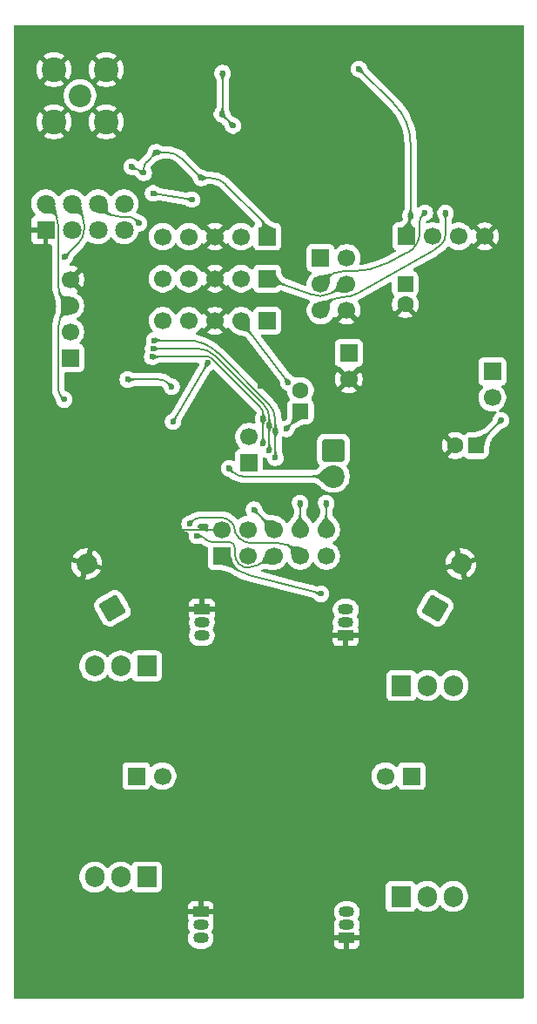
<source format=gbl>
%TF.GenerationSoftware,KiCad,Pcbnew,9.0.6*%
%TF.CreationDate,2026-02-04T04:14:29+01:00*%
%TF.ProjectId,car,6361722e-6b69-4636-9164-5f7063625858,rev?*%
%TF.SameCoordinates,Original*%
%TF.FileFunction,Copper,L2,Bot*%
%TF.FilePolarity,Positive*%
%FSLAX46Y46*%
G04 Gerber Fmt 4.6, Leading zero omitted, Abs format (unit mm)*
G04 Created by KiCad (PCBNEW 9.0.6) date 2026-02-04 04:14:29*
%MOMM*%
%LPD*%
G01*
G04 APERTURE LIST*
G04 Aperture macros list*
%AMRoundRect*
0 Rectangle with rounded corners*
0 $1 Rounding radius*
0 $2 $3 $4 $5 $6 $7 $8 $9 X,Y pos of 4 corners*
0 Add a 4 corners polygon primitive as box body*
4,1,4,$2,$3,$4,$5,$6,$7,$8,$9,$2,$3,0*
0 Add four circle primitives for the rounded corners*
1,1,$1+$1,$2,$3*
1,1,$1+$1,$4,$5*
1,1,$1+$1,$6,$7*
1,1,$1+$1,$8,$9*
0 Add four rect primitives between the rounded corners*
20,1,$1+$1,$2,$3,$4,$5,0*
20,1,$1+$1,$4,$5,$6,$7,0*
20,1,$1+$1,$6,$7,$8,$9,0*
20,1,$1+$1,$8,$9,$2,$3,0*%
G04 Aperture macros list end*
%TA.AperFunction,ComponentPad*%
%ADD10R,1.700000X1.700000*%
%TD*%
%TA.AperFunction,ComponentPad*%
%ADD11C,1.700000*%
%TD*%
%TA.AperFunction,ComponentPad*%
%ADD12RoundRect,0.250000X-0.550000X0.550000X-0.550000X-0.550000X0.550000X-0.550000X0.550000X0.550000X0*%
%TD*%
%TA.AperFunction,ComponentPad*%
%ADD13C,1.600000*%
%TD*%
%TA.AperFunction,ComponentPad*%
%ADD14R,1.500000X1.050000*%
%TD*%
%TA.AperFunction,ComponentPad*%
%ADD15O,1.500000X1.050000*%
%TD*%
%TA.AperFunction,ComponentPad*%
%ADD16RoundRect,0.249999X-0.850001X0.850001X-0.850001X-0.850001X0.850001X-0.850001X0.850001X0.850001X0*%
%TD*%
%TA.AperFunction,ComponentPad*%
%ADD17C,2.200000*%
%TD*%
%TA.AperFunction,ComponentPad*%
%ADD18C,2.400000*%
%TD*%
%TA.AperFunction,ComponentPad*%
%ADD19R,1.905000X2.000000*%
%TD*%
%TA.AperFunction,ComponentPad*%
%ADD20O,1.905000X2.000000*%
%TD*%
%TA.AperFunction,ComponentPad*%
%ADD21RoundRect,0.250000X0.550000X-0.550000X0.550000X0.550000X-0.550000X0.550000X-0.550000X-0.550000X0*%
%TD*%
%TA.AperFunction,ComponentPad*%
%ADD22RoundRect,0.250000X1.024519X-0.274519X0.274519X1.024519X-1.024519X0.274519X-0.274519X-1.024519X0*%
%TD*%
%TA.AperFunction,ComponentPad*%
%ADD23C,2.000000*%
%TD*%
%TA.AperFunction,ComponentPad*%
%ADD24RoundRect,0.250000X0.550000X0.550000X-0.550000X0.550000X-0.550000X-0.550000X0.550000X-0.550000X0*%
%TD*%
%TA.AperFunction,ComponentPad*%
%ADD25R,1.800000X1.800000*%
%TD*%
%TA.AperFunction,ComponentPad*%
%ADD26C,1.800000*%
%TD*%
%TA.AperFunction,ComponentPad*%
%ADD27RoundRect,0.250000X0.274519X-1.024519X1.024519X0.274519X-0.274519X1.024519X-1.024519X-0.274519X0*%
%TD*%
%TA.AperFunction,ViaPad*%
%ADD28C,0.600000*%
%TD*%
%TA.AperFunction,Conductor*%
%ADD29C,0.200000*%
%TD*%
G04 APERTURE END LIST*
D10*
%TO.P,J8,1,Pin_1*%
%TO.N,3V3*%
X162755970Y-75004843D03*
D11*
%TO.P,J8,2,Pin_2*%
%TO.N,5V*%
X165295970Y-75004843D03*
%TO.P,J8,3,Pin_3*%
%TO.N,12V*%
X167835970Y-75004843D03*
%TO.P,J8,4,Pin_4*%
%TO.N,GND*%
X170375970Y-75004843D03*
%TD*%
D12*
%TO.P,C19,1*%
%TO.N,12V*%
X162635970Y-79624843D03*
D13*
%TO.P,C19,2*%
%TO.N,GND*%
X162635970Y-81624843D03*
%TD*%
D10*
%TO.P,J10,1,Pin_1*%
%TO.N,SD_CS*%
X154395970Y-77104843D03*
D11*
%TO.P,J10,2,Pin_2*%
%TO.N,MOSI*%
X156935970Y-77104843D03*
%TO.P,J10,3,Pin_3*%
%TO.N,SCK*%
X154395970Y-79644843D03*
%TO.P,J10,4,Pin_4*%
%TO.N,3V3*%
X156935970Y-79644843D03*
%TO.P,J10,5,Pin_5*%
%TO.N,MISO*%
X154395970Y-82184843D03*
%TO.P,J10,6,Pin_6*%
%TO.N,GND*%
X156935970Y-82184843D03*
%TD*%
D14*
%TO.P,Q12,1,E*%
%TO.N,GND*%
X156935970Y-143174970D03*
D15*
%TO.P,Q12,2,B*%
%TO.N,Net-(Q12-B)*%
X156935970Y-141904970D03*
%TO.P,Q12,3,C*%
%TO.N,Net-(Q12-C)*%
X156935970Y-140634970D03*
%TD*%
D16*
%TO.P,D12,1,K*%
%TO.N,5V*%
X155635970Y-95772661D03*
D17*
%TO.P,D12,2,A*%
%TO.N,3V3*%
X155635970Y-98312661D03*
%TD*%
D14*
%TO.P,Q11,1,E*%
%TO.N,GND*%
X156835970Y-113784970D03*
D15*
%TO.P,Q11,2,B*%
%TO.N,Net-(Q11-B)*%
X156835970Y-112514970D03*
%TO.P,Q11,3,C*%
%TO.N,Net-(Q11-C)*%
X156835970Y-111244970D03*
%TD*%
D10*
%TO.P,M2,1,+*%
%TO.N,Net-(D8-A)*%
X163235970Y-127434970D03*
D11*
%TO.P,M2,2,-*%
%TO.N,Net-(D10-A)*%
X160695970Y-127434970D03*
%TD*%
D17*
%TO.P,J6,1,ANT*%
%TO.N,Net-(J6-ANT)*%
X130989920Y-61327843D03*
D18*
%TO.P,J6,2*%
%TO.N,GND*%
X133529920Y-63867843D03*
%TO.P,J6,3*%
X133529920Y-58787843D03*
%TO.P,J6,4*%
X128449920Y-58787843D03*
%TO.P,J6,5*%
X128449920Y-63867843D03*
%TD*%
D19*
%TO.P,Q7,1,G*%
%TO.N,Net-(Q11-C)*%
X162255970Y-118634970D03*
D20*
%TO.P,Q7,2,D*%
%TO.N,Net-(D8-A)*%
X164795970Y-118634970D03*
%TO.P,Q7,3,S*%
%TO.N,12V*%
X167335970Y-118634970D03*
%TD*%
D19*
%TO.P,Q9,1,G*%
%TO.N,Net-(Q12-C)*%
X162195970Y-139134970D03*
D20*
%TO.P,Q9,2,D*%
%TO.N,Net-(D10-A)*%
X164735970Y-139134970D03*
%TO.P,Q9,3,S*%
%TO.N,12V*%
X167275970Y-139134970D03*
%TD*%
D21*
%TO.P,C43,1*%
%TO.N,3V3*%
X152435970Y-91959956D03*
D13*
%TO.P,C43,2*%
%TO.N,Net-(C43-Pad2)*%
X152435970Y-89959956D03*
%TD*%
D22*
%TO.P,C13,1*%
%TO.N,12V*%
X134135970Y-111134970D03*
D23*
%TO.P,C13,2*%
%TO.N,GND*%
X131635970Y-106804843D03*
%TD*%
D10*
%TO.P,M1,1,+*%
%TO.N,Net-(D4-A)*%
X136460970Y-127434970D03*
D11*
%TO.P,M1,2,-*%
%TO.N,Net-(D6-A)*%
X139000970Y-127434970D03*
%TD*%
D10*
%TO.P,J5,1,Pin_1*%
%TO.N,ADC0*%
X147435970Y-97004843D03*
D11*
%TO.P,J5,2,Pin_2*%
%TO.N,ADC1*%
X147435970Y-94464843D03*
%TD*%
D24*
%TO.P,C41,1*%
%TO.N,5V*%
X169491082Y-95324843D03*
D13*
%TO.P,C41,2*%
%TO.N,GND*%
X167491082Y-95324843D03*
%TD*%
D10*
%TO.P,L1,1*%
%TO.N,Net-(U4-SW)*%
X171100000Y-88125000D03*
D11*
%TO.P,L1,2*%
%TO.N,5V*%
X171100000Y-90665000D03*
%TD*%
D10*
%TO.P,J4,1,Pin_1*%
%TO.N,3V3*%
X149195970Y-83204843D03*
D11*
%TO.P,J4,2,Pin_2*%
%TO.N,5V*%
X146655970Y-83204843D03*
%TO.P,J4,3,Pin_3*%
%TO.N,GND*%
X144115970Y-83204843D03*
%TO.P,J4,4,Pin_4*%
%TO.N,SDA*%
X141575970Y-83204843D03*
%TO.P,J4,5,Pin_5*%
%TO.N,SCL*%
X139035970Y-83204843D03*
%TD*%
D10*
%TO.P,J1,1,Pin_1*%
%TO.N,RX*%
X130048470Y-86814843D03*
D11*
%TO.P,J1,2,Pin_2*%
%TO.N,TX*%
X130048470Y-84274843D03*
%TO.P,J1,3,Pin_3*%
%TO.N,3V3*%
X130048470Y-81734843D03*
%TO.P,J1,4,Pin_4*%
%TO.N,GND*%
X130048470Y-79194843D03*
%TD*%
D10*
%TO.P,J9,1,Pin_1*%
%TO.N,12V*%
X144775970Y-106034970D03*
D11*
%TO.P,J9,2,Pin_2*%
%TO.N,GND*%
X144775970Y-103494970D03*
%TO.P,J9,3,Pin_3*%
%TO.N,M1_PWM_CW*%
X147315970Y-106034970D03*
%TO.P,J9,4,Pin_4*%
%TO.N,M2_PWM_CW*%
X147315970Y-103494970D03*
%TO.P,J9,5,Pin_5*%
%TO.N,M1_PWM_CCW*%
X149855970Y-106034970D03*
%TO.P,J9,6,Pin_6*%
%TO.N,M2_PWM_CCW*%
X149855970Y-103494970D03*
%TO.P,J9,7,Pin_7*%
%TO.N,M1_EN_CW*%
X152395970Y-106034970D03*
%TO.P,J9,8,Pin_8*%
%TO.N,M2_EN_CW*%
X152395970Y-103494970D03*
%TO.P,J9,9,Pin_9*%
%TO.N,M1_EN_CCW*%
X154935970Y-106034970D03*
%TO.P,J9,10,Pin_10*%
%TO.N,M2_EN_CCW*%
X154935970Y-103494970D03*
%TD*%
D25*
%TO.P,J7,1*%
%TO.N,GND*%
X127649920Y-74367843D03*
D26*
%TO.P,J7,2*%
%TO.N,RC_EN*%
X130189920Y-74367843D03*
%TO.P,J7,3*%
%TO.N,SCK*%
X132729920Y-74367843D03*
%TO.P,J7,4*%
%TO.N,MISO*%
X135269920Y-74367843D03*
%TO.P,J7,5*%
%TO.N,unconnected-(J7-Pad5)*%
X135269920Y-71827843D03*
%TO.P,J7,6*%
%TO.N,MOSI*%
X132729920Y-71827843D03*
%TO.P,J7,7*%
%TO.N,RC_CS*%
X130189920Y-71827843D03*
%TO.P,J7,8*%
%TO.N,3V3*%
X127649920Y-71827843D03*
%TD*%
D19*
%TO.P,Q3,1,G*%
%TO.N,Net-(Q3-G)*%
X137475970Y-137234970D03*
D20*
%TO.P,Q3,2,D*%
%TO.N,Net-(D6-A)*%
X134935970Y-137234970D03*
%TO.P,Q3,3,S*%
%TO.N,12V*%
X132395970Y-137234970D03*
%TD*%
D10*
%TO.P,BT1,1,+*%
%TO.N,12V*%
X157135970Y-86329843D03*
D11*
%TO.P,BT1,2,-*%
%TO.N,GND*%
X157135970Y-88869843D03*
%TD*%
D27*
%TO.P,C15,1*%
%TO.N,12V*%
X165535970Y-111134970D03*
D23*
%TO.P,C15,2*%
%TO.N,GND*%
X168035970Y-106804843D03*
%TD*%
D19*
%TO.P,Q1,1,G*%
%TO.N,Net-(Q1-G)*%
X137475970Y-116734970D03*
D20*
%TO.P,Q1,2,D*%
%TO.N,Net-(D4-A)*%
X134935970Y-116734970D03*
%TO.P,Q1,3,S*%
%TO.N,12V*%
X132395970Y-116734970D03*
%TD*%
D14*
%TO.P,Q6,1,E*%
%TO.N,GND*%
X142735970Y-140634970D03*
D15*
%TO.P,Q6,2,B*%
%TO.N,Net-(Q6-B)*%
X142735970Y-141904970D03*
%TO.P,Q6,3,C*%
%TO.N,Net-(Q3-G)*%
X142735970Y-143174970D03*
%TD*%
D10*
%TO.P,J3,1,Pin_1*%
%TO.N,3V3*%
X149195970Y-79104843D03*
D11*
%TO.P,J3,2,Pin_2*%
%TO.N,5V*%
X146655970Y-79104843D03*
%TO.P,J3,3,Pin_3*%
%TO.N,GND*%
X144115970Y-79104843D03*
%TO.P,J3,4,Pin_4*%
%TO.N,SDA*%
X141575970Y-79104843D03*
%TO.P,J3,5,Pin_5*%
%TO.N,SCL*%
X139035970Y-79104843D03*
%TD*%
D10*
%TO.P,J2,1,Pin_1*%
%TO.N,3V3*%
X149195970Y-75024843D03*
D11*
%TO.P,J2,2,Pin_2*%
%TO.N,5V*%
X146655970Y-75024843D03*
%TO.P,J2,3,Pin_3*%
%TO.N,GND*%
X144115970Y-75024843D03*
%TO.P,J2,4,Pin_4*%
%TO.N,SDA*%
X141575970Y-75024843D03*
%TO.P,J2,5,Pin_5*%
%TO.N,SCL*%
X139035970Y-75024843D03*
%TD*%
D14*
%TO.P,Q5,1,E*%
%TO.N,GND*%
X142835970Y-111234970D03*
D15*
%TO.P,Q5,2,B*%
%TO.N,Net-(Q5-B)*%
X142835970Y-112504970D03*
%TO.P,Q5,3,C*%
%TO.N,Net-(Q1-G)*%
X142835970Y-113774970D03*
%TD*%
D28*
%TO.N,GND*%
X148504720Y-89504843D03*
X143989920Y-70827843D03*
X130748470Y-95204843D03*
X156089920Y-62727843D03*
X153364920Y-62902843D03*
X145235970Y-127434970D03*
X137635970Y-94677726D03*
X169535970Y-86324843D03*
X152889920Y-71127843D03*
X142489920Y-63027843D03*
X129023470Y-99704843D03*
X166535970Y-127434970D03*
X154435970Y-127434970D03*
X155289920Y-68727843D03*
X133135970Y-127434970D03*
X147789920Y-67227843D03*
%TO.N,3V3*%
X142789920Y-69327843D03*
X135634604Y-88907132D03*
X158125000Y-58725000D03*
X144789920Y-63127843D03*
X139900000Y-89600000D03*
X138389920Y-66827843D03*
X151040564Y-93709436D03*
X144850000Y-59127843D03*
X145859657Y-64237053D03*
X137189920Y-68827843D03*
X163143557Y-72993557D03*
X129450000Y-90850000D03*
X135988920Y-68227843D03*
X145500000Y-97529843D03*
%TO.N,12V*%
X154435970Y-109734970D03*
%TO.N,5V*%
X171946970Y-92850000D03*
X151250000Y-89200000D03*
%TO.N,RC_CS*%
X129500000Y-77000000D03*
%TO.N,RC_EN*%
X141889920Y-71427843D03*
X138089920Y-70827843D03*
%TO.N,SCK*%
X164535970Y-72704843D03*
X148800000Y-92700000D03*
X138000000Y-86699000D03*
X148800000Y-95100000D03*
%TO.N,MISO*%
X138100000Y-85900000D03*
X149400000Y-95800000D03*
X149400000Y-93370851D03*
X166548271Y-72717144D03*
%TO.N,MOSI*%
X150000000Y-96500000D03*
X150000000Y-93900000D03*
X136743146Y-73743146D03*
X138200000Y-85100000D03*
%TO.N,M1_EN_CW*%
X141635970Y-102943970D03*
%TO.N,M2_PWM_CCW*%
X147902969Y-101541970D03*
%TO.N,M2_EN_CCW*%
X154935970Y-100904843D03*
%TO.N,M1_PWM_CCW*%
X142335970Y-104104843D03*
%TO.N,M2_EN_CW*%
X152395970Y-100904843D03*
%TO.N,SD_CS*%
X140035970Y-93004843D03*
X143400000Y-87300000D03*
%TD*%
D29*
%TO.N,GND*%
X141840970Y-103550000D02*
X139850000Y-103550000D01*
X141973825Y-103494970D02*
X144775970Y-103494970D01*
X141907398Y-103522485D02*
G75*
G02*
X141840970Y-103549992I-66398J66385D01*
G01*
X141973825Y-103494970D02*
G75*
G03*
X141907388Y-103522475I-25J-93930D01*
G01*
%TO.N,3V3*%
X163143557Y-72993557D02*
X162755970Y-75004843D01*
X149195970Y-74499843D02*
X149195970Y-75024843D01*
X138389920Y-66827843D02*
X137472762Y-67745000D01*
X137189920Y-68827843D02*
X135988920Y-68227843D01*
X146836353Y-98312661D02*
X155635970Y-98312661D01*
X140961671Y-67499594D02*
X142789920Y-69327843D01*
X145859657Y-64237053D02*
X144789920Y-63127843D01*
X135634604Y-88907132D02*
X138717200Y-88907132D01*
X144850000Y-59127843D02*
X144850000Y-63025280D01*
X158125000Y-58725000D02*
X161549764Y-62149764D01*
X129450000Y-90850000D02*
X129173735Y-90573735D01*
X152435970Y-92136993D02*
X152435970Y-91959956D01*
X151040564Y-93709436D02*
X152310785Y-92439214D01*
X145500000Y-97529843D02*
X145891409Y-97921252D01*
X128250420Y-72428343D02*
X127649920Y-71827843D01*
X155275644Y-80571072D02*
X156935970Y-79644843D01*
X153515430Y-80645044D02*
X149195970Y-79104843D01*
X128897470Y-85201265D02*
X128897470Y-88598735D01*
X129472970Y-81159343D02*
X129449695Y-81136068D01*
X144819960Y-63097803D02*
X144789920Y-63127843D01*
X163143557Y-65997520D02*
X163143557Y-72993557D01*
X145170888Y-69949761D02*
X148824738Y-73603611D01*
X128897470Y-89906772D02*
X128897470Y-88598735D01*
X128897470Y-83699722D02*
X128897470Y-85201265D01*
X137189920Y-68827843D02*
X137189920Y-68427843D01*
X128850920Y-73878078D02*
X128850920Y-79690497D01*
X138389920Y-66827843D02*
X139339920Y-66827843D01*
X139900000Y-89600000D02*
X139553566Y-89253566D01*
X143669445Y-69327843D02*
X142789920Y-69327843D01*
X153515430Y-80645044D02*
G75*
G03*
X154411365Y-80797921I884070J2479344D01*
G01*
X128897470Y-89906772D02*
G75*
G03*
X129173721Y-90573749I943230J-28D01*
G01*
X129472970Y-82310343D02*
G75*
G03*
X128897472Y-83699722I1389330J-1389357D01*
G01*
X155275644Y-80571072D02*
G75*
G02*
X154411365Y-80797915I-872344J1563772D01*
G01*
X137472762Y-67745000D02*
G75*
G03*
X137189948Y-68427843I682838J-682800D01*
G01*
X161549764Y-62149764D02*
G75*
G02*
X163143540Y-65997520I-3847764J-3847736D01*
G01*
X152435970Y-92136993D02*
G75*
G02*
X152310782Y-92439211I-427370J-7D01*
G01*
X128850920Y-79690497D02*
G75*
G03*
X129449687Y-81136076I2044380J-3D01*
G01*
X128250420Y-72428343D02*
G75*
G02*
X128850940Y-73878078I-1449720J-1449757D01*
G01*
X140961671Y-67499594D02*
G75*
G03*
X139339920Y-66827815I-1621771J-1621706D01*
G01*
X148824738Y-73603611D02*
G75*
G02*
X149195937Y-74499843I-896238J-896189D01*
G01*
X129472970Y-81159343D02*
G75*
G02*
X129472927Y-82310300I-575470J-575457D01*
G01*
X145891409Y-97921252D02*
G75*
G03*
X146836353Y-98312692I944991J944952D01*
G01*
X145170888Y-69949761D02*
G75*
G03*
X143669445Y-69327810I-1501488J-1501439D01*
G01*
X139553566Y-89253566D02*
G75*
G03*
X138717200Y-88907122I-836366J-836334D01*
G01*
X144850000Y-63025280D02*
G75*
G02*
X144819978Y-63097821I-102600J-20D01*
G01*
%TO.N,12V*%
X145560906Y-106819906D02*
X144775970Y-106034970D01*
X154435970Y-109734970D02*
X147419323Y-107887490D01*
X145560906Y-106819906D02*
G75*
G03*
X147419323Y-107887489I2904194J2904206D01*
G01*
%TO.N,5V*%
X171940268Y-92875656D02*
X169491082Y-95324843D01*
X151250000Y-89200000D02*
X146655970Y-83204843D01*
X171946970Y-92850000D02*
X171946970Y-92859477D01*
X171946970Y-92859477D02*
G75*
G02*
X171940278Y-92875666I-22870J-23D01*
G01*
%TO.N,RC_CS*%
X130790420Y-72428343D02*
X130189920Y-71827843D01*
X130849579Y-75650420D02*
X129500000Y-77000000D01*
X131390920Y-74343506D02*
X131390920Y-73878078D01*
X130790420Y-72428343D02*
G75*
G02*
X131390940Y-73878078I-1449720J-1449757D01*
G01*
X131390920Y-74343506D02*
G75*
G02*
X130849568Y-75650409I-1848220J6D01*
G01*
%TO.N,RC_EN*%
X141889920Y-71427843D02*
X138089920Y-70827843D01*
%TO.N,SCK*%
X148800000Y-95100000D02*
X148800000Y-92700000D01*
X143470451Y-86699000D02*
X138000000Y-86699000D01*
X164285970Y-72954843D02*
X164535970Y-72704843D01*
X155015970Y-79024843D02*
X154395970Y-79644843D01*
X164035970Y-74604843D02*
X164035970Y-73558396D01*
X148800000Y-92700000D02*
X148800000Y-92600000D01*
X148800000Y-92275028D02*
X148800000Y-92700000D01*
X156512782Y-78404843D02*
X157435970Y-78404843D01*
X148499499Y-91549556D02*
X143775156Y-86825213D01*
X162783771Y-76630941D02*
X160845938Y-77599858D01*
X156512782Y-78404843D02*
G75*
G03*
X155015990Y-79024863I18J-2116757D01*
G01*
X160845938Y-77599858D02*
G75*
G02*
X157435970Y-78404827I-3409938J6819958D01*
G01*
X164285970Y-72954843D02*
G75*
G03*
X164035961Y-73558396I603530J-603557D01*
G01*
X148499499Y-91549556D02*
G75*
G02*
X148799972Y-92275028I-725499J-725444D01*
G01*
X143775156Y-86825213D02*
G75*
G03*
X143470451Y-86698959I-304756J-304687D01*
G01*
X164035970Y-74604843D02*
G75*
G02*
X162783760Y-76630919I-2265270J43D01*
G01*
%TO.N,MISO*%
X155089071Y-81491741D02*
X154395970Y-82184843D01*
X149400000Y-93370851D02*
X149400000Y-95800000D01*
X148873950Y-91356907D02*
X144087793Y-86570750D01*
X166548271Y-72717144D02*
X166548271Y-74831911D01*
X149400000Y-92626904D02*
X149400000Y-93370851D01*
X158059255Y-80497709D02*
X165294846Y-76424840D01*
X138100000Y-85900000D02*
X142468459Y-85900000D01*
X144087793Y-86570750D02*
G75*
G03*
X142468459Y-85900034I-1619293J-1619350D01*
G01*
X166160500Y-75768072D02*
G75*
G02*
X165294849Y-76424845I-2826200J2826172D01*
G01*
X166548271Y-74831911D02*
G75*
G02*
X166160503Y-75768075I-1323971J11D01*
G01*
X158059255Y-80497709D02*
G75*
G02*
X156505970Y-80904821I-1553255J2759509D01*
G01*
X148873950Y-91356907D02*
G75*
G02*
X149400011Y-92626904I-1269950J-1269993D01*
G01*
X156505970Y-80904843D02*
G75*
G03*
X155089095Y-81491765I30J-2003757D01*
G01*
%TO.N,MOSI*%
X133365998Y-72463921D02*
X132729920Y-71827843D01*
X150000000Y-93900000D02*
X150000000Y-96500000D01*
X138200000Y-85100000D02*
X141409810Y-85100000D01*
X134901627Y-73100000D02*
X135645227Y-73100000D01*
X150000000Y-92907928D02*
X150000000Y-93900000D01*
X149298499Y-91214356D02*
X144438785Y-86354642D01*
X150000000Y-93900000D02*
X150000000Y-93800000D01*
X136743146Y-73743146D02*
X136421573Y-73421573D01*
X150000000Y-96500000D02*
X150007258Y-96492742D01*
X136421573Y-73421573D02*
G75*
G03*
X135645227Y-73099975I-776373J-776327D01*
G01*
X133365998Y-72463921D02*
G75*
G03*
X134901627Y-73099983I1535602J1535621D01*
G01*
X144438785Y-86354642D02*
G75*
G03*
X141409810Y-85099987I-3028985J-3028958D01*
G01*
X149298499Y-91214356D02*
G75*
G02*
X149999972Y-92907928I-1693599J-1693544D01*
G01*
%TO.N,M1_EN_CW*%
X147678399Y-104804843D02*
X150296011Y-104804843D01*
X142660234Y-102343970D02*
X144814984Y-102343970D01*
X146517026Y-104323786D02*
X146288944Y-104095704D01*
X141935970Y-102643970D02*
X141635970Y-102943970D01*
X145782995Y-102874235D02*
X145562263Y-102653503D01*
X151780906Y-105419906D02*
X152395970Y-106034970D01*
X146035970Y-103484970D02*
G75*
G03*
X146288925Y-104095723I863730J-30D01*
G01*
X145782995Y-102874235D02*
G75*
G02*
X146036003Y-103484970I-610695J-610765D01*
G01*
X145562263Y-102653503D02*
G75*
G03*
X144814984Y-102343986I-747263J-747297D01*
G01*
X142660234Y-102343970D02*
G75*
G03*
X141935960Y-102643960I-34J-1024230D01*
G01*
X146517026Y-104323786D02*
G75*
G03*
X147678399Y-104804839I1161374J1161386D01*
G01*
X151780906Y-105419906D02*
G75*
G03*
X150296011Y-104804834I-1484906J-1484894D01*
G01*
%TO.N,M2_PWM_CCW*%
X147902969Y-101541970D02*
X149855970Y-103494970D01*
%TO.N,M2_EN_CCW*%
X154935970Y-100904843D02*
X154935970Y-103494970D01*
%TO.N,M1_PWM_CCW*%
X143093787Y-104302787D02*
X143195843Y-104404843D01*
X146502089Y-106848849D02*
X146437590Y-106784350D01*
X145544106Y-104704843D02*
X143920107Y-104704843D01*
X146035970Y-105196706D02*
X146035970Y-105814753D01*
X142615906Y-104104843D02*
X142335970Y-104104843D01*
X148209085Y-106953701D02*
X149855970Y-106034970D01*
X146502089Y-106848849D02*
G75*
G03*
X147315970Y-107186000I813911J813849D01*
G01*
X146035970Y-105814753D02*
G75*
G03*
X146437564Y-106784376I1371230J-47D01*
G01*
X143195843Y-104404843D02*
G75*
G03*
X143920107Y-104704844I724257J724243D01*
G01*
X145891906Y-104848906D02*
G75*
G03*
X145544106Y-104704837I-347806J-347794D01*
G01*
X148209085Y-106953701D02*
G75*
G02*
X147315970Y-107185950I-893085J1601001D01*
G01*
X145891906Y-104848906D02*
G75*
G02*
X146035963Y-105196706I-347806J-347794D01*
G01*
X143093787Y-104302787D02*
G75*
G03*
X142615906Y-104104847I-477887J-477913D01*
G01*
%TO.N,M2_EN_CW*%
X152395970Y-100904843D02*
X152395970Y-103494970D01*
%TO.N,SD_CS*%
X143400000Y-87300000D02*
X140035970Y-93004843D01*
%TD*%
%TA.AperFunction,Conductor*%
%TO.N,3V3*%
G36*
X163147742Y-72995264D02*
G01*
X163237042Y-73055329D01*
X163382847Y-73153400D01*
X163387799Y-73160861D01*
X163386025Y-73169638D01*
X163385725Y-73170064D01*
X163324876Y-73252366D01*
X163324279Y-73253108D01*
X163267428Y-73318179D01*
X163267323Y-73318298D01*
X163242939Y-73345454D01*
X163178899Y-73437076D01*
X163178898Y-73437078D01*
X163151558Y-73506024D01*
X163151557Y-73506026D01*
X163130924Y-73590475D01*
X163125631Y-73597698D01*
X163117344Y-73599187D01*
X162942757Y-73565543D01*
X162935282Y-73560612D01*
X162933376Y-73552490D01*
X162946115Y-73458188D01*
X162944167Y-73379373D01*
X162930057Y-73314482D01*
X162907788Y-73250992D01*
X162897336Y-73222742D01*
X162897046Y-73221848D01*
X162877803Y-73153400D01*
X162852732Y-73064218D01*
X162853792Y-73055329D01*
X162860829Y-73049791D01*
X162861660Y-73049589D01*
X163138955Y-72993544D01*
X163147742Y-72995264D01*
G37*
%TD.AperFunction*%
%TD*%
%TA.AperFunction,Conductor*%
%TO.N,MISO*%
G36*
X149497379Y-92780042D02*
G01*
X149500776Y-92787482D01*
X149507199Y-92877423D01*
X149526534Y-92952621D01*
X149526534Y-92952623D01*
X149554618Y-93011737D01*
X149587922Y-93064062D01*
X149588147Y-93064429D01*
X149648114Y-93166781D01*
X149648919Y-93168445D01*
X149673235Y-93230790D01*
X149673668Y-93232134D01*
X149691175Y-93300391D01*
X149689911Y-93309256D01*
X149682749Y-93314631D01*
X149682162Y-93314766D01*
X149402320Y-93371381D01*
X149397680Y-93371381D01*
X149117867Y-93314772D01*
X149110438Y-93309772D01*
X149108719Y-93300984D01*
X149108856Y-93300391D01*
X149127366Y-93228956D01*
X149127814Y-93227588D01*
X149153467Y-93163347D01*
X149154257Y-93161740D01*
X149211852Y-93064429D01*
X149212069Y-93064078D01*
X149237978Y-93024161D01*
X149243557Y-93011737D01*
X149282336Y-92925369D01*
X149282337Y-92925368D01*
X149291816Y-92877425D01*
X149295292Y-92859840D01*
X149299376Y-92787654D01*
X149303264Y-92779588D01*
X149311057Y-92776615D01*
X149489106Y-92776615D01*
X149497379Y-92780042D01*
G37*
%TD.AperFunction*%
%TD*%
%TA.AperFunction,Conductor*%
%TO.N,MISO*%
G36*
X149497379Y-95209191D02*
G01*
X149500776Y-95216631D01*
X149507199Y-95306572D01*
X149526534Y-95381770D01*
X149526534Y-95381772D01*
X149554618Y-95440886D01*
X149587922Y-95493211D01*
X149588147Y-95493578D01*
X149648114Y-95595930D01*
X149648919Y-95597594D01*
X149673235Y-95659939D01*
X149673668Y-95661283D01*
X149691175Y-95729540D01*
X149689911Y-95738405D01*
X149682749Y-95743780D01*
X149682162Y-95743915D01*
X149402320Y-95800530D01*
X149397680Y-95800530D01*
X149117867Y-95743921D01*
X149110438Y-95738921D01*
X149108719Y-95730133D01*
X149108856Y-95729540D01*
X149127366Y-95658105D01*
X149127814Y-95656737D01*
X149153467Y-95592496D01*
X149154257Y-95590889D01*
X149211852Y-95493578D01*
X149212069Y-95493227D01*
X149237978Y-95453310D01*
X149243557Y-95440886D01*
X149282336Y-95354518D01*
X149282337Y-95354517D01*
X149291816Y-95306574D01*
X149295292Y-95288989D01*
X149299376Y-95216803D01*
X149303264Y-95208737D01*
X149311057Y-95205764D01*
X149489106Y-95205764D01*
X149497379Y-95209191D01*
G37*
%TD.AperFunction*%
%TD*%
%TA.AperFunction,Conductor*%
%TO.N,3V3*%
G36*
X151655866Y-91702679D02*
G01*
X152286114Y-91909775D01*
X152432057Y-91957731D01*
X152438847Y-91963569D01*
X152438859Y-91963592D01*
X152830803Y-92743463D01*
X152831456Y-92752394D01*
X152825603Y-92759171D01*
X152820639Y-92760413D01*
X152801677Y-92760882D01*
X152801669Y-92760883D01*
X152688889Y-92773283D01*
X152688881Y-92773285D01*
X152569423Y-92798841D01*
X152422877Y-92843634D01*
X152273509Y-92901718D01*
X152109387Y-92978099D01*
X151950874Y-93063719D01*
X151950868Y-93063723D01*
X151674519Y-93244323D01*
X151503287Y-93389388D01*
X151494759Y-93392121D01*
X151487451Y-93388734D01*
X151361201Y-93262484D01*
X151357774Y-93254211D01*
X151360483Y-93246725D01*
X151432510Y-93160255D01*
X151490726Y-93067460D01*
X151543572Y-92961880D01*
X151592269Y-92839986D01*
X151633447Y-92708524D01*
X151689290Y-92430363D01*
X151706447Y-92157511D01*
X151687011Y-91909775D01*
X151640837Y-91716513D01*
X151642248Y-91707671D01*
X151649498Y-91702415D01*
X151655866Y-91702679D01*
G37*
%TD.AperFunction*%
%TD*%
%TA.AperFunction,Conductor*%
%TO.N,MOSI*%
G36*
X150282132Y-93956078D02*
G01*
X150289561Y-93961078D01*
X150291280Y-93969866D01*
X150291138Y-93970481D01*
X150272638Y-94041875D01*
X150272178Y-94043279D01*
X150246535Y-94107495D01*
X150245738Y-94109115D01*
X150188169Y-94206384D01*
X150187914Y-94206795D01*
X150162020Y-94246690D01*
X150117663Y-94345480D01*
X150117662Y-94345481D01*
X150104708Y-94411005D01*
X150104708Y-94411010D01*
X150100624Y-94483197D01*
X150096736Y-94491263D01*
X150088943Y-94494236D01*
X149910894Y-94494236D01*
X149902621Y-94490809D01*
X149899224Y-94483369D01*
X149892800Y-94393426D01*
X149892800Y-94393425D01*
X149873464Y-94318223D01*
X149845383Y-94259116D01*
X149845382Y-94259115D01*
X149845381Y-94259112D01*
X149812077Y-94206787D01*
X149811852Y-94206420D01*
X149751884Y-94104068D01*
X149751079Y-94102404D01*
X149726760Y-94040047D01*
X149726334Y-94038727D01*
X149708824Y-93970457D01*
X149710088Y-93961594D01*
X149717250Y-93956219D01*
X149717818Y-93956088D01*
X149997682Y-93899469D01*
X150002318Y-93899469D01*
X150282132Y-93956078D01*
G37*
%TD.AperFunction*%
%TD*%
%TA.AperFunction,Conductor*%
%TO.N,3V3*%
G36*
X139631197Y-89188588D02*
G01*
X139685843Y-89235297D01*
X139685845Y-89235299D01*
X139737970Y-89265374D01*
X139737972Y-89265375D01*
X139788358Y-89280253D01*
X139846174Y-89288543D01*
X139946472Y-89303916D01*
X139954130Y-89308557D01*
X139956264Y-89317254D01*
X139956181Y-89317731D01*
X139902233Y-89592974D01*
X139897278Y-89600434D01*
X139893002Y-89602205D01*
X139617882Y-89656150D01*
X139609104Y-89654379D01*
X139604150Y-89646920D01*
X139604049Y-89646320D01*
X139589214Y-89540738D01*
X139589164Y-89540324D01*
X139586804Y-89517468D01*
X139566909Y-89432212D01*
X139566909Y-89432211D01*
X139537161Y-89383285D01*
X139537160Y-89383283D01*
X139491755Y-89333810D01*
X139488686Y-89325398D01*
X139491933Y-89317798D01*
X139615153Y-89189380D01*
X139623353Y-89185784D01*
X139631197Y-89188588D01*
G37*
%TD.AperFunction*%
%TD*%
%TA.AperFunction,Conductor*%
%TO.N,3V3*%
G36*
X156238962Y-79179128D02*
G01*
X156239563Y-79179503D01*
X156932797Y-79641659D01*
X156937780Y-79649099D01*
X156937785Y-79649124D01*
X157099372Y-80466251D01*
X157097615Y-80475032D01*
X157090164Y-80479999D01*
X157089405Y-80480123D01*
X156866935Y-80509098D01*
X156865259Y-80509195D01*
X156669712Y-80506443D01*
X156668202Y-80506323D01*
X156500835Y-80482106D01*
X156499912Y-80481935D01*
X156350342Y-80447879D01*
X156350231Y-80447853D01*
X156268716Y-80428448D01*
X156268708Y-80428447D01*
X156088044Y-80399009D01*
X155921541Y-80403741D01*
X155832828Y-80420800D01*
X155736857Y-80449841D01*
X155736851Y-80449843D01*
X155628594Y-80494240D01*
X155628582Y-80494245D01*
X155519445Y-80550040D01*
X155510519Y-80550754D01*
X155503901Y-80545322D01*
X155482212Y-80506443D01*
X155417456Y-80390365D01*
X155416420Y-80381472D01*
X155421601Y-80374666D01*
X155545377Y-80299542D01*
X155651834Y-80221188D01*
X155735517Y-80144140D01*
X155800612Y-80067083D01*
X155851301Y-79988700D01*
X155891771Y-79907675D01*
X155958788Y-79732441D01*
X155989714Y-79646363D01*
X155989946Y-79645774D01*
X156089025Y-79413449D01*
X156089660Y-79412184D01*
X156222964Y-79183347D01*
X156230089Y-79177925D01*
X156238962Y-79179128D01*
G37*
%TD.AperFunction*%
%TD*%
%TA.AperFunction,Conductor*%
%TO.N,3V3*%
G36*
X138460379Y-66536699D02*
G01*
X138531809Y-66555208D01*
X138533186Y-66555659D01*
X138597415Y-66581307D01*
X138599035Y-66582104D01*
X138696304Y-66639673D01*
X138696713Y-66639926D01*
X138736610Y-66665821D01*
X138736614Y-66665823D01*
X138736613Y-66665823D01*
X138835401Y-66710179D01*
X138835402Y-66710180D01*
X138835405Y-66710180D01*
X138835406Y-66710181D01*
X138900931Y-66723135D01*
X138973118Y-66727218D01*
X138981183Y-66731106D01*
X138984156Y-66738899D01*
X138984156Y-66916949D01*
X138980729Y-66925222D01*
X138973289Y-66928619D01*
X138883346Y-66935042D01*
X138808148Y-66954377D01*
X138808146Y-66954377D01*
X138749032Y-66982461D01*
X138696707Y-67015765D01*
X138696340Y-67015990D01*
X138593989Y-67075957D01*
X138592325Y-67076762D01*
X138529980Y-67101078D01*
X138528636Y-67101511D01*
X138460379Y-67119018D01*
X138451514Y-67117754D01*
X138446139Y-67110592D01*
X138446004Y-67110005D01*
X138439279Y-67076762D01*
X138389389Y-66830161D01*
X138389389Y-66825523D01*
X138409277Y-66727218D01*
X138445998Y-66545709D01*
X138450998Y-66538281D01*
X138459786Y-66536562D01*
X138460379Y-66536699D01*
G37*
%TD.AperFunction*%
%TD*%
%TA.AperFunction,Conductor*%
%TO.N,3V3*%
G36*
X138150233Y-66667661D02*
G01*
X138150721Y-66667967D01*
X138342130Y-66794960D01*
X138388654Y-66825827D01*
X138391935Y-66829108D01*
X138549764Y-67066994D01*
X138551483Y-67075782D01*
X138546483Y-67083211D01*
X138545948Y-67083546D01*
X138482379Y-67120949D01*
X138481061Y-67121616D01*
X138417525Y-67148890D01*
X138415816Y-67149472D01*
X138306344Y-67177540D01*
X138305874Y-67177651D01*
X138275623Y-67184089D01*
X138259340Y-67187555D01*
X138259337Y-67187555D01*
X138259337Y-67187556D01*
X138158113Y-67226048D01*
X138102625Y-67263217D01*
X138048690Y-67311376D01*
X138040236Y-67314330D01*
X138032624Y-67310922D01*
X137906725Y-67185023D01*
X137903298Y-67176750D01*
X137906155Y-67169089D01*
X137965214Y-67100945D01*
X138004717Y-67034097D01*
X138026656Y-66972446D01*
X138040124Y-66911817D01*
X138040206Y-66911481D01*
X138070177Y-66796697D01*
X138070777Y-66794968D01*
X138097681Y-66733662D01*
X138098325Y-66732410D01*
X138134207Y-66671771D01*
X138141368Y-66666397D01*
X138150233Y-66667661D01*
G37*
%TD.AperFunction*%
%TD*%
%TA.AperFunction,Conductor*%
%TO.N,M1_PWM_CCW*%
G36*
X149158962Y-105569255D02*
G01*
X149159563Y-105569630D01*
X149852797Y-106031786D01*
X149857780Y-106039226D01*
X149857785Y-106039251D01*
X150019372Y-106856378D01*
X150017615Y-106865159D01*
X150010164Y-106870126D01*
X150009405Y-106870250D01*
X149786935Y-106899225D01*
X149785259Y-106899322D01*
X149589712Y-106896570D01*
X149588202Y-106896450D01*
X149420835Y-106872233D01*
X149419912Y-106872062D01*
X149270342Y-106838006D01*
X149270231Y-106837980D01*
X149188716Y-106818575D01*
X149188708Y-106818574D01*
X149008044Y-106789136D01*
X148841541Y-106793868D01*
X148752828Y-106810927D01*
X148656857Y-106839968D01*
X148656851Y-106839970D01*
X148548594Y-106884367D01*
X148548582Y-106884372D01*
X148439445Y-106940167D01*
X148430519Y-106940881D01*
X148423901Y-106935449D01*
X148402212Y-106896570D01*
X148337456Y-106780492D01*
X148336420Y-106771599D01*
X148341603Y-106764792D01*
X148465378Y-106689669D01*
X148571834Y-106611315D01*
X148655518Y-106534267D01*
X148720612Y-106457210D01*
X148771302Y-106378827D01*
X148811771Y-106297802D01*
X148878788Y-106122568D01*
X148909715Y-106036490D01*
X148909947Y-106035901D01*
X149009025Y-105803576D01*
X149009660Y-105802311D01*
X149142964Y-105573474D01*
X149150089Y-105568052D01*
X149158962Y-105569255D01*
G37*
%TD.AperFunction*%
%TD*%
%TA.AperFunction,Conductor*%
%TO.N,3V3*%
G36*
X145755277Y-97373338D02*
G01*
X145755663Y-97373962D01*
X145789590Y-97432793D01*
X145790331Y-97434325D01*
X145814098Y-97494261D01*
X145814685Y-97496233D01*
X145836054Y-97600866D01*
X145836146Y-97601368D01*
X145843909Y-97650147D01*
X145876373Y-97743227D01*
X145876376Y-97743235D01*
X145909931Y-97793641D01*
X145953407Y-97841163D01*
X145956463Y-97849581D01*
X145953197Y-97857183D01*
X145829529Y-97985414D01*
X145821319Y-97988990D01*
X145813635Y-97986296D01*
X145750053Y-97933532D01*
X145750050Y-97933530D01*
X145687012Y-97898649D01*
X145687008Y-97898647D01*
X145572077Y-97869649D01*
X145460923Y-97844121D01*
X145458982Y-97843493D01*
X145401522Y-97819173D01*
X145400162Y-97818490D01*
X145343993Y-97785540D01*
X145338591Y-97778398D01*
X145339821Y-97769528D01*
X145340144Y-97769011D01*
X145497974Y-97531118D01*
X145501248Y-97527843D01*
X145739063Y-97370057D01*
X145747848Y-97368339D01*
X145755277Y-97373338D01*
G37*
%TD.AperFunction*%
%TD*%
%TA.AperFunction,Conductor*%
%TO.N,3V3*%
G36*
X129096631Y-80421787D02*
G01*
X129157811Y-80546504D01*
X129229381Y-80648123D01*
X129229383Y-80648125D01*
X129229384Y-80648126D01*
X129306461Y-80721508D01*
X129388991Y-80771381D01*
X129476924Y-80802468D01*
X129570210Y-80819495D01*
X129570214Y-80819495D01*
X129570218Y-80819496D01*
X129772617Y-80830267D01*
X129772636Y-80830268D01*
X129951850Y-80837596D01*
X129953051Y-80837708D01*
X130151444Y-80866925D01*
X130153385Y-80867382D01*
X130336702Y-80927529D01*
X130338670Y-80928382D01*
X130509511Y-81021962D01*
X130515119Y-81028941D01*
X130514150Y-81037843D01*
X130513624Y-81038713D01*
X130051548Y-81731722D01*
X130044107Y-81736704D01*
X130044082Y-81736709D01*
X129226582Y-81898340D01*
X129217802Y-81896583D01*
X129212835Y-81889131D01*
X129212787Y-81888870D01*
X129159548Y-81577253D01*
X129159474Y-81576745D01*
X129130518Y-81337933D01*
X129105913Y-81138786D01*
X129048453Y-80878932D01*
X129044665Y-80867383D01*
X128996824Y-80721510D01*
X128991190Y-80704330D01*
X128911183Y-80499139D01*
X128911371Y-80490186D01*
X128917607Y-80484080D01*
X129081651Y-80416131D01*
X129090604Y-80416131D01*
X129096631Y-80421787D01*
G37*
%TD.AperFunction*%
%TD*%
%TA.AperFunction,Conductor*%
%TO.N,3V3*%
G36*
X128529707Y-71656332D02*
G01*
X128534674Y-71663783D01*
X128534713Y-71663996D01*
X128563507Y-71825940D01*
X128644525Y-72281598D01*
X128644531Y-72281673D01*
X128644538Y-72281672D01*
X128696424Y-72584661D01*
X128738848Y-72781301D01*
X128751800Y-72841332D01*
X128787656Y-72982432D01*
X128838418Y-73182192D01*
X128837134Y-73191055D01*
X128830106Y-73196375D01*
X128658627Y-73242323D01*
X128649749Y-73241155D01*
X128644533Y-73234820D01*
X128596682Y-73095416D01*
X128533980Y-72982434D01*
X128460658Y-72900934D01*
X128460655Y-72900932D01*
X128460653Y-72900930D01*
X128377402Y-72845649D01*
X128284895Y-72811310D01*
X128198562Y-72795372D01*
X128183828Y-72792652D01*
X128183827Y-72792651D01*
X128183822Y-72792651D01*
X127958786Y-72781301D01*
X127958786Y-72781302D01*
X127732763Y-72771745D01*
X127731458Y-72771616D01*
X127524011Y-72739343D01*
X127522131Y-72738889D01*
X127333609Y-72676448D01*
X127331673Y-72675605D01*
X127161112Y-72582296D01*
X127155498Y-72575319D01*
X127156463Y-72566417D01*
X127156980Y-72565560D01*
X127646965Y-71830920D01*
X127654407Y-71825940D01*
X127654419Y-71825937D01*
X128520928Y-71654575D01*
X128529707Y-71656332D01*
G37*
%TD.AperFunction*%
%TD*%
%TA.AperFunction,Conductor*%
%TO.N,5V*%
G36*
X147486439Y-83043142D02*
G01*
X147491407Y-83050593D01*
X147491493Y-83051084D01*
X147519395Y-83232483D01*
X147519507Y-83233517D01*
X147530086Y-83399348D01*
X147530103Y-83400506D01*
X147520413Y-83674710D01*
X147520394Y-83675080D01*
X147516462Y-83733682D01*
X147516462Y-83733686D01*
X147514516Y-83923457D01*
X147543198Y-84086075D01*
X147543199Y-84086077D01*
X147573328Y-84171562D01*
X147616887Y-84263136D01*
X147680297Y-84369151D01*
X147699937Y-84396666D01*
X147757272Y-84476993D01*
X147759289Y-84485717D01*
X147754865Y-84493077D01*
X147613997Y-84601023D01*
X147605346Y-84603335D01*
X147597901Y-84599236D01*
X147506046Y-84489251D01*
X147506038Y-84489242D01*
X147411734Y-84396666D01*
X147320959Y-84326293D01*
X147320952Y-84326288D01*
X147320948Y-84326285D01*
X147320943Y-84326282D01*
X147232477Y-84274297D01*
X147145114Y-84236897D01*
X147145102Y-84236893D01*
X147057646Y-84210272D01*
X147057647Y-84210272D01*
X146877573Y-84174118D01*
X146831770Y-84166072D01*
X146831216Y-84165961D01*
X146612957Y-84116667D01*
X146611379Y-84116191D01*
X146405408Y-84037917D01*
X146404171Y-84037363D01*
X146298308Y-83982381D01*
X146297549Y-83981950D01*
X146194033Y-83917958D01*
X146188798Y-83910693D01*
X146190233Y-83901854D01*
X146190430Y-83901548D01*
X146652666Y-83208094D01*
X146660103Y-83203112D01*
X147477660Y-83041385D01*
X147486439Y-83043142D01*
G37*
%TD.AperFunction*%
%TD*%
%TA.AperFunction,Conductor*%
%TO.N,3V3*%
G36*
X151397859Y-93226356D02*
G01*
X151523758Y-93352255D01*
X151527185Y-93360528D01*
X151524327Y-93368191D01*
X151465267Y-93436335D01*
X151425764Y-93503184D01*
X151403829Y-93564826D01*
X151390367Y-93625423D01*
X151390265Y-93625842D01*
X151360308Y-93740572D01*
X151359702Y-93742318D01*
X151332803Y-93803612D01*
X151332158Y-93804868D01*
X151296277Y-93865506D01*
X151289115Y-93870881D01*
X151280250Y-93869617D01*
X151279752Y-93869304D01*
X151088353Y-93742318D01*
X151041829Y-93711451D01*
X151038548Y-93708170D01*
X150943449Y-93564833D01*
X150880718Y-93470283D01*
X150879000Y-93461496D01*
X150884000Y-93454067D01*
X150884499Y-93453754D01*
X150948113Y-93416324D01*
X150949413Y-93415666D01*
X151012960Y-93388386D01*
X151014666Y-93387805D01*
X151124154Y-93359733D01*
X151124595Y-93359629D01*
X151171143Y-93349723D01*
X151272370Y-93311231D01*
X151327863Y-93274058D01*
X151381794Y-93225901D01*
X151390247Y-93222948D01*
X151397859Y-93226356D01*
G37*
%TD.AperFunction*%
%TD*%
%TA.AperFunction,Conductor*%
%TO.N,RC_EN*%
G36*
X138265885Y-70585549D02*
G01*
X138266464Y-70585965D01*
X138403080Y-70690627D01*
X138403457Y-70690929D01*
X138431076Y-70714117D01*
X138525144Y-70775989D01*
X138596572Y-70801654D01*
X138685162Y-70820047D01*
X138692566Y-70825084D01*
X138694341Y-70833328D01*
X138666607Y-71008973D01*
X138661932Y-71016610D01*
X138653911Y-71018792D01*
X138561114Y-71009717D01*
X138561096Y-71009717D01*
X138483306Y-71014800D01*
X138483297Y-71014802D01*
X138419921Y-71031260D01*
X138419912Y-71031263D01*
X138359323Y-71055264D01*
X138312226Y-71074534D01*
X138311053Y-71074942D01*
X138160653Y-71118540D01*
X138151753Y-71117552D01*
X138146159Y-71110560D01*
X138145928Y-71109621D01*
X138089901Y-70832478D01*
X138091621Y-70823692D01*
X138091634Y-70823670D01*
X138249646Y-70588727D01*
X138257107Y-70583776D01*
X138265885Y-70585549D01*
G37*
%TD.AperFunction*%
%TD*%
%TA.AperFunction,Conductor*%
%TO.N,SCK*%
G36*
X149082132Y-92756078D02*
G01*
X149089561Y-92761078D01*
X149091280Y-92769866D01*
X149091138Y-92770481D01*
X149072638Y-92841875D01*
X149072178Y-92843279D01*
X149046535Y-92907495D01*
X149045738Y-92909115D01*
X148988169Y-93006384D01*
X148987914Y-93006795D01*
X148962020Y-93046690D01*
X148917663Y-93145480D01*
X148917662Y-93145481D01*
X148904708Y-93211005D01*
X148904708Y-93211010D01*
X148900624Y-93283197D01*
X148896736Y-93291263D01*
X148888943Y-93294236D01*
X148710894Y-93294236D01*
X148702621Y-93290809D01*
X148699224Y-93283369D01*
X148692800Y-93193426D01*
X148692800Y-93193425D01*
X148673464Y-93118223D01*
X148645383Y-93059116D01*
X148645382Y-93059115D01*
X148645381Y-93059112D01*
X148612077Y-93006787D01*
X148611852Y-93006420D01*
X148551884Y-92904068D01*
X148551079Y-92902404D01*
X148526760Y-92840047D01*
X148526334Y-92838727D01*
X148508824Y-92770457D01*
X148510088Y-92761594D01*
X148517250Y-92756219D01*
X148517818Y-92756088D01*
X148797682Y-92699469D01*
X148802318Y-92699469D01*
X149082132Y-92756078D01*
G37*
%TD.AperFunction*%
%TD*%
%TA.AperFunction,Conductor*%
%TO.N,3V3*%
G36*
X129226714Y-81571371D02*
G01*
X130044083Y-81732977D01*
X130051534Y-81737943D01*
X130051548Y-81737963D01*
X130513904Y-82431393D01*
X130515642Y-82440178D01*
X130510660Y-82447619D01*
X130510199Y-82447910D01*
X130418314Y-82503173D01*
X130417309Y-82503713D01*
X130318677Y-82550620D01*
X130317163Y-82551215D01*
X130128061Y-82610704D01*
X130126292Y-82611113D01*
X129949007Y-82637813D01*
X129947973Y-82637922D01*
X129781895Y-82647988D01*
X129781730Y-82647996D01*
X129726121Y-82650578D01*
X129544407Y-82669060D01*
X129412544Y-82709078D01*
X129301541Y-82779595D01*
X129249467Y-82830995D01*
X129249464Y-82830999D01*
X129199847Y-82895057D01*
X129149912Y-82978474D01*
X129107494Y-83069393D01*
X129100890Y-83075441D01*
X129092414Y-83075255D01*
X128928461Y-83007343D01*
X128922129Y-83001011D01*
X128921994Y-82992397D01*
X128927257Y-82978474D01*
X129022408Y-82726741D01*
X129055191Y-82610704D01*
X129082508Y-82514017D01*
X129082511Y-82514005D01*
X129094115Y-82447619D01*
X129113909Y-82334382D01*
X129132225Y-82157438D01*
X129151492Y-81966229D01*
X129151578Y-81965569D01*
X129212891Y-81581007D01*
X129217578Y-81573376D01*
X129226287Y-81571295D01*
X129226714Y-81571371D01*
G37*
%TD.AperFunction*%
%TD*%
%TA.AperFunction,Conductor*%
%TO.N,3V3*%
G36*
X163240936Y-72402748D02*
G01*
X163244333Y-72410188D01*
X163250756Y-72500129D01*
X163270091Y-72575327D01*
X163270091Y-72575329D01*
X163298175Y-72634443D01*
X163331479Y-72686768D01*
X163331704Y-72687135D01*
X163391671Y-72789487D01*
X163392476Y-72791151D01*
X163416792Y-72853496D01*
X163417225Y-72854840D01*
X163434732Y-72923097D01*
X163433468Y-72931962D01*
X163426306Y-72937337D01*
X163425719Y-72937472D01*
X163145877Y-72994087D01*
X163141237Y-72994087D01*
X162861424Y-72937478D01*
X162853995Y-72932478D01*
X162852276Y-72923690D01*
X162852413Y-72923097D01*
X162870923Y-72851662D01*
X162871371Y-72850294D01*
X162897024Y-72786053D01*
X162897814Y-72784446D01*
X162955409Y-72687135D01*
X162955626Y-72686784D01*
X162981535Y-72646867D01*
X162987114Y-72634443D01*
X163025893Y-72548075D01*
X163025894Y-72548074D01*
X163035373Y-72500131D01*
X163038849Y-72482546D01*
X163042933Y-72410360D01*
X163046821Y-72402294D01*
X163054614Y-72399321D01*
X163232663Y-72399321D01*
X163240936Y-72402748D01*
G37*
%TD.AperFunction*%
%TD*%
%TA.AperFunction,Conductor*%
%TO.N,3V3*%
G36*
X145045261Y-62971297D02*
G01*
X145045594Y-62971829D01*
X145083682Y-63036953D01*
X145084372Y-63038337D01*
X145111469Y-63103129D01*
X145112060Y-63104948D01*
X145138551Y-63216843D01*
X145138658Y-63217340D01*
X145147882Y-63265568D01*
X145184539Y-63367529D01*
X145184556Y-63367576D01*
X145220533Y-63423514D01*
X145267233Y-63477809D01*
X145270030Y-63486315D01*
X145266485Y-63493860D01*
X145138333Y-63617452D01*
X145129999Y-63620728D01*
X145122378Y-63617721D01*
X145055384Y-63557345D01*
X145055379Y-63557342D01*
X144989557Y-63516533D01*
X144989547Y-63516528D01*
X144945963Y-63499945D01*
X144928616Y-63493344D01*
X144928612Y-63493343D01*
X144868335Y-63478574D01*
X144867992Y-63478484D01*
X144759774Y-63448465D01*
X144758165Y-63447890D01*
X144696415Y-63420558D01*
X144695185Y-63419924D01*
X144633837Y-63383560D01*
X144628468Y-63376393D01*
X144629738Y-63367529D01*
X144630054Y-63367027D01*
X144787918Y-63129094D01*
X144791195Y-63125817D01*
X145029045Y-62968015D01*
X145037832Y-62966297D01*
X145045261Y-62971297D01*
G37*
%TD.AperFunction*%
%TD*%
%TA.AperFunction,Conductor*%
%TO.N,MOSI*%
G36*
X150097379Y-95909191D02*
G01*
X150100776Y-95916631D01*
X150107199Y-96006572D01*
X150126534Y-96081770D01*
X150126534Y-96081772D01*
X150154618Y-96140886D01*
X150187922Y-96193211D01*
X150188147Y-96193578D01*
X150248114Y-96295930D01*
X150248919Y-96297594D01*
X150273235Y-96359939D01*
X150273668Y-96361283D01*
X150291175Y-96429540D01*
X150289911Y-96438405D01*
X150282749Y-96443780D01*
X150282162Y-96443915D01*
X150002320Y-96500530D01*
X149997680Y-96500530D01*
X149717867Y-96443921D01*
X149710438Y-96438921D01*
X149708719Y-96430133D01*
X149708856Y-96429540D01*
X149727366Y-96358105D01*
X149727814Y-96356737D01*
X149753467Y-96292496D01*
X149754257Y-96290889D01*
X149811852Y-96193578D01*
X149812069Y-96193227D01*
X149837978Y-96153310D01*
X149843557Y-96140886D01*
X149882336Y-96054518D01*
X149882337Y-96054517D01*
X149891816Y-96006574D01*
X149895292Y-95988989D01*
X149899376Y-95916803D01*
X149903264Y-95908737D01*
X149911057Y-95905764D01*
X150089106Y-95905764D01*
X150097379Y-95909191D01*
G37*
%TD.AperFunction*%
%TD*%
%TA.AperFunction,Conductor*%
%TO.N,MOSI*%
G36*
X133484241Y-71337892D02*
G01*
X133484549Y-71338379D01*
X133543906Y-71437665D01*
X133544471Y-71438732D01*
X133593919Y-71544962D01*
X133594364Y-71546060D01*
X133630207Y-71649236D01*
X133630519Y-71650293D01*
X133654990Y-71750265D01*
X133655234Y-71751586D01*
X133679365Y-71943296D01*
X133679451Y-71944378D01*
X133685268Y-72124030D01*
X133685271Y-72124151D01*
X133687528Y-72226613D01*
X133687528Y-72226625D01*
X133704688Y-72401447D01*
X133732110Y-72489062D01*
X133745821Y-72532871D01*
X133818663Y-72645028D01*
X133871586Y-72697880D01*
X133871590Y-72697883D01*
X133937208Y-72748220D01*
X133937213Y-72748223D01*
X133937218Y-72748227D01*
X134022234Y-72798848D01*
X134114608Y-72841879D01*
X134120660Y-72848479D01*
X134120476Y-72856962D01*
X134052576Y-73020890D01*
X134046244Y-73027222D01*
X134037610Y-73027349D01*
X133756169Y-72920359D01*
X133756155Y-72920354D01*
X133740668Y-72915878D01*
X133532211Y-72855628D01*
X133532208Y-72855627D01*
X133532203Y-72855626D01*
X133343005Y-72820662D01*
X133155145Y-72798907D01*
X132975946Y-72778977D01*
X132975364Y-72778898D01*
X132566291Y-72712490D01*
X132558674Y-72707782D01*
X132556617Y-72699066D01*
X132556688Y-72698671D01*
X132556845Y-72697880D01*
X132728054Y-71832227D01*
X132733020Y-71824778D01*
X133468017Y-71334648D01*
X133476800Y-71332910D01*
X133484241Y-71337892D01*
G37*
%TD.AperFunction*%
%TD*%
%TA.AperFunction,Conductor*%
%TO.N,M2_EN_CCW*%
G36*
X155218102Y-100960921D02*
G01*
X155225531Y-100965921D01*
X155227250Y-100974709D01*
X155227108Y-100975324D01*
X155208608Y-101046718D01*
X155208148Y-101048122D01*
X155182505Y-101112338D01*
X155181708Y-101113958D01*
X155124139Y-101211227D01*
X155123884Y-101211638D01*
X155097990Y-101251533D01*
X155053633Y-101350323D01*
X155053632Y-101350324D01*
X155040678Y-101415848D01*
X155040678Y-101415853D01*
X155036594Y-101488040D01*
X155032706Y-101496106D01*
X155024913Y-101499079D01*
X154846864Y-101499079D01*
X154838591Y-101495652D01*
X154835194Y-101488212D01*
X154828770Y-101398269D01*
X154828770Y-101398268D01*
X154809434Y-101323066D01*
X154781353Y-101263959D01*
X154781352Y-101263958D01*
X154781351Y-101263955D01*
X154748047Y-101211630D01*
X154747822Y-101211263D01*
X154687854Y-101108911D01*
X154687049Y-101107247D01*
X154662730Y-101044890D01*
X154662304Y-101043570D01*
X154644794Y-100975300D01*
X154646058Y-100966437D01*
X154653220Y-100961062D01*
X154653788Y-100960931D01*
X154933652Y-100904312D01*
X154938288Y-100904312D01*
X155218102Y-100960921D01*
G37*
%TD.AperFunction*%
%TD*%
%TA.AperFunction,Conductor*%
%TO.N,12V*%
G36*
X145625630Y-105669072D02*
G01*
X145626630Y-105673378D01*
X145630724Y-105780371D01*
X145647814Y-105929906D01*
X145647820Y-105929946D01*
X145667061Y-106032452D01*
X145676319Y-106081773D01*
X145718140Y-106244350D01*
X145718142Y-106244358D01*
X145718145Y-106244367D01*
X145770451Y-106405185D01*
X145770454Y-106405194D01*
X145832998Y-106564481D01*
X145833000Y-106564486D01*
X145833010Y-106564508D01*
X145903663Y-106717282D01*
X145903666Y-106717288D01*
X145903667Y-106717289D01*
X146057047Y-106983729D01*
X146210829Y-107184569D01*
X146336632Y-107303507D01*
X146344800Y-107311229D01*
X146348457Y-107319403D01*
X146346586Y-107326086D01*
X146249769Y-107475741D01*
X146242397Y-107480826D01*
X146233590Y-107479210D01*
X146233340Y-107479043D01*
X146169572Y-107435255D01*
X146100772Y-107388012D01*
X146100758Y-107388003D01*
X145953023Y-107303515D01*
X145953011Y-107303509D01*
X145787423Y-107221719D01*
X145787400Y-107221709D01*
X145416970Y-107073341D01*
X145416947Y-107073333D01*
X145048099Y-106965048D01*
X144720426Y-106903549D01*
X144720417Y-106903547D01*
X144465813Y-106886053D01*
X144457794Y-106882068D01*
X144454943Y-106873579D01*
X144455684Y-106870208D01*
X144773396Y-106038963D01*
X144779548Y-106032463D01*
X145610188Y-105663133D01*
X145619137Y-105662904D01*
X145625630Y-105669072D01*
G37*
%TD.AperFunction*%
%TD*%
%TA.AperFunction,Conductor*%
%TO.N,SCK*%
G36*
X148894229Y-92158504D02*
G01*
X148898917Y-92164811D01*
X148941245Y-92303260D01*
X148947213Y-92313782D01*
X148995029Y-92398087D01*
X149013094Y-92429677D01*
X149046599Y-92488267D01*
X149047360Y-92489869D01*
X149072043Y-92553936D01*
X149072469Y-92555277D01*
X149091231Y-92629574D01*
X149089934Y-92638435D01*
X149082752Y-92643783D01*
X149082208Y-92643907D01*
X148804982Y-92700011D01*
X148796194Y-92698293D01*
X148664374Y-92609765D01*
X148561032Y-92540362D01*
X148556074Y-92532905D01*
X148557842Y-92524126D01*
X148558346Y-92523433D01*
X148632055Y-92429763D01*
X148632184Y-92429602D01*
X148670723Y-92383236D01*
X148703910Y-92313781D01*
X148708207Y-92261810D01*
X148701021Y-92204509D01*
X148703392Y-92195875D01*
X148710346Y-92191579D01*
X148885448Y-92156757D01*
X148894229Y-92158504D01*
G37*
%TD.AperFunction*%
%TD*%
%TA.AperFunction,Conductor*%
%TO.N,3V3*%
G36*
X135705063Y-88615988D02*
G01*
X135776493Y-88634497D01*
X135777870Y-88634948D01*
X135842099Y-88660596D01*
X135843719Y-88661393D01*
X135940988Y-88718962D01*
X135941397Y-88719215D01*
X135981294Y-88745110D01*
X135981298Y-88745112D01*
X135981297Y-88745112D01*
X136080085Y-88789468D01*
X136080086Y-88789469D01*
X136080089Y-88789469D01*
X136080090Y-88789470D01*
X136145615Y-88802424D01*
X136217802Y-88806507D01*
X136225867Y-88810395D01*
X136228840Y-88818188D01*
X136228840Y-88996238D01*
X136225413Y-89004511D01*
X136217973Y-89007908D01*
X136128030Y-89014331D01*
X136052832Y-89033666D01*
X136052830Y-89033666D01*
X135993716Y-89061750D01*
X135941391Y-89095054D01*
X135941024Y-89095279D01*
X135838673Y-89155246D01*
X135837009Y-89156051D01*
X135774664Y-89180367D01*
X135773320Y-89180800D01*
X135705063Y-89198307D01*
X135696198Y-89197043D01*
X135690823Y-89189881D01*
X135690688Y-89189294D01*
X135683963Y-89156051D01*
X135634073Y-88909450D01*
X135634073Y-88904812D01*
X135653961Y-88806507D01*
X135690682Y-88624998D01*
X135695682Y-88617570D01*
X135704470Y-88615851D01*
X135705063Y-88615988D01*
G37*
%TD.AperFunction*%
%TD*%
%TA.AperFunction,Conductor*%
%TO.N,3V3*%
G36*
X129191381Y-90447594D02*
G01*
X129231762Y-90496901D01*
X129276903Y-90527158D01*
X129324589Y-90539372D01*
X129379121Y-90542750D01*
X129379566Y-90542787D01*
X129394662Y-90544306D01*
X129495739Y-90554477D01*
X129503628Y-90558715D01*
X129506209Y-90567289D01*
X129506049Y-90568374D01*
X129452070Y-90843115D01*
X129447112Y-90850572D01*
X129442836Y-90852341D01*
X129167246Y-90906279D01*
X129158469Y-90904505D01*
X129153517Y-90897044D01*
X129153517Y-90897043D01*
X129145542Y-90856277D01*
X129134911Y-90802461D01*
X129099998Y-90686868D01*
X129099997Y-90686866D01*
X129024078Y-90560043D01*
X129022769Y-90551185D01*
X129027617Y-90544306D01*
X129175830Y-90445278D01*
X129184612Y-90443532D01*
X129191381Y-90447594D01*
G37*
%TD.AperFunction*%
%TD*%
%TA.AperFunction,Conductor*%
%TO.N,3V3*%
G36*
X145527198Y-63747173D02*
G01*
X145594192Y-63807549D01*
X145594194Y-63807550D01*
X145594195Y-63807551D01*
X145660021Y-63848363D01*
X145660025Y-63848364D01*
X145660028Y-63848366D01*
X145675366Y-63854202D01*
X145720960Y-63871551D01*
X145781240Y-63886320D01*
X145781580Y-63886409D01*
X145889808Y-63916431D01*
X145891406Y-63917002D01*
X145953166Y-63944339D01*
X145954387Y-63944969D01*
X146015739Y-63981335D01*
X146021108Y-63988502D01*
X146019838Y-63997366D01*
X146019522Y-63997868D01*
X145861659Y-64235799D01*
X145858378Y-64239080D01*
X145620533Y-64396878D01*
X145611745Y-64398597D01*
X145604316Y-64393597D01*
X145603965Y-64393036D01*
X145565896Y-64327944D01*
X145565202Y-64326552D01*
X145538103Y-64261759D01*
X145537515Y-64259947D01*
X145532265Y-64237772D01*
X145511024Y-64148048D01*
X145510918Y-64147553D01*
X145501693Y-64099326D01*
X145465217Y-63997868D01*
X145465020Y-63997319D01*
X145429044Y-63941381D01*
X145382342Y-63887085D01*
X145379546Y-63878579D01*
X145383090Y-63871035D01*
X145511245Y-63747440D01*
X145519577Y-63744166D01*
X145527198Y-63747173D01*
G37*
%TD.AperFunction*%
%TD*%
%TA.AperFunction,Conductor*%
%TO.N,M2_PWM_CCW*%
G36*
X148158337Y-101385406D02*
G01*
X148158672Y-101385941D01*
X148196075Y-101449509D01*
X148196742Y-101450827D01*
X148224016Y-101514364D01*
X148224598Y-101516073D01*
X148252666Y-101625544D01*
X148252777Y-101626014D01*
X148262681Y-101672549D01*
X148262682Y-101672551D01*
X148301174Y-101773776D01*
X148338343Y-101829264D01*
X148338345Y-101829266D01*
X148338347Y-101829269D01*
X148342758Y-101834209D01*
X148386502Y-101883199D01*
X148389456Y-101891653D01*
X148386048Y-101899265D01*
X148260149Y-102025164D01*
X148251876Y-102028591D01*
X148244213Y-102025733D01*
X148176071Y-101966675D01*
X148109222Y-101927172D01*
X148109220Y-101927171D01*
X148109218Y-101927170D01*
X148109219Y-101927170D01*
X148047577Y-101905235D01*
X148047575Y-101905234D01*
X148047571Y-101905233D01*
X148001326Y-101894960D01*
X147986980Y-101891773D01*
X147986561Y-101891671D01*
X147871832Y-101861714D01*
X147870086Y-101861108D01*
X147808792Y-101834209D01*
X147807536Y-101833564D01*
X147746898Y-101797683D01*
X147741523Y-101790521D01*
X147742787Y-101781656D01*
X147743081Y-101781186D01*
X147900954Y-101543233D01*
X147904232Y-101539955D01*
X148142122Y-101382124D01*
X148150908Y-101380406D01*
X148158337Y-101385406D01*
G37*
%TD.AperFunction*%
%TD*%
%TA.AperFunction,Conductor*%
%TO.N,SCK*%
G36*
X138070459Y-86407856D02*
G01*
X138141889Y-86426365D01*
X138143266Y-86426816D01*
X138207495Y-86452464D01*
X138209115Y-86453261D01*
X138306384Y-86510830D01*
X138306793Y-86511083D01*
X138346690Y-86536978D01*
X138346694Y-86536980D01*
X138346693Y-86536980D01*
X138445481Y-86581336D01*
X138445482Y-86581337D01*
X138445485Y-86581337D01*
X138445486Y-86581338D01*
X138511011Y-86594292D01*
X138583198Y-86598375D01*
X138591263Y-86602263D01*
X138594236Y-86610056D01*
X138594236Y-86788106D01*
X138590809Y-86796379D01*
X138583369Y-86799776D01*
X138493426Y-86806199D01*
X138418228Y-86825534D01*
X138418226Y-86825534D01*
X138359112Y-86853618D01*
X138306787Y-86886922D01*
X138306420Y-86887147D01*
X138204069Y-86947114D01*
X138202405Y-86947919D01*
X138140060Y-86972235D01*
X138138716Y-86972668D01*
X138070459Y-86990175D01*
X138061594Y-86988911D01*
X138056219Y-86981749D01*
X138056084Y-86981162D01*
X138049359Y-86947919D01*
X137999469Y-86701318D01*
X137999469Y-86696680D01*
X138019357Y-86598375D01*
X138056078Y-86416866D01*
X138061078Y-86409438D01*
X138069866Y-86407719D01*
X138070459Y-86407856D01*
G37*
%TD.AperFunction*%
%TD*%
%TA.AperFunction,Conductor*%
%TO.N,3V3*%
G36*
X145132132Y-59183921D02*
G01*
X145139561Y-59188921D01*
X145141280Y-59197709D01*
X145141138Y-59198324D01*
X145122638Y-59269718D01*
X145122178Y-59271122D01*
X145096535Y-59335338D01*
X145095738Y-59336958D01*
X145038169Y-59434227D01*
X145037914Y-59434638D01*
X145012020Y-59474533D01*
X144967663Y-59573323D01*
X144967662Y-59573324D01*
X144954708Y-59638848D01*
X144954708Y-59638853D01*
X144950624Y-59711040D01*
X144946736Y-59719106D01*
X144938943Y-59722079D01*
X144760894Y-59722079D01*
X144752621Y-59718652D01*
X144749224Y-59711212D01*
X144742800Y-59621269D01*
X144742800Y-59621268D01*
X144723464Y-59546066D01*
X144695383Y-59486959D01*
X144695382Y-59486958D01*
X144695381Y-59486955D01*
X144662077Y-59434630D01*
X144661852Y-59434263D01*
X144601884Y-59331911D01*
X144601079Y-59330247D01*
X144576760Y-59267890D01*
X144576334Y-59266570D01*
X144558824Y-59198300D01*
X144560088Y-59189437D01*
X144567250Y-59184062D01*
X144567818Y-59183931D01*
X144847682Y-59127312D01*
X144852318Y-59127312D01*
X145132132Y-59183921D01*
G37*
%TD.AperFunction*%
%TD*%
%TA.AperFunction,Conductor*%
%TO.N,SCK*%
G36*
X155603990Y-78504506D02*
G01*
X155610103Y-78510744D01*
X155678026Y-78674715D01*
X155678026Y-78683670D01*
X155672302Y-78689730D01*
X155552187Y-78747695D01*
X155552180Y-78747700D01*
X155453844Y-78814455D01*
X155453836Y-78814461D01*
X155382639Y-78886149D01*
X155382637Y-78886151D01*
X155334009Y-78963695D01*
X155334005Y-78963703D01*
X155303366Y-79048031D01*
X155303365Y-79048037D01*
X155286135Y-79140088D01*
X155286134Y-79140096D01*
X155273605Y-79351005D01*
X155263988Y-79555111D01*
X155263896Y-79556121D01*
X155231297Y-79798333D01*
X155226798Y-79806075D01*
X155218141Y-79808367D01*
X155217427Y-79808249D01*
X154402730Y-79646748D01*
X154395281Y-79641778D01*
X154393528Y-79637542D01*
X154232463Y-78822911D01*
X154234220Y-78814132D01*
X154241672Y-78809165D01*
X154241868Y-78809128D01*
X154535906Y-78757774D01*
X154536353Y-78757706D01*
X154763631Y-78727624D01*
X154944144Y-78703548D01*
X155205292Y-78645566D01*
X155383082Y-78587112D01*
X155595037Y-78504324D01*
X155603990Y-78504506D01*
G37*
%TD.AperFunction*%
%TD*%
%TA.AperFunction,Conductor*%
%TO.N,M2_PWM_CCW*%
G36*
X148744412Y-102241478D02*
G01*
X148854160Y-102344411D01*
X148960257Y-102428837D01*
X148960264Y-102428842D01*
X148960269Y-102428845D01*
X149057829Y-102490872D01*
X149057831Y-102490873D01*
X149057839Y-102490878D01*
X149145467Y-102532129D01*
X149150310Y-102534409D01*
X149186542Y-102545943D01*
X149241062Y-102563299D01*
X149241066Y-102563299D01*
X149241070Y-102563301D01*
X149325778Y-102579909D01*
X149333503Y-102581424D01*
X149537048Y-102600870D01*
X149709742Y-102615026D01*
X149710494Y-102615113D01*
X150009653Y-102659501D01*
X150017334Y-102664105D01*
X150019509Y-102672791D01*
X150019413Y-102673345D01*
X149858197Y-103487991D01*
X149853230Y-103495442D01*
X149848991Y-103497197D01*
X149034267Y-103658429D01*
X149025486Y-103656674D01*
X149020519Y-103649223D01*
X149020434Y-103648745D01*
X148980585Y-103391723D01*
X148980491Y-103390940D01*
X148961881Y-103176176D01*
X148961868Y-103176022D01*
X148957653Y-103118553D01*
X148957650Y-103118529D01*
X148933082Y-102918897D01*
X148933081Y-102918888D01*
X148883885Y-102761498D01*
X148883884Y-102761496D01*
X148883884Y-102761495D01*
X148842462Y-102680221D01*
X148842460Y-102680218D01*
X148842457Y-102680212D01*
X148786479Y-102594598D01*
X148786474Y-102594592D01*
X148786469Y-102594584D01*
X148703402Y-102490878D01*
X148703178Y-102490598D01*
X148602489Y-102383412D01*
X148599324Y-102375036D01*
X148602743Y-102367132D01*
X148728136Y-102241738D01*
X148736408Y-102238312D01*
X148744412Y-102241478D01*
G37*
%TD.AperFunction*%
%TD*%
%TA.AperFunction,Conductor*%
%TO.N,3V3*%
G36*
X137125163Y-68319657D02*
G01*
X137279549Y-68350360D01*
X137286994Y-68355333D01*
X137288911Y-68362968D01*
X137282830Y-68425416D01*
X137282831Y-68425417D01*
X137293592Y-68477951D01*
X137318809Y-68519501D01*
X137318813Y-68519506D01*
X137354919Y-68559381D01*
X137355247Y-68559761D01*
X137407999Y-68623361D01*
X137431096Y-68651207D01*
X137433740Y-68659762D01*
X137429560Y-68667681D01*
X137428614Y-68668389D01*
X137196252Y-68824438D01*
X137187473Y-68826206D01*
X137183199Y-68824433D01*
X136950178Y-68667696D01*
X136945226Y-68660235D01*
X136946993Y-68651468D01*
X136965863Y-68623363D01*
X136987884Y-68590544D01*
X137052886Y-68474308D01*
X137091045Y-68324172D01*
X137096404Y-68317000D01*
X137104666Y-68315581D01*
X137125163Y-68319657D01*
G37*
%TD.AperFunction*%
%TD*%
%TA.AperFunction,Conductor*%
%TO.N,MISO*%
G36*
X138170459Y-85608856D02*
G01*
X138241889Y-85627365D01*
X138243266Y-85627816D01*
X138307495Y-85653464D01*
X138309115Y-85654261D01*
X138406384Y-85711830D01*
X138406793Y-85712083D01*
X138446690Y-85737978D01*
X138446694Y-85737980D01*
X138446693Y-85737980D01*
X138545481Y-85782336D01*
X138545482Y-85782337D01*
X138545485Y-85782337D01*
X138545486Y-85782338D01*
X138611011Y-85795292D01*
X138683198Y-85799375D01*
X138691263Y-85803263D01*
X138694236Y-85811056D01*
X138694236Y-85989106D01*
X138690809Y-85997379D01*
X138683369Y-86000776D01*
X138593426Y-86007199D01*
X138518228Y-86026534D01*
X138518226Y-86026534D01*
X138459112Y-86054618D01*
X138406787Y-86087922D01*
X138406420Y-86088147D01*
X138304069Y-86148114D01*
X138302405Y-86148919D01*
X138240060Y-86173235D01*
X138238716Y-86173668D01*
X138170459Y-86191175D01*
X138161594Y-86189911D01*
X138156219Y-86182749D01*
X138156084Y-86182162D01*
X138149359Y-86148919D01*
X138099469Y-85902318D01*
X138099469Y-85897680D01*
X138119357Y-85799375D01*
X138156078Y-85617866D01*
X138161078Y-85610438D01*
X138169866Y-85608719D01*
X138170459Y-85608856D01*
G37*
%TD.AperFunction*%
%TD*%
%TA.AperFunction,Conductor*%
%TO.N,3V3*%
G36*
X148767702Y-73407406D02*
G01*
X148768680Y-73408516D01*
X148846583Y-73509292D01*
X148881746Y-73554778D01*
X149036307Y-73711728D01*
X149106066Y-73782565D01*
X149106070Y-73782568D01*
X149106072Y-73782570D01*
X149336052Y-73968766D01*
X149336056Y-73968770D01*
X149336058Y-73968771D01*
X149534331Y-74091480D01*
X149692132Y-74155961D01*
X149794728Y-74171904D01*
X149802375Y-74176560D01*
X149804491Y-74185262D01*
X149802401Y-74190334D01*
X149204726Y-75014451D01*
X149197095Y-75019136D01*
X149188386Y-75017053D01*
X149186982Y-75015855D01*
X148364149Y-74193022D01*
X148360722Y-74184749D01*
X148364149Y-74176476D01*
X148371618Y-74173077D01*
X148393028Y-74171603D01*
X148408699Y-74170525D01*
X148408701Y-74170524D01*
X148408710Y-74170524D01*
X148467272Y-74157028D01*
X148517637Y-74135351D01*
X148563940Y-74103426D01*
X148601571Y-74064242D01*
X148635719Y-74010353D01*
X148659590Y-73950386D01*
X148676147Y-73873016D01*
X148680949Y-73793893D01*
X148678600Y-73761029D01*
X148675078Y-73711728D01*
X148675077Y-73711723D01*
X148659941Y-73636762D01*
X148622169Y-73546670D01*
X148622131Y-73537717D01*
X148624685Y-73533877D01*
X148751157Y-73407405D01*
X148759429Y-73403979D01*
X148767702Y-73407406D01*
G37*
%TD.AperFunction*%
%TD*%
%TA.AperFunction,Conductor*%
%TO.N,3V3*%
G36*
X150045114Y-78520419D02*
G01*
X150047226Y-78526453D01*
X150050463Y-78580381D01*
X150050464Y-78580393D01*
X150067798Y-78674389D01*
X150067801Y-78674403D01*
X150096921Y-78768835D01*
X150096926Y-78768847D01*
X150142697Y-78875605D01*
X150142699Y-78875610D01*
X150200080Y-78980398D01*
X150200086Y-78980407D01*
X150274576Y-79092151D01*
X150358249Y-79198024D01*
X150451175Y-79298901D01*
X150548237Y-79389659D01*
X150731584Y-79525702D01*
X150731587Y-79525704D01*
X150870853Y-79594604D01*
X150876749Y-79601344D01*
X150876685Y-79609021D01*
X150816734Y-79777154D01*
X150810728Y-79783795D01*
X150802377Y-79784438D01*
X150764501Y-79773167D01*
X150764498Y-79773166D01*
X150555107Y-79742227D01*
X150356645Y-79744295D01*
X150211456Y-79772719D01*
X150211453Y-79772720D01*
X150117994Y-79818355D01*
X150064770Y-79877479D01*
X150050820Y-79913596D01*
X150048788Y-79930874D01*
X150044418Y-79938690D01*
X150035801Y-79941127D01*
X150028898Y-79937783D01*
X149204870Y-79114342D01*
X149201440Y-79106070D01*
X149204864Y-79097796D01*
X149206396Y-79096506D01*
X150028813Y-78517586D01*
X150037550Y-78515627D01*
X150045114Y-78520419D01*
G37*
%TD.AperFunction*%
%TD*%
%TA.AperFunction,Conductor*%
%TO.N,RC_EN*%
G36*
X141828086Y-71138133D02*
G01*
X141833680Y-71145125D01*
X141833911Y-71146064D01*
X141889938Y-71423205D01*
X141888218Y-71431993D01*
X141888179Y-71432053D01*
X141730193Y-71666957D01*
X141722732Y-71671909D01*
X141713954Y-71670136D01*
X141713369Y-71669715D01*
X141576774Y-71565070D01*
X141576366Y-71564743D01*
X141548756Y-71541562D01*
X141473219Y-71491879D01*
X141454696Y-71479696D01*
X141422857Y-71468256D01*
X141383272Y-71454032D01*
X141294677Y-71435638D01*
X141287273Y-71430601D01*
X141285498Y-71422357D01*
X141313232Y-71246712D01*
X141317907Y-71239075D01*
X141325927Y-71236893D01*
X141348242Y-71239075D01*
X141418724Y-71245967D01*
X141418728Y-71245967D01*
X141418738Y-71245968D01*
X141496537Y-71240885D01*
X141518980Y-71235056D01*
X141559919Y-71224425D01*
X141559921Y-71224423D01*
X141559929Y-71224422D01*
X141620492Y-71200431D01*
X141667617Y-71181147D01*
X141668779Y-71180744D01*
X141819187Y-71137145D01*
X141828086Y-71138133D01*
G37*
%TD.AperFunction*%
%TD*%
%TA.AperFunction,Conductor*%
%TO.N,MOSI*%
G36*
X136408658Y-73268837D02*
G01*
X136544503Y-73343372D01*
X136544506Y-73343373D01*
X136544510Y-73343375D01*
X136654540Y-73378696D01*
X136734030Y-73403638D01*
X136754866Y-73410176D01*
X136756283Y-73410723D01*
X136824694Y-73442421D01*
X136825812Y-73443015D01*
X136899361Y-73487396D01*
X136904674Y-73494604D01*
X136903334Y-73503458D01*
X136903066Y-73503881D01*
X136745284Y-73741730D01*
X136742004Y-73745010D01*
X136504267Y-73902806D01*
X136495479Y-73904526D01*
X136488049Y-73899528D01*
X136487562Y-73898727D01*
X136456245Y-73842191D01*
X136455411Y-73840311D01*
X136434803Y-73780106D01*
X136434275Y-73777867D01*
X136419820Y-73669119D01*
X136410175Y-73587667D01*
X136375991Y-73510504D01*
X136375990Y-73510502D01*
X136340438Y-73470653D01*
X136340434Y-73470649D01*
X136296733Y-73436653D01*
X136292307Y-73428868D01*
X136294188Y-73420919D01*
X136393302Y-73272593D01*
X136400748Y-73267619D01*
X136408658Y-73268837D01*
G37*
%TD.AperFunction*%
%TD*%
%TA.AperFunction,Conductor*%
%TO.N,M1_EN_CW*%
G36*
X141959219Y-102500311D02*
G01*
X141983680Y-102536920D01*
X142058228Y-102648491D01*
X142059975Y-102657274D01*
X142055866Y-102664081D01*
X142000316Y-102709098D01*
X141966073Y-102758344D01*
X141966070Y-102758349D01*
X141951263Y-102810575D01*
X141951262Y-102810579D01*
X141947922Y-102847161D01*
X141945732Y-102871147D01*
X141945699Y-102871457D01*
X141931688Y-102989955D01*
X141927313Y-102997768D01*
X141918695Y-103000200D01*
X141917813Y-103000062D01*
X141639932Y-102945466D01*
X141632475Y-102940508D01*
X141632438Y-102940453D01*
X141546283Y-102810579D01*
X141476426Y-102705273D01*
X141474709Y-102696486D01*
X141479709Y-102689057D01*
X141480679Y-102688479D01*
X141605108Y-102622341D01*
X141607482Y-102621395D01*
X141711172Y-102592797D01*
X141711174Y-102592806D01*
X141711208Y-102592787D01*
X141812075Y-102565355D01*
X141812081Y-102565352D01*
X141812085Y-102565351D01*
X141844139Y-102551135D01*
X141876203Y-102536916D01*
X141943497Y-102496764D01*
X141952358Y-102495468D01*
X141959219Y-102500311D01*
G37*
%TD.AperFunction*%
%TD*%
%TA.AperFunction,Conductor*%
%TO.N,3V3*%
G36*
X158380368Y-58568436D02*
G01*
X158380703Y-58568971D01*
X158418106Y-58632539D01*
X158418773Y-58633857D01*
X158446047Y-58697394D01*
X158446629Y-58699103D01*
X158474697Y-58808574D01*
X158474808Y-58809044D01*
X158484712Y-58855579D01*
X158484713Y-58855581D01*
X158523205Y-58956806D01*
X158560374Y-59012294D01*
X158560376Y-59012296D01*
X158560378Y-59012299D01*
X158564789Y-59017239D01*
X158608533Y-59066229D01*
X158611487Y-59074683D01*
X158608079Y-59082295D01*
X158482180Y-59208194D01*
X158473907Y-59211621D01*
X158466244Y-59208763D01*
X158398102Y-59149705D01*
X158331253Y-59110202D01*
X158331251Y-59110201D01*
X158331249Y-59110200D01*
X158331250Y-59110200D01*
X158269608Y-59088265D01*
X158269606Y-59088264D01*
X158269602Y-59088263D01*
X158223357Y-59077990D01*
X158209011Y-59074803D01*
X158208592Y-59074701D01*
X158093863Y-59044744D01*
X158092117Y-59044138D01*
X158030823Y-59017239D01*
X158029567Y-59016594D01*
X157968929Y-58980713D01*
X157963554Y-58973551D01*
X157964818Y-58964686D01*
X157965112Y-58964216D01*
X158122985Y-58726263D01*
X158126263Y-58722985D01*
X158364153Y-58565154D01*
X158372939Y-58563436D01*
X158380368Y-58568436D01*
G37*
%TD.AperFunction*%
%TD*%
%TA.AperFunction,Conductor*%
%TO.N,M2_EN_CW*%
G36*
X152678102Y-100960921D02*
G01*
X152685531Y-100965921D01*
X152687250Y-100974709D01*
X152687108Y-100975324D01*
X152668608Y-101046718D01*
X152668148Y-101048122D01*
X152642505Y-101112338D01*
X152641708Y-101113958D01*
X152584139Y-101211227D01*
X152583884Y-101211638D01*
X152557990Y-101251533D01*
X152513633Y-101350323D01*
X152513632Y-101350324D01*
X152500678Y-101415848D01*
X152500678Y-101415853D01*
X152496594Y-101488040D01*
X152492706Y-101496106D01*
X152484913Y-101499079D01*
X152306864Y-101499079D01*
X152298591Y-101495652D01*
X152295194Y-101488212D01*
X152288770Y-101398269D01*
X152288770Y-101398268D01*
X152269434Y-101323066D01*
X152241353Y-101263959D01*
X152241352Y-101263958D01*
X152241351Y-101263955D01*
X152208047Y-101211630D01*
X152207822Y-101211263D01*
X152147854Y-101108911D01*
X152147049Y-101107247D01*
X152122730Y-101044890D01*
X152122304Y-101043570D01*
X152104794Y-100975300D01*
X152106058Y-100966437D01*
X152113220Y-100961062D01*
X152113788Y-100960931D01*
X152393652Y-100904312D01*
X152398288Y-100904312D01*
X152678102Y-100960921D01*
G37*
%TD.AperFunction*%
%TD*%
%TA.AperFunction,Conductor*%
%TO.N,MOSI*%
G36*
X150097379Y-93309191D02*
G01*
X150100776Y-93316631D01*
X150107199Y-93406572D01*
X150126534Y-93481770D01*
X150126534Y-93481772D01*
X150154618Y-93540886D01*
X150187922Y-93593211D01*
X150188147Y-93593578D01*
X150248114Y-93695930D01*
X150248919Y-93697594D01*
X150273235Y-93759939D01*
X150273668Y-93761283D01*
X150291175Y-93829540D01*
X150289911Y-93838405D01*
X150282749Y-93843780D01*
X150282162Y-93843915D01*
X150002320Y-93900530D01*
X149997680Y-93900530D01*
X149722245Y-93844806D01*
X149714816Y-93839806D01*
X149713097Y-93831018D01*
X149713257Y-93830337D01*
X149724703Y-93787618D01*
X149725870Y-93784802D01*
X149763168Y-93720200D01*
X149765023Y-93717781D01*
X149811882Y-93670923D01*
X149838144Y-93638718D01*
X149840736Y-93634786D01*
X149859996Y-93597921D01*
X149863011Y-93590374D01*
X149867447Y-93578162D01*
X149867908Y-93576756D01*
X149871567Y-93564278D01*
X149890068Y-93492880D01*
X149891370Y-93487564D01*
X149891512Y-93486949D01*
X149891787Y-93470601D01*
X149892182Y-93467782D01*
X149900500Y-93436743D01*
X149900500Y-93317464D01*
X149903927Y-93309191D01*
X149912200Y-93305764D01*
X150089106Y-93305764D01*
X150097379Y-93309191D01*
G37*
%TD.AperFunction*%
%TD*%
%TA.AperFunction,Conductor*%
%TO.N,MISO*%
G36*
X166830403Y-72773222D02*
G01*
X166837832Y-72778222D01*
X166839551Y-72787010D01*
X166839409Y-72787625D01*
X166820909Y-72859019D01*
X166820449Y-72860423D01*
X166794806Y-72924639D01*
X166794009Y-72926259D01*
X166736440Y-73023528D01*
X166736185Y-73023939D01*
X166710291Y-73063834D01*
X166665934Y-73162624D01*
X166665933Y-73162625D01*
X166652979Y-73228149D01*
X166652979Y-73228154D01*
X166648895Y-73300341D01*
X166645007Y-73308407D01*
X166637214Y-73311380D01*
X166459165Y-73311380D01*
X166450892Y-73307953D01*
X166447495Y-73300513D01*
X166441071Y-73210570D01*
X166441071Y-73210569D01*
X166421735Y-73135367D01*
X166393654Y-73076260D01*
X166393653Y-73076259D01*
X166393652Y-73076256D01*
X166360348Y-73023931D01*
X166360123Y-73023564D01*
X166300155Y-72921212D01*
X166299350Y-72919548D01*
X166275031Y-72857191D01*
X166274605Y-72855871D01*
X166257095Y-72787601D01*
X166258359Y-72778738D01*
X166265521Y-72773363D01*
X166266089Y-72773232D01*
X166545953Y-72716613D01*
X166550589Y-72716613D01*
X166830403Y-72773222D01*
G37*
%TD.AperFunction*%
%TD*%
%TA.AperFunction,Conductor*%
%TO.N,SCK*%
G36*
X148897379Y-94509191D02*
G01*
X148900776Y-94516631D01*
X148907199Y-94606572D01*
X148926534Y-94681770D01*
X148926534Y-94681772D01*
X148954618Y-94740886D01*
X148987922Y-94793211D01*
X148988147Y-94793578D01*
X149048114Y-94895930D01*
X149048919Y-94897594D01*
X149073235Y-94959939D01*
X149073668Y-94961283D01*
X149091175Y-95029540D01*
X149089911Y-95038405D01*
X149082749Y-95043780D01*
X149082162Y-95043915D01*
X148802320Y-95100530D01*
X148797680Y-95100530D01*
X148517867Y-95043921D01*
X148510438Y-95038921D01*
X148508719Y-95030133D01*
X148508856Y-95029540D01*
X148527366Y-94958105D01*
X148527814Y-94956737D01*
X148553467Y-94892496D01*
X148554257Y-94890889D01*
X148611852Y-94793578D01*
X148612069Y-94793227D01*
X148637978Y-94753310D01*
X148643557Y-94740886D01*
X148682336Y-94654518D01*
X148682337Y-94654517D01*
X148691816Y-94606574D01*
X148695292Y-94588989D01*
X148699376Y-94516803D01*
X148703264Y-94508737D01*
X148711057Y-94505764D01*
X148889106Y-94505764D01*
X148897379Y-94509191D01*
G37*
%TD.AperFunction*%
%TD*%
%TA.AperFunction,Conductor*%
%TO.N,SD_CS*%
G36*
X140262758Y-92445340D02*
G01*
X140400229Y-92526404D01*
X140415940Y-92535668D01*
X140421326Y-92542822D01*
X140420416Y-92551068D01*
X140378330Y-92633459D01*
X140378324Y-92633474D01*
X140354807Y-92707494D01*
X140347081Y-92772239D01*
X140347358Y-92836652D01*
X140348066Y-92896529D01*
X140348000Y-92897918D01*
X140331569Y-93050690D01*
X140327277Y-93058549D01*
X140318685Y-93061072D01*
X140317689Y-93060921D01*
X140040260Y-93006642D01*
X140032799Y-93001691D01*
X140032759Y-93001631D01*
X139963451Y-92897228D01*
X139876122Y-92765681D01*
X139874403Y-92756894D01*
X139879400Y-92749463D01*
X139879910Y-92749143D01*
X140020406Y-92666287D01*
X140020718Y-92666110D01*
X140052645Y-92648868D01*
X140145433Y-92584131D01*
X140196285Y-92526404D01*
X140247031Y-92449001D01*
X140254432Y-92443963D01*
X140262758Y-92445340D01*
G37*
%TD.AperFunction*%
%TD*%
%TA.AperFunction,Conductor*%
%TO.N,3V3*%
G36*
X136712461Y-68476718D02*
G01*
X136782746Y-68506198D01*
X136796065Y-68511785D01*
X136839319Y-68521660D01*
X136871305Y-68528964D01*
X136936084Y-68531193D01*
X136998391Y-68525641D01*
X137090228Y-68518608D01*
X137092234Y-68518626D01*
X137235606Y-68532375D01*
X137243513Y-68536576D01*
X137246135Y-68545139D01*
X137245970Y-68546268D01*
X137191752Y-68823491D01*
X137186801Y-68830952D01*
X137186742Y-68830992D01*
X136950437Y-68987901D01*
X136941649Y-68989623D01*
X136934218Y-68984626D01*
X136934101Y-68984447D01*
X136871864Y-68886199D01*
X136871783Y-68886069D01*
X136851339Y-68852843D01*
X136780203Y-68759435D01*
X136780201Y-68759433D01*
X136714533Y-68707990D01*
X136714523Y-68707983D01*
X136622752Y-68656843D01*
X136617193Y-68649823D01*
X136617980Y-68641394D01*
X136697472Y-68482278D01*
X136704234Y-68476410D01*
X136712461Y-68476718D01*
G37*
%TD.AperFunction*%
%TD*%
%TA.AperFunction,Conductor*%
%TO.N,3V3*%
G36*
X136244621Y-68071059D02*
G01*
X136244758Y-68071270D01*
X136306975Y-68169485D01*
X136307056Y-68169615D01*
X136327500Y-68202842D01*
X136398636Y-68296249D01*
X136398638Y-68296251D01*
X136464305Y-68347694D01*
X136464315Y-68347701D01*
X136556087Y-68398842D01*
X136561646Y-68405862D01*
X136560859Y-68414291D01*
X136481368Y-68573406D01*
X136474605Y-68579275D01*
X136466375Y-68578966D01*
X136440507Y-68568116D01*
X136382773Y-68543899D01*
X136307540Y-68526722D01*
X136307528Y-68526720D01*
X136250208Y-68524748D01*
X136242755Y-68524492D01*
X136242754Y-68524492D01*
X136242752Y-68524492D01*
X136180512Y-68530039D01*
X136180366Y-68530051D01*
X136088613Y-68537076D01*
X136086603Y-68537057D01*
X135943234Y-68523310D01*
X135935326Y-68519109D01*
X135932704Y-68510546D01*
X135932869Y-68509417D01*
X135987088Y-68232192D01*
X135992038Y-68224733D01*
X135992038Y-68224732D01*
X136228403Y-68067783D01*
X136237190Y-68066062D01*
X136244621Y-68071059D01*
G37*
%TD.AperFunction*%
%TD*%
%TA.AperFunction,Conductor*%
%TO.N,MOSI*%
G36*
X138270459Y-84808856D02*
G01*
X138341889Y-84827365D01*
X138343266Y-84827816D01*
X138407495Y-84853464D01*
X138409115Y-84854261D01*
X138506384Y-84911830D01*
X138506793Y-84912083D01*
X138546690Y-84937978D01*
X138546694Y-84937980D01*
X138546693Y-84937980D01*
X138645481Y-84982336D01*
X138645482Y-84982337D01*
X138645485Y-84982337D01*
X138645486Y-84982338D01*
X138711011Y-84995292D01*
X138783198Y-84999375D01*
X138791263Y-85003263D01*
X138794236Y-85011056D01*
X138794236Y-85189106D01*
X138790809Y-85197379D01*
X138783369Y-85200776D01*
X138693426Y-85207199D01*
X138618228Y-85226534D01*
X138618226Y-85226534D01*
X138559112Y-85254618D01*
X138506787Y-85287922D01*
X138506420Y-85288147D01*
X138404069Y-85348114D01*
X138402405Y-85348919D01*
X138340060Y-85373235D01*
X138338716Y-85373668D01*
X138270459Y-85391175D01*
X138261594Y-85389911D01*
X138256219Y-85382749D01*
X138256084Y-85382162D01*
X138249359Y-85348919D01*
X138199469Y-85102318D01*
X138199469Y-85097680D01*
X138219357Y-84999375D01*
X138256078Y-84817866D01*
X138261078Y-84810438D01*
X138269866Y-84808719D01*
X138270459Y-84808856D01*
G37*
%TD.AperFunction*%
%TD*%
%TA.AperFunction,Conductor*%
%TO.N,RC_CS*%
G36*
X131069707Y-71656332D02*
G01*
X131074674Y-71663783D01*
X131074713Y-71663996D01*
X131103507Y-71825940D01*
X131184525Y-72281598D01*
X131184531Y-72281673D01*
X131184538Y-72281672D01*
X131236424Y-72584661D01*
X131278848Y-72781301D01*
X131291800Y-72841332D01*
X131327656Y-72982432D01*
X131378418Y-73182192D01*
X131377134Y-73191055D01*
X131370106Y-73196375D01*
X131198627Y-73242323D01*
X131189749Y-73241155D01*
X131184533Y-73234820D01*
X131136682Y-73095416D01*
X131073980Y-72982434D01*
X131000658Y-72900934D01*
X131000655Y-72900932D01*
X131000653Y-72900930D01*
X130917402Y-72845649D01*
X130824895Y-72811310D01*
X130738562Y-72795372D01*
X130723828Y-72792652D01*
X130723827Y-72792651D01*
X130723822Y-72792651D01*
X130498786Y-72781301D01*
X130498786Y-72781302D01*
X130272763Y-72771745D01*
X130271458Y-72771616D01*
X130064011Y-72739343D01*
X130062131Y-72738889D01*
X129873609Y-72676448D01*
X129871673Y-72675605D01*
X129701112Y-72582296D01*
X129695498Y-72575319D01*
X129696463Y-72566417D01*
X129696980Y-72565560D01*
X130186965Y-71830920D01*
X130194407Y-71825940D01*
X130194419Y-71825937D01*
X131060928Y-71654575D01*
X131069707Y-71656332D01*
G37*
%TD.AperFunction*%
%TD*%
%TA.AperFunction,Conductor*%
%TO.N,GND*%
G36*
X143431732Y-102964155D02*
G01*
X143477487Y-103016959D01*
X143487431Y-103086117D01*
X143482624Y-103106788D01*
X143459212Y-103178839D01*
X143459212Y-103178842D01*
X143425970Y-103388723D01*
X143425970Y-103558610D01*
X143425195Y-103561249D01*
X143425856Y-103563918D01*
X143415409Y-103594574D01*
X143406285Y-103625649D01*
X143404207Y-103627449D01*
X143403320Y-103630053D01*
X143377950Y-103650201D01*
X143353481Y-103671404D01*
X143350760Y-103671795D01*
X143348606Y-103673506D01*
X143316377Y-103676739D01*
X143284323Y-103681348D01*
X143280984Y-103680289D01*
X143279085Y-103680480D01*
X143245677Y-103669096D01*
X143209626Y-103650728D01*
X143195779Y-103642499D01*
X143181400Y-103632636D01*
X143000748Y-103543487D01*
X143000736Y-103543481D01*
X142982974Y-103535141D01*
X142982961Y-103535135D01*
X142982177Y-103534785D01*
X142964318Y-103527226D01*
X142964316Y-103527225D01*
X142964299Y-103527218D01*
X142946268Y-103519990D01*
X142942826Y-103518549D01*
X142883515Y-103492657D01*
X142869739Y-103485588D01*
X142817063Y-103454258D01*
X142770555Y-103426596D01*
X142735380Y-103407518D01*
X142730408Y-103404821D01*
X142730615Y-103404437D01*
X142719838Y-103398581D01*
X142715156Y-103395453D01*
X142715151Y-103395450D01*
X142715149Y-103395449D01*
X142698814Y-103388683D01*
X142569471Y-103335107D01*
X142569461Y-103335104D01*
X142503393Y-103321962D01*
X142495372Y-103317766D01*
X142486332Y-103317282D01*
X142464893Y-103301822D01*
X142441482Y-103289576D01*
X142437003Y-103281711D01*
X142429660Y-103276416D01*
X142419984Y-103251823D01*
X142406908Y-103228860D01*
X142406716Y-103218100D01*
X142404079Y-103211398D01*
X142405968Y-103176154D01*
X142423094Y-103090055D01*
X142424890Y-103082324D01*
X142431300Y-103058279D01*
X142467585Y-102998575D01*
X142515118Y-102971561D01*
X142565869Y-102956167D01*
X142589697Y-102951428D01*
X142645231Y-102945960D01*
X142654304Y-102945067D01*
X142666454Y-102944470D01*
X142733128Y-102944472D01*
X142733132Y-102944470D01*
X142740712Y-102944471D01*
X142740745Y-102944470D01*
X143364693Y-102944470D01*
X143431732Y-102964155D01*
G37*
%TD.AperFunction*%
%TA.AperFunction,Conductor*%
G36*
X145231240Y-83966560D02*
G01*
X145231240Y-83966559D01*
X145270592Y-83912398D01*
X145275202Y-83903350D01*
X145323175Y-83852552D01*
X145390995Y-83835755D01*
X145457131Y-83858290D01*
X145496174Y-83903347D01*
X145500919Y-83912660D01*
X145625860Y-84084629D01*
X145776181Y-84234950D01*
X145901896Y-84326286D01*
X145908562Y-84331485D01*
X145928225Y-84347930D01*
X145928232Y-84347935D01*
X146031746Y-84411926D01*
X146047937Y-84421523D01*
X146048697Y-84421954D01*
X146065313Y-84430984D01*
X146171179Y-84485967D01*
X146197524Y-84498694D01*
X146197537Y-84498700D01*
X146197554Y-84498708D01*
X146198791Y-84499262D01*
X146225835Y-84510446D01*
X146431806Y-84588720D01*
X146465393Y-84600152D01*
X146466971Y-84600628D01*
X146466988Y-84600633D01*
X146501571Y-84609742D01*
X146501594Y-84609748D01*
X146719853Y-84659042D01*
X146731907Y-84661610D01*
X146732461Y-84661721D01*
X146740189Y-84663174D01*
X146744272Y-84663942D01*
X146744283Y-84663944D01*
X146744310Y-84663949D01*
X146782661Y-84670685D01*
X146785530Y-84671225D01*
X146928087Y-84699847D01*
X146939754Y-84702786D01*
X146965079Y-84710495D01*
X146977725Y-84715111D01*
X146996819Y-84723285D01*
X147010827Y-84730365D01*
X147030013Y-84741640D01*
X147043160Y-84750545D01*
X147072958Y-84773645D01*
X147083850Y-84783155D01*
X147098823Y-84797854D01*
X147129701Y-84828165D01*
X147138008Y-84837168D01*
X147209915Y-84923268D01*
X147239216Y-84955432D01*
X147239217Y-84955433D01*
X147243100Y-84959695D01*
X147242884Y-84959891D01*
X147251507Y-84969282D01*
X150379737Y-89051587D01*
X150387690Y-89063293D01*
X150390109Y-89067332D01*
X150398686Y-89084476D01*
X150411046Y-89102288D01*
X150413177Y-89105845D01*
X150416960Y-89120417D01*
X150429759Y-89153694D01*
X150429775Y-89153692D01*
X150429783Y-89153756D01*
X150429789Y-89153770D01*
X150429838Y-89154156D01*
X150430999Y-89162629D01*
X150453754Y-89319099D01*
X150455364Y-89329303D01*
X150455662Y-89331190D01*
X150455758Y-89331754D01*
X150464859Y-89369843D01*
X150471238Y-89396543D01*
X150472139Y-89399100D01*
X150476806Y-89416121D01*
X150480262Y-89433494D01*
X150480263Y-89433499D01*
X150540602Y-89579172D01*
X150540609Y-89579185D01*
X150628210Y-89710288D01*
X150628213Y-89710292D01*
X150739707Y-89821786D01*
X150739711Y-89821789D01*
X150870814Y-89909390D01*
X150870827Y-89909397D01*
X150938961Y-89937618D01*
X151016503Y-89969737D01*
X151039438Y-89974299D01*
X151101348Y-90006682D01*
X151135923Y-90067397D01*
X151137720Y-90076517D01*
X151167493Y-90264491D01*
X151230751Y-90459179D01*
X151310910Y-90616498D01*
X151323683Y-90641566D01*
X151374758Y-90711866D01*
X151374760Y-90711868D01*
X151398240Y-90777674D01*
X151382414Y-90845728D01*
X151362124Y-90872434D01*
X151293257Y-90941301D01*
X151201157Y-91090619D01*
X151201156Y-91090622D01*
X151145971Y-91257159D01*
X151145971Y-91257160D01*
X151145970Y-91257160D01*
X151135470Y-91359939D01*
X151135470Y-92559956D01*
X151135471Y-92559972D01*
X151136519Y-92570230D01*
X151135590Y-92579398D01*
X151137140Y-92585047D01*
X151131492Y-92619886D01*
X151117086Y-92665881D01*
X151113905Y-92674822D01*
X151083960Y-92749778D01*
X151079694Y-92759277D01*
X151053322Y-92811964D01*
X151005712Y-92863103D01*
X150973233Y-92876577D01*
X150889108Y-92898145D01*
X150851705Y-92909293D01*
X150849997Y-92909874D01*
X150813552Y-92923878D01*
X150773414Y-92941109D01*
X150740350Y-92945091D01*
X150707374Y-92949976D01*
X150705779Y-92949256D01*
X150704045Y-92949465D01*
X150674065Y-92934935D01*
X150643696Y-92921221D01*
X150642744Y-92919754D01*
X150641171Y-92918992D01*
X150623804Y-92890556D01*
X150605672Y-92862604D01*
X150605338Y-92860321D01*
X150604754Y-92859364D01*
X150601740Y-92836918D01*
X150601558Y-92836942D01*
X150601530Y-92836729D01*
X150601354Y-92834044D01*
X150600501Y-92827690D01*
X150600473Y-92821094D01*
X150600500Y-92821000D01*
X150600500Y-92820993D01*
X150600472Y-92820566D01*
X150600472Y-92797617D01*
X150600473Y-92760773D01*
X150571628Y-92467866D01*
X150514212Y-92179196D01*
X150511982Y-92171845D01*
X150428777Y-91897541D01*
X150428774Y-91897534D01*
X150326452Y-91650500D01*
X150316148Y-91625622D01*
X150177409Y-91366049D01*
X150173562Y-91360292D01*
X150013904Y-91121339D01*
X150013895Y-91121325D01*
X149827181Y-90893807D01*
X149827179Y-90893805D01*
X149827175Y-90893800D01*
X149786063Y-90852688D01*
X149781680Y-90848302D01*
X149781677Y-90848297D01*
X149667247Y-90733867D01*
X149667224Y-90733846D01*
X144878636Y-85945258D01*
X144863405Y-85930026D01*
X144863404Y-85930026D01*
X144807501Y-85874123D01*
X144801953Y-85868575D01*
X144801811Y-85868450D01*
X144727711Y-85794350D01*
X144727704Y-85794343D01*
X144435865Y-85545087D01*
X144198128Y-85372359D01*
X144125376Y-85319501D01*
X144125354Y-85319487D01*
X143798143Y-85118970D01*
X143798123Y-85118959D01*
X143456167Y-84944722D01*
X143101601Y-84797854D01*
X143101595Y-84797852D01*
X143101590Y-84797850D01*
X142736580Y-84679250D01*
X142363389Y-84589654D01*
X142334069Y-84585010D01*
X142270935Y-84555079D01*
X142234005Y-84495767D01*
X142235005Y-84425904D01*
X142273616Y-84367672D01*
X142280586Y-84362218D01*
X142283781Y-84359896D01*
X142283786Y-84359894D01*
X142455762Y-84234947D01*
X142606074Y-84084635D01*
X142606076Y-84084631D01*
X142606079Y-84084629D01*
X142691860Y-83966560D01*
X142731021Y-83912659D01*
X142735763Y-83903351D01*
X142783733Y-83852554D01*
X142851553Y-83835754D01*
X142917689Y-83858288D01*
X142956733Y-83903343D01*
X142961343Y-83912390D01*
X143000698Y-83966559D01*
X143633007Y-83334251D01*
X143650045Y-83397836D01*
X143715871Y-83511850D01*
X143808963Y-83604942D01*
X143922977Y-83670768D01*
X143986560Y-83687805D01*
X143354252Y-84320112D01*
X143354252Y-84320113D01*
X143408419Y-84359467D01*
X143597752Y-84455938D01*
X143799840Y-84521600D01*
X144009724Y-84554843D01*
X144222216Y-84554843D01*
X144432097Y-84521600D01*
X144432100Y-84521600D01*
X144634187Y-84455938D01*
X144823524Y-84359465D01*
X144877686Y-84320113D01*
X144877687Y-84320113D01*
X144245378Y-83687805D01*
X144308963Y-83670768D01*
X144422977Y-83604942D01*
X144516069Y-83511850D01*
X144581895Y-83397836D01*
X144598932Y-83334251D01*
X145231240Y-83966560D01*
G37*
%TD.AperFunction*%
%TA.AperFunction,Conductor*%
G36*
X174092539Y-54470185D02*
G01*
X174138294Y-54522989D01*
X174149500Y-54574500D01*
X174149500Y-148925500D01*
X174129815Y-148992539D01*
X174077011Y-149038294D01*
X174025500Y-149049500D01*
X124674500Y-149049500D01*
X124607461Y-149029815D01*
X124561706Y-148977011D01*
X124550500Y-148925500D01*
X124550500Y-141803962D01*
X141485470Y-141803962D01*
X141485470Y-142005977D01*
X141524877Y-142204089D01*
X141524879Y-142204097D01*
X141602183Y-142390725D01*
X141655874Y-142471079D01*
X141676752Y-142537757D01*
X141658267Y-142605137D01*
X141655874Y-142608861D01*
X141602183Y-142689214D01*
X141524879Y-142875842D01*
X141524877Y-142875850D01*
X141485470Y-143073962D01*
X141485470Y-143275977D01*
X141524877Y-143474089D01*
X141524879Y-143474097D01*
X141602182Y-143660722D01*
X141602187Y-143660732D01*
X141714411Y-143828688D01*
X141857251Y-143971528D01*
X142025207Y-144083752D01*
X142025211Y-144083754D01*
X142025214Y-144083756D01*
X142211843Y-144161061D01*
X142375258Y-144193566D01*
X142409962Y-144200469D01*
X142409966Y-144200470D01*
X142409967Y-144200470D01*
X143061974Y-144200470D01*
X143061975Y-144200469D01*
X143260097Y-144161061D01*
X143446726Y-144083756D01*
X143614688Y-143971528D01*
X143757528Y-143828688D01*
X143869756Y-143660726D01*
X143947061Y-143474097D01*
X143957574Y-143421239D01*
X143971862Y-143349417D01*
X143986469Y-143275977D01*
X143986470Y-143275974D01*
X143986470Y-143073966D01*
X143986469Y-143073962D01*
X143957927Y-142930470D01*
X143947061Y-142875843D01*
X143869756Y-142689214D01*
X143816064Y-142608859D01*
X143795187Y-142542184D01*
X143813671Y-142474804D01*
X143816048Y-142471104D01*
X143869756Y-142390726D01*
X143947061Y-142204097D01*
X143986470Y-142005973D01*
X143986470Y-141803967D01*
X143947061Y-141605843D01*
X143913421Y-141524631D01*
X143905953Y-141455164D01*
X143925562Y-141410114D01*
X143925071Y-141409846D01*
X143928072Y-141404349D01*
X143928718Y-141402866D01*
X143929322Y-141402059D01*
X143979567Y-141267346D01*
X143979568Y-141267342D01*
X143985969Y-141207814D01*
X143985970Y-141207797D01*
X143985970Y-140884970D01*
X143101836Y-140884970D01*
X143077644Y-140882587D01*
X143061974Y-140879470D01*
X143061973Y-140879470D01*
X143021800Y-140879470D01*
X143036045Y-140865225D01*
X143085414Y-140779715D01*
X143110970Y-140684340D01*
X143110970Y-140585600D01*
X143097133Y-140533962D01*
X155685470Y-140533962D01*
X155685470Y-140735977D01*
X155724877Y-140934089D01*
X155724879Y-140934097D01*
X155802183Y-141120725D01*
X155855874Y-141201079D01*
X155876752Y-141267757D01*
X155858267Y-141335137D01*
X155855874Y-141338861D01*
X155802183Y-141419214D01*
X155724879Y-141605842D01*
X155724877Y-141605850D01*
X155685470Y-141803962D01*
X155685470Y-142005977D01*
X155724877Y-142204089D01*
X155724880Y-142204101D01*
X155758517Y-142285308D01*
X155765986Y-142354777D01*
X155746375Y-142399834D01*
X155746865Y-142400102D01*
X155743880Y-142405566D01*
X155743230Y-142407062D01*
X155742616Y-142407881D01*
X155742615Y-142407883D01*
X155692373Y-142542590D01*
X155692371Y-142542597D01*
X155685970Y-142602125D01*
X155685970Y-142924970D01*
X156570104Y-142924970D01*
X156594296Y-142927353D01*
X156597093Y-142927909D01*
X156609965Y-142930469D01*
X156609966Y-142930470D01*
X156609967Y-142930470D01*
X156650140Y-142930470D01*
X156635895Y-142944715D01*
X156586526Y-143030225D01*
X156560970Y-143125600D01*
X156560970Y-143224340D01*
X156586526Y-143319715D01*
X156635895Y-143405225D01*
X156655640Y-143424970D01*
X155685970Y-143424970D01*
X155685970Y-143747814D01*
X155692371Y-143807342D01*
X155692373Y-143807349D01*
X155742615Y-143942056D01*
X155742619Y-143942063D01*
X155828779Y-144057157D01*
X155828782Y-144057160D01*
X155943876Y-144143320D01*
X155943883Y-144143324D01*
X156078590Y-144193566D01*
X156078597Y-144193568D01*
X156138125Y-144199969D01*
X156138142Y-144199970D01*
X156685970Y-144199970D01*
X156685970Y-143455300D01*
X156705715Y-143475045D01*
X156791225Y-143524414D01*
X156886600Y-143549970D01*
X156985340Y-143549970D01*
X157080715Y-143524414D01*
X157166225Y-143475045D01*
X157185970Y-143455300D01*
X157185970Y-144199970D01*
X157733798Y-144199970D01*
X157733814Y-144199969D01*
X157793342Y-144193568D01*
X157793349Y-144193566D01*
X157928056Y-144143324D01*
X157928063Y-144143320D01*
X158043157Y-144057160D01*
X158043160Y-144057157D01*
X158129320Y-143942063D01*
X158129324Y-143942056D01*
X158179566Y-143807349D01*
X158179568Y-143807342D01*
X158185969Y-143747814D01*
X158185970Y-143747797D01*
X158185970Y-143424970D01*
X157216300Y-143424970D01*
X157236045Y-143405225D01*
X157285414Y-143319715D01*
X157310970Y-143224340D01*
X157310970Y-143125600D01*
X157285414Y-143030225D01*
X157236045Y-142944715D01*
X157221800Y-142930470D01*
X157261974Y-142930470D01*
X157261974Y-142930469D01*
X157275443Y-142927790D01*
X157277644Y-142927353D01*
X157301836Y-142924970D01*
X158185970Y-142924970D01*
X158185970Y-142602142D01*
X158185969Y-142602125D01*
X158179568Y-142542597D01*
X158179566Y-142542590D01*
X158129324Y-142407883D01*
X158129323Y-142407881D01*
X158128715Y-142407069D01*
X158128360Y-142406118D01*
X158125073Y-142400098D01*
X158125938Y-142399625D01*
X158104299Y-142341604D01*
X158113422Y-142285308D01*
X158147061Y-142204097D01*
X158186470Y-142005973D01*
X158186470Y-141803967D01*
X158147061Y-141605843D01*
X158069756Y-141419214D01*
X158016064Y-141338859D01*
X157995187Y-141272184D01*
X158013671Y-141204804D01*
X158016048Y-141201104D01*
X158069756Y-141120726D01*
X158147061Y-140934097D01*
X158186470Y-140735973D01*
X158186470Y-140533967D01*
X158147061Y-140335843D01*
X158069756Y-140149214D01*
X158069754Y-140149211D01*
X158069752Y-140149207D01*
X157957528Y-139981251D01*
X157814688Y-139838411D01*
X157646732Y-139726187D01*
X157646722Y-139726182D01*
X157460097Y-139648879D01*
X157460089Y-139648877D01*
X157261977Y-139609470D01*
X157261973Y-139609470D01*
X156609967Y-139609470D01*
X156609962Y-139609470D01*
X156411850Y-139648877D01*
X156411842Y-139648879D01*
X156225217Y-139726182D01*
X156225207Y-139726187D01*
X156057251Y-139838411D01*
X155914411Y-139981251D01*
X155802187Y-140149207D01*
X155802182Y-140149217D01*
X155724879Y-140335842D01*
X155724877Y-140335850D01*
X155685470Y-140533962D01*
X143097133Y-140533962D01*
X143085414Y-140490225D01*
X143036045Y-140404715D01*
X143016300Y-140384970D01*
X143985970Y-140384970D01*
X143985970Y-140062142D01*
X143985969Y-140062125D01*
X143979568Y-140002597D01*
X143979566Y-140002590D01*
X143929324Y-139867883D01*
X143929320Y-139867876D01*
X143843160Y-139752782D01*
X143843157Y-139752779D01*
X143728063Y-139666619D01*
X143728056Y-139666615D01*
X143593349Y-139616373D01*
X143593342Y-139616371D01*
X143533814Y-139609970D01*
X142985970Y-139609970D01*
X142985970Y-140354640D01*
X142966225Y-140334895D01*
X142880715Y-140285526D01*
X142785340Y-140259970D01*
X142686600Y-140259970D01*
X142591225Y-140285526D01*
X142505715Y-140334895D01*
X142485970Y-140354640D01*
X142485970Y-139609970D01*
X141938125Y-139609970D01*
X141878597Y-139616371D01*
X141878590Y-139616373D01*
X141743883Y-139666615D01*
X141743876Y-139666619D01*
X141628782Y-139752779D01*
X141628779Y-139752782D01*
X141542619Y-139867876D01*
X141542615Y-139867883D01*
X141492373Y-140002590D01*
X141492371Y-140002597D01*
X141485970Y-140062125D01*
X141485970Y-140384970D01*
X142455640Y-140384970D01*
X142435895Y-140404715D01*
X142386526Y-140490225D01*
X142360970Y-140585600D01*
X142360970Y-140684340D01*
X142386526Y-140779715D01*
X142435895Y-140865225D01*
X142450140Y-140879470D01*
X142409967Y-140879470D01*
X142409966Y-140879470D01*
X142394296Y-140882587D01*
X142370104Y-140884970D01*
X141485970Y-140884970D01*
X141485970Y-141207814D01*
X141492371Y-141267342D01*
X141492373Y-141267349D01*
X141542615Y-141402056D01*
X141543221Y-141402865D01*
X141543574Y-141403811D01*
X141546867Y-141409842D01*
X141546000Y-141410315D01*
X141567640Y-141468329D01*
X141558517Y-141524631D01*
X141524880Y-141605838D01*
X141524877Y-141605850D01*
X141485470Y-141803962D01*
X124550500Y-141803962D01*
X124550500Y-137073116D01*
X130942970Y-137073116D01*
X130942970Y-137396823D01*
X130978748Y-137622716D01*
X130978748Y-137622719D01*
X131049420Y-137840225D01*
X131123263Y-137985150D01*
X131153253Y-138044008D01*
X131287684Y-138229036D01*
X131449404Y-138390756D01*
X131634432Y-138525187D01*
X131766569Y-138592514D01*
X131838214Y-138629019D01*
X132055721Y-138699691D01*
X132055722Y-138699691D01*
X132055725Y-138699692D01*
X132281616Y-138735470D01*
X132281617Y-138735470D01*
X132510323Y-138735470D01*
X132510324Y-138735470D01*
X132736215Y-138699692D01*
X132736218Y-138699691D01*
X132736219Y-138699691D01*
X132953725Y-138629019D01*
X132953725Y-138629018D01*
X132953728Y-138629018D01*
X133157508Y-138525187D01*
X133342536Y-138390756D01*
X133504256Y-138229036D01*
X133565653Y-138144529D01*
X133620982Y-138101866D01*
X133690595Y-138095887D01*
X133752390Y-138128493D01*
X133766284Y-138144526D01*
X133827684Y-138229036D01*
X133989404Y-138390756D01*
X134174432Y-138525187D01*
X134306569Y-138592514D01*
X134378214Y-138629019D01*
X134595721Y-138699691D01*
X134595722Y-138699691D01*
X134595725Y-138699692D01*
X134821616Y-138735470D01*
X134821617Y-138735470D01*
X135050323Y-138735470D01*
X135050324Y-138735470D01*
X135276215Y-138699692D01*
X135276218Y-138699691D01*
X135276219Y-138699691D01*
X135493725Y-138629019D01*
X135493725Y-138629018D01*
X135493728Y-138629018D01*
X135697508Y-138525187D01*
X135880215Y-138392442D01*
X135946016Y-138368964D01*
X136014070Y-138384789D01*
X136062765Y-138434894D01*
X136069278Y-138449429D01*
X136079672Y-138477298D01*
X136079676Y-138477305D01*
X136165922Y-138592514D01*
X136165925Y-138592517D01*
X136281134Y-138678763D01*
X136281141Y-138678767D01*
X136415987Y-138729061D01*
X136415986Y-138729061D01*
X136422914Y-138729805D01*
X136475597Y-138735470D01*
X138476342Y-138735469D01*
X138535953Y-138729061D01*
X138670801Y-138678766D01*
X138786016Y-138592516D01*
X138872266Y-138477301D01*
X138922561Y-138342453D01*
X138928970Y-138282843D01*
X138928970Y-138087105D01*
X160742970Y-138087105D01*
X160742970Y-140182840D01*
X160742971Y-140182846D01*
X160749378Y-140242453D01*
X160799672Y-140377298D01*
X160799676Y-140377305D01*
X160885922Y-140492514D01*
X160885925Y-140492517D01*
X161001134Y-140578763D01*
X161001141Y-140578767D01*
X161135987Y-140629061D01*
X161135986Y-140629061D01*
X161142914Y-140629805D01*
X161195597Y-140635470D01*
X163196342Y-140635469D01*
X163255953Y-140629061D01*
X163390801Y-140578766D01*
X163506016Y-140492516D01*
X163592266Y-140377301D01*
X163602660Y-140349430D01*
X163644530Y-140293497D01*
X163709993Y-140269078D01*
X163778267Y-140283928D01*
X163791716Y-140292435D01*
X163974432Y-140425187D01*
X164106569Y-140492514D01*
X164178214Y-140529019D01*
X164395721Y-140599691D01*
X164395722Y-140599691D01*
X164395725Y-140599692D01*
X164621616Y-140635470D01*
X164621617Y-140635470D01*
X164850323Y-140635470D01*
X164850324Y-140635470D01*
X165076215Y-140599692D01*
X165076218Y-140599691D01*
X165076219Y-140599691D01*
X165293725Y-140529019D01*
X165293725Y-140529018D01*
X165293728Y-140529018D01*
X165497508Y-140425187D01*
X165682536Y-140290756D01*
X165844256Y-140129036D01*
X165905653Y-140044529D01*
X165960982Y-140001866D01*
X166030595Y-139995887D01*
X166092390Y-140028493D01*
X166106284Y-140044526D01*
X166167684Y-140129036D01*
X166329404Y-140290756D01*
X166514432Y-140425187D01*
X166646569Y-140492514D01*
X166718214Y-140529019D01*
X166935721Y-140599691D01*
X166935722Y-140599691D01*
X166935725Y-140599692D01*
X167161616Y-140635470D01*
X167161617Y-140635470D01*
X167390323Y-140635470D01*
X167390324Y-140635470D01*
X167616215Y-140599692D01*
X167616218Y-140599691D01*
X167616219Y-140599691D01*
X167833725Y-140529019D01*
X167833725Y-140529018D01*
X167833728Y-140529018D01*
X168037508Y-140425187D01*
X168222536Y-140290756D01*
X168384256Y-140129036D01*
X168518687Y-139944008D01*
X168622518Y-139740228D01*
X168662761Y-139616373D01*
X168693191Y-139522719D01*
X168693191Y-139522718D01*
X168693192Y-139522715D01*
X168728970Y-139296824D01*
X168728970Y-138973116D01*
X168693192Y-138747225D01*
X168693191Y-138747221D01*
X168693191Y-138747220D01*
X168622519Y-138529714D01*
X168574206Y-138434894D01*
X168518687Y-138325932D01*
X168384256Y-138140904D01*
X168222536Y-137979184D01*
X168037508Y-137844753D01*
X168028621Y-137840225D01*
X167833725Y-137740920D01*
X167616218Y-137670248D01*
X167430782Y-137640878D01*
X167390324Y-137634470D01*
X167161616Y-137634470D01*
X167121158Y-137640878D01*
X166935723Y-137670248D01*
X166935720Y-137670248D01*
X166718214Y-137740920D01*
X166514431Y-137844753D01*
X166448520Y-137892641D01*
X166329404Y-137979184D01*
X166329402Y-137979186D01*
X166329401Y-137979186D01*
X166167685Y-138140902D01*
X166106288Y-138225408D01*
X166050957Y-138268073D01*
X165981344Y-138274052D01*
X165919549Y-138241446D01*
X165905652Y-138225408D01*
X165846891Y-138144531D01*
X165844256Y-138140904D01*
X165682536Y-137979184D01*
X165497508Y-137844753D01*
X165488621Y-137840225D01*
X165293725Y-137740920D01*
X165076218Y-137670248D01*
X164890782Y-137640878D01*
X164850324Y-137634470D01*
X164621616Y-137634470D01*
X164581158Y-137640878D01*
X164395723Y-137670248D01*
X164395720Y-137670248D01*
X164178214Y-137740920D01*
X163974431Y-137844753D01*
X163791729Y-137977495D01*
X163725922Y-138000975D01*
X163657868Y-137985150D01*
X163609173Y-137935044D01*
X163602660Y-137920508D01*
X163592266Y-137892639D01*
X163592263Y-137892634D01*
X163506017Y-137777425D01*
X163506014Y-137777422D01*
X163390805Y-137691176D01*
X163390798Y-137691172D01*
X163255952Y-137640878D01*
X163255953Y-137640878D01*
X163196353Y-137634471D01*
X163196351Y-137634470D01*
X163196343Y-137634470D01*
X163196334Y-137634470D01*
X161195599Y-137634470D01*
X161195593Y-137634471D01*
X161135986Y-137640878D01*
X161001141Y-137691172D01*
X161001134Y-137691176D01*
X160885925Y-137777422D01*
X160885922Y-137777425D01*
X160799676Y-137892634D01*
X160799672Y-137892641D01*
X160749378Y-138027487D01*
X160742971Y-138087086D01*
X160742970Y-138087105D01*
X138928970Y-138087105D01*
X138928969Y-136187098D01*
X138922561Y-136127487D01*
X138912630Y-136100861D01*
X138872267Y-135992641D01*
X138872263Y-135992634D01*
X138786017Y-135877425D01*
X138786014Y-135877422D01*
X138670805Y-135791176D01*
X138670798Y-135791172D01*
X138535952Y-135740878D01*
X138535953Y-135740878D01*
X138476353Y-135734471D01*
X138476351Y-135734470D01*
X138476343Y-135734470D01*
X138476334Y-135734470D01*
X136475599Y-135734470D01*
X136475593Y-135734471D01*
X136415986Y-135740878D01*
X136281141Y-135791172D01*
X136281134Y-135791176D01*
X136165925Y-135877422D01*
X136165922Y-135877425D01*
X136079676Y-135992634D01*
X136079673Y-135992640D01*
X136069278Y-136020511D01*
X136027406Y-136076444D01*
X135961942Y-136100861D01*
X135893669Y-136086009D01*
X135880220Y-136077501D01*
X135697508Y-135944753D01*
X135493725Y-135840920D01*
X135276218Y-135770248D01*
X135090782Y-135740878D01*
X135050324Y-135734470D01*
X134821616Y-135734470D01*
X134781158Y-135740878D01*
X134595723Y-135770248D01*
X134595720Y-135770248D01*
X134378214Y-135840920D01*
X134174431Y-135944753D01*
X134108521Y-135992640D01*
X133989404Y-136079184D01*
X133989402Y-136079186D01*
X133989401Y-136079186D01*
X133827685Y-136240902D01*
X133766288Y-136325408D01*
X133710957Y-136368073D01*
X133641344Y-136374052D01*
X133579549Y-136341446D01*
X133565652Y-136325408D01*
X133554743Y-136310393D01*
X133504256Y-136240904D01*
X133342536Y-136079184D01*
X133157508Y-135944753D01*
X132953725Y-135840920D01*
X132736218Y-135770248D01*
X132550782Y-135740878D01*
X132510324Y-135734470D01*
X132281616Y-135734470D01*
X132241158Y-135740878D01*
X132055723Y-135770248D01*
X132055720Y-135770248D01*
X131838214Y-135840920D01*
X131634431Y-135944753D01*
X131568521Y-135992640D01*
X131449404Y-136079184D01*
X131449402Y-136079186D01*
X131449401Y-136079186D01*
X131287686Y-136240901D01*
X131287686Y-136240902D01*
X131287684Y-136240904D01*
X131229950Y-136320366D01*
X131153253Y-136425931D01*
X131049420Y-136629714D01*
X130978748Y-136847220D01*
X130978748Y-136847223D01*
X130942970Y-137073116D01*
X124550500Y-137073116D01*
X124550500Y-126537105D01*
X135110470Y-126537105D01*
X135110470Y-128332840D01*
X135110471Y-128332846D01*
X135116878Y-128392453D01*
X135167172Y-128527298D01*
X135167176Y-128527305D01*
X135253422Y-128642514D01*
X135253425Y-128642517D01*
X135368634Y-128728763D01*
X135368641Y-128728767D01*
X135503487Y-128779061D01*
X135503486Y-128779061D01*
X135510414Y-128779805D01*
X135563097Y-128785470D01*
X137358842Y-128785469D01*
X137418453Y-128779061D01*
X137553301Y-128728766D01*
X137668516Y-128642516D01*
X137754766Y-128527301D01*
X137803780Y-128395886D01*
X137845651Y-128339954D01*
X137911115Y-128315536D01*
X137979388Y-128330387D01*
X138007643Y-128351539D01*
X138121183Y-128465079D01*
X138293149Y-128590018D01*
X138293151Y-128590019D01*
X138293154Y-128590021D01*
X138482558Y-128686527D01*
X138684727Y-128752216D01*
X138894683Y-128785470D01*
X138894684Y-128785470D01*
X139107256Y-128785470D01*
X139107257Y-128785470D01*
X139317213Y-128752216D01*
X139519382Y-128686527D01*
X139708786Y-128590021D01*
X139795108Y-128527305D01*
X139880756Y-128465079D01*
X139880758Y-128465076D01*
X139880762Y-128465074D01*
X140031074Y-128314762D01*
X140031076Y-128314758D01*
X140031079Y-128314756D01*
X140156018Y-128142790D01*
X140156017Y-128142790D01*
X140156021Y-128142786D01*
X140252527Y-127953382D01*
X140318216Y-127751213D01*
X140351470Y-127541257D01*
X140351470Y-127328683D01*
X159345470Y-127328683D01*
X159345470Y-127541256D01*
X159378723Y-127751209D01*
X159444414Y-127953384D01*
X159540921Y-128142790D01*
X159665860Y-128314756D01*
X159816183Y-128465079D01*
X159988149Y-128590018D01*
X159988151Y-128590019D01*
X159988154Y-128590021D01*
X160177558Y-128686527D01*
X160379727Y-128752216D01*
X160589683Y-128785470D01*
X160589684Y-128785470D01*
X160802256Y-128785470D01*
X160802257Y-128785470D01*
X161012213Y-128752216D01*
X161214382Y-128686527D01*
X161403786Y-128590021D01*
X161575762Y-128465074D01*
X161689299Y-128351536D01*
X161750618Y-128318054D01*
X161820310Y-128323038D01*
X161876244Y-128364909D01*
X161893159Y-128395887D01*
X161942172Y-128527298D01*
X161942176Y-128527305D01*
X162028422Y-128642514D01*
X162028425Y-128642517D01*
X162143634Y-128728763D01*
X162143641Y-128728767D01*
X162278487Y-128779061D01*
X162278486Y-128779061D01*
X162285414Y-128779805D01*
X162338097Y-128785470D01*
X164133842Y-128785469D01*
X164193453Y-128779061D01*
X164328301Y-128728766D01*
X164443516Y-128642516D01*
X164529766Y-128527301D01*
X164580061Y-128392453D01*
X164586470Y-128332843D01*
X164586469Y-126537098D01*
X164580061Y-126477487D01*
X164578780Y-126474053D01*
X164529767Y-126342641D01*
X164529763Y-126342634D01*
X164443517Y-126227425D01*
X164443514Y-126227422D01*
X164328305Y-126141176D01*
X164328298Y-126141172D01*
X164193452Y-126090878D01*
X164193453Y-126090878D01*
X164133853Y-126084471D01*
X164133851Y-126084470D01*
X164133843Y-126084470D01*
X164133834Y-126084470D01*
X162338099Y-126084470D01*
X162338093Y-126084471D01*
X162278486Y-126090878D01*
X162143641Y-126141172D01*
X162143634Y-126141176D01*
X162028425Y-126227422D01*
X162028422Y-126227425D01*
X161942176Y-126342634D01*
X161942173Y-126342639D01*
X161893159Y-126474053D01*
X161851287Y-126529986D01*
X161785823Y-126554403D01*
X161717550Y-126539551D01*
X161689296Y-126518400D01*
X161575756Y-126404860D01*
X161403790Y-126279921D01*
X161214384Y-126183414D01*
X161214383Y-126183413D01*
X161214382Y-126183413D01*
X161012213Y-126117724D01*
X161012211Y-126117723D01*
X161012210Y-126117723D01*
X160850927Y-126092178D01*
X160802257Y-126084470D01*
X160589683Y-126084470D01*
X160541012Y-126092178D01*
X160379730Y-126117723D01*
X160177555Y-126183414D01*
X159988149Y-126279921D01*
X159816183Y-126404860D01*
X159665860Y-126555183D01*
X159540921Y-126727149D01*
X159444414Y-126916555D01*
X159378723Y-127118730D01*
X159345470Y-127328683D01*
X140351470Y-127328683D01*
X140318216Y-127118727D01*
X140252527Y-126916558D01*
X140156021Y-126727154D01*
X140156019Y-126727151D01*
X140156018Y-126727149D01*
X140031079Y-126555183D01*
X139880756Y-126404860D01*
X139708790Y-126279921D01*
X139519384Y-126183414D01*
X139519383Y-126183413D01*
X139519382Y-126183413D01*
X139317213Y-126117724D01*
X139317211Y-126117723D01*
X139317210Y-126117723D01*
X139155927Y-126092178D01*
X139107257Y-126084470D01*
X138894683Y-126084470D01*
X138846012Y-126092178D01*
X138684730Y-126117723D01*
X138482555Y-126183414D01*
X138293149Y-126279921D01*
X138121185Y-126404859D01*
X138007643Y-126518401D01*
X137946320Y-126551885D01*
X137876628Y-126546901D01*
X137820695Y-126505029D01*
X137803780Y-126474052D01*
X137754767Y-126342641D01*
X137754763Y-126342634D01*
X137668517Y-126227425D01*
X137668514Y-126227422D01*
X137553305Y-126141176D01*
X137553298Y-126141172D01*
X137418452Y-126090878D01*
X137418453Y-126090878D01*
X137358853Y-126084471D01*
X137358851Y-126084470D01*
X137358843Y-126084470D01*
X137358834Y-126084470D01*
X135563099Y-126084470D01*
X135563093Y-126084471D01*
X135503486Y-126090878D01*
X135368641Y-126141172D01*
X135368634Y-126141176D01*
X135253425Y-126227422D01*
X135253422Y-126227425D01*
X135167176Y-126342634D01*
X135167172Y-126342641D01*
X135116878Y-126477487D01*
X135110471Y-126537086D01*
X135110471Y-126537093D01*
X135110470Y-126537105D01*
X124550500Y-126537105D01*
X124550500Y-116573116D01*
X130942970Y-116573116D01*
X130942970Y-116896823D01*
X130978748Y-117122716D01*
X130978748Y-117122719D01*
X131049420Y-117340225D01*
X131123263Y-117485150D01*
X131153253Y-117544008D01*
X131287684Y-117729036D01*
X131449404Y-117890756D01*
X131634432Y-118025187D01*
X131766569Y-118092514D01*
X131838214Y-118129019D01*
X132055721Y-118199691D01*
X132055722Y-118199691D01*
X132055725Y-118199692D01*
X132281616Y-118235470D01*
X132281617Y-118235470D01*
X132510323Y-118235470D01*
X132510324Y-118235470D01*
X132736215Y-118199692D01*
X132736218Y-118199691D01*
X132736219Y-118199691D01*
X132953725Y-118129019D01*
X132953725Y-118129018D01*
X132953728Y-118129018D01*
X133157508Y-118025187D01*
X133342536Y-117890756D01*
X133504256Y-117729036D01*
X133565653Y-117644529D01*
X133620982Y-117601866D01*
X133690595Y-117595887D01*
X133752390Y-117628493D01*
X133766284Y-117644526D01*
X133827684Y-117729036D01*
X133989404Y-117890756D01*
X134174432Y-118025187D01*
X134306569Y-118092514D01*
X134378214Y-118129019D01*
X134595721Y-118199691D01*
X134595722Y-118199691D01*
X134595725Y-118199692D01*
X134821616Y-118235470D01*
X134821617Y-118235470D01*
X135050323Y-118235470D01*
X135050324Y-118235470D01*
X135276215Y-118199692D01*
X135276218Y-118199691D01*
X135276219Y-118199691D01*
X135493725Y-118129019D01*
X135493725Y-118129018D01*
X135493728Y-118129018D01*
X135697508Y-118025187D01*
X135880215Y-117892442D01*
X135946016Y-117868964D01*
X136014070Y-117884789D01*
X136062765Y-117934894D01*
X136069278Y-117949429D01*
X136079672Y-117977298D01*
X136079676Y-117977305D01*
X136165922Y-118092514D01*
X136165925Y-118092517D01*
X136281134Y-118178763D01*
X136281141Y-118178767D01*
X136415987Y-118229061D01*
X136415986Y-118229061D01*
X136422914Y-118229805D01*
X136475597Y-118235470D01*
X138476342Y-118235469D01*
X138535953Y-118229061D01*
X138670801Y-118178766D01*
X138786016Y-118092516D01*
X138872266Y-117977301D01*
X138922561Y-117842453D01*
X138928970Y-117782843D01*
X138928970Y-117587105D01*
X160802970Y-117587105D01*
X160802970Y-119682840D01*
X160802971Y-119682846D01*
X160809378Y-119742453D01*
X160859672Y-119877298D01*
X160859676Y-119877305D01*
X160945922Y-119992514D01*
X160945925Y-119992517D01*
X161061134Y-120078763D01*
X161061141Y-120078767D01*
X161195987Y-120129061D01*
X161195986Y-120129061D01*
X161202914Y-120129805D01*
X161255597Y-120135470D01*
X163256342Y-120135469D01*
X163315953Y-120129061D01*
X163450801Y-120078766D01*
X163566016Y-119992516D01*
X163652266Y-119877301D01*
X163662660Y-119849430D01*
X163704530Y-119793497D01*
X163769993Y-119769078D01*
X163838267Y-119783928D01*
X163851716Y-119792435D01*
X164034432Y-119925187D01*
X164166569Y-119992514D01*
X164238214Y-120029019D01*
X164455721Y-120099691D01*
X164455722Y-120099691D01*
X164455725Y-120099692D01*
X164681616Y-120135470D01*
X164681617Y-120135470D01*
X164910323Y-120135470D01*
X164910324Y-120135470D01*
X165136215Y-120099692D01*
X165136218Y-120099691D01*
X165136219Y-120099691D01*
X165353725Y-120029019D01*
X165353725Y-120029018D01*
X165353728Y-120029018D01*
X165557508Y-119925187D01*
X165742536Y-119790756D01*
X165904256Y-119629036D01*
X165965653Y-119544529D01*
X166020982Y-119501866D01*
X166090595Y-119495887D01*
X166152390Y-119528493D01*
X166166284Y-119544526D01*
X166227684Y-119629036D01*
X166389404Y-119790756D01*
X166574432Y-119925187D01*
X166706569Y-119992514D01*
X166778214Y-120029019D01*
X166995721Y-120099691D01*
X166995722Y-120099691D01*
X166995725Y-120099692D01*
X167221616Y-120135470D01*
X167221617Y-120135470D01*
X167450323Y-120135470D01*
X167450324Y-120135470D01*
X167676215Y-120099692D01*
X167676218Y-120099691D01*
X167676219Y-120099691D01*
X167893725Y-120029019D01*
X167893725Y-120029018D01*
X167893728Y-120029018D01*
X168097508Y-119925187D01*
X168282536Y-119790756D01*
X168444256Y-119629036D01*
X168578687Y-119444008D01*
X168682518Y-119240228D01*
X168753192Y-119022715D01*
X168788970Y-118796824D01*
X168788970Y-118473116D01*
X168753192Y-118247225D01*
X168753191Y-118247221D01*
X168753191Y-118247220D01*
X168682519Y-118029714D01*
X168634206Y-117934894D01*
X168578687Y-117825932D01*
X168444256Y-117640904D01*
X168282536Y-117479184D01*
X168097508Y-117344753D01*
X168088621Y-117340225D01*
X167893725Y-117240920D01*
X167676218Y-117170248D01*
X167490782Y-117140878D01*
X167450324Y-117134470D01*
X167221616Y-117134470D01*
X167181158Y-117140878D01*
X166995723Y-117170248D01*
X166995720Y-117170248D01*
X166778214Y-117240920D01*
X166574431Y-117344753D01*
X166508520Y-117392641D01*
X166389404Y-117479184D01*
X166389402Y-117479186D01*
X166389401Y-117479186D01*
X166227685Y-117640902D01*
X166166288Y-117725408D01*
X166110957Y-117768073D01*
X166041344Y-117774052D01*
X165979549Y-117741446D01*
X165965652Y-117725408D01*
X165906891Y-117644531D01*
X165904256Y-117640904D01*
X165742536Y-117479184D01*
X165557508Y-117344753D01*
X165548621Y-117340225D01*
X165353725Y-117240920D01*
X165136218Y-117170248D01*
X164950782Y-117140878D01*
X164910324Y-117134470D01*
X164681616Y-117134470D01*
X164641158Y-117140878D01*
X164455723Y-117170248D01*
X164455720Y-117170248D01*
X164238214Y-117240920D01*
X164034431Y-117344753D01*
X163851729Y-117477495D01*
X163785922Y-117500975D01*
X163717868Y-117485150D01*
X163669173Y-117435044D01*
X163662660Y-117420508D01*
X163652266Y-117392639D01*
X163652263Y-117392634D01*
X163566017Y-117277425D01*
X163566014Y-117277422D01*
X163450805Y-117191176D01*
X163450798Y-117191172D01*
X163315952Y-117140878D01*
X163315953Y-117140878D01*
X163256353Y-117134471D01*
X163256351Y-117134470D01*
X163256343Y-117134470D01*
X163256334Y-117134470D01*
X161255599Y-117134470D01*
X161255593Y-117134471D01*
X161195986Y-117140878D01*
X161061141Y-117191172D01*
X161061134Y-117191176D01*
X160945925Y-117277422D01*
X160945922Y-117277425D01*
X160859676Y-117392634D01*
X160859672Y-117392641D01*
X160809378Y-117527487D01*
X160802971Y-117587086D01*
X160802970Y-117587105D01*
X138928970Y-117587105D01*
X138928969Y-115687098D01*
X138922561Y-115627487D01*
X138912630Y-115600861D01*
X138872267Y-115492641D01*
X138872263Y-115492634D01*
X138786017Y-115377425D01*
X138786014Y-115377422D01*
X138670805Y-115291176D01*
X138670798Y-115291172D01*
X138535952Y-115240878D01*
X138535953Y-115240878D01*
X138476353Y-115234471D01*
X138476351Y-115234470D01*
X138476343Y-115234470D01*
X138476334Y-115234470D01*
X136475599Y-115234470D01*
X136475593Y-115234471D01*
X136415986Y-115240878D01*
X136281141Y-115291172D01*
X136281134Y-115291176D01*
X136165925Y-115377422D01*
X136165922Y-115377425D01*
X136079676Y-115492634D01*
X136079673Y-115492640D01*
X136069278Y-115520511D01*
X136027406Y-115576444D01*
X135961942Y-115600861D01*
X135893669Y-115586009D01*
X135880220Y-115577501D01*
X135697508Y-115444753D01*
X135493725Y-115340920D01*
X135276218Y-115270248D01*
X135090782Y-115240878D01*
X135050324Y-115234470D01*
X134821616Y-115234470D01*
X134781158Y-115240878D01*
X134595723Y-115270248D01*
X134595720Y-115270248D01*
X134378214Y-115340920D01*
X134174431Y-115444753D01*
X134108521Y-115492640D01*
X133989404Y-115579184D01*
X133989402Y-115579186D01*
X133989401Y-115579186D01*
X133827685Y-115740902D01*
X133766288Y-115825408D01*
X133710957Y-115868073D01*
X133641344Y-115874052D01*
X133579549Y-115841446D01*
X133565652Y-115825408D01*
X133554743Y-115810393D01*
X133504256Y-115740904D01*
X133342536Y-115579184D01*
X133157508Y-115444753D01*
X132953725Y-115340920D01*
X132736218Y-115270248D01*
X132550782Y-115240878D01*
X132510324Y-115234470D01*
X132281616Y-115234470D01*
X132241158Y-115240878D01*
X132055723Y-115270248D01*
X132055720Y-115270248D01*
X131838214Y-115340920D01*
X131634431Y-115444753D01*
X131568521Y-115492640D01*
X131449404Y-115579184D01*
X131449402Y-115579186D01*
X131449401Y-115579186D01*
X131287686Y-115740901D01*
X131287686Y-115740902D01*
X131287684Y-115740904D01*
X131229950Y-115820366D01*
X131153253Y-115925931D01*
X131049420Y-116129714D01*
X130978748Y-116347220D01*
X130978748Y-116347223D01*
X130942970Y-116573116D01*
X124550500Y-116573116D01*
X124550500Y-110926309D01*
X132358717Y-110926309D01*
X132392564Y-111090225D01*
X132394195Y-111098124D01*
X132436494Y-111192392D01*
X132436496Y-111192395D01*
X132436497Y-111192397D01*
X132436501Y-111192405D01*
X133236497Y-112578035D01*
X133236499Y-112578040D01*
X133236503Y-112578046D01*
X133236504Y-112578047D01*
X133296988Y-112661810D01*
X133296993Y-112661816D01*
X133362522Y-112720131D01*
X133428052Y-112778447D01*
X133582475Y-112861713D01*
X133751939Y-112907121D01*
X133927307Y-112912222D01*
X133927307Y-112912221D01*
X133927309Y-112912222D01*
X134009237Y-112895305D01*
X134099124Y-112876745D01*
X134193392Y-112834446D01*
X134637508Y-112578035D01*
X134939011Y-112403962D01*
X141585470Y-112403962D01*
X141585470Y-112605977D01*
X141624877Y-112804089D01*
X141624879Y-112804097D01*
X141702183Y-112990725D01*
X141755874Y-113071079D01*
X141776752Y-113137757D01*
X141758267Y-113205137D01*
X141755874Y-113208861D01*
X141702183Y-113289214D01*
X141624879Y-113475842D01*
X141624877Y-113475850D01*
X141585470Y-113673962D01*
X141585470Y-113875977D01*
X141624877Y-114074089D01*
X141624879Y-114074097D01*
X141702182Y-114260722D01*
X141702187Y-114260732D01*
X141814411Y-114428688D01*
X141957251Y-114571528D01*
X142125207Y-114683752D01*
X142125211Y-114683754D01*
X142125214Y-114683756D01*
X142311843Y-114761061D01*
X142509962Y-114800469D01*
X142509966Y-114800470D01*
X142509967Y-114800470D01*
X143161974Y-114800470D01*
X143161975Y-114800469D01*
X143360097Y-114761061D01*
X143546726Y-114683756D01*
X143714688Y-114571528D01*
X143857528Y-114428688D01*
X143969756Y-114260726D01*
X144047061Y-114074097D01*
X144058771Y-114015225D01*
X144069867Y-113959446D01*
X144069872Y-113959418D01*
X144086470Y-113875971D01*
X144086470Y-113673966D01*
X144086469Y-113673962D01*
X144052077Y-113501061D01*
X144047061Y-113475843D01*
X143969756Y-113289214D01*
X143916064Y-113208859D01*
X143895187Y-113142184D01*
X143913671Y-113074804D01*
X143916048Y-113071104D01*
X143969756Y-112990726D01*
X144047061Y-112804097D01*
X144086470Y-112605973D01*
X144086470Y-112403967D01*
X144047061Y-112205843D01*
X144013421Y-112124631D01*
X144005953Y-112055164D01*
X144025562Y-112010114D01*
X144025071Y-112009846D01*
X144028072Y-112004349D01*
X144028718Y-112002866D01*
X144029322Y-112002059D01*
X144079567Y-111867346D01*
X144079568Y-111867342D01*
X144085969Y-111807814D01*
X144085970Y-111807797D01*
X144085970Y-111484970D01*
X143201836Y-111484970D01*
X143177644Y-111482587D01*
X143161974Y-111479470D01*
X143161973Y-111479470D01*
X143121800Y-111479470D01*
X143136045Y-111465225D01*
X143185414Y-111379715D01*
X143210970Y-111284340D01*
X143210970Y-111185600D01*
X143199813Y-111143962D01*
X155585470Y-111143962D01*
X155585470Y-111345977D01*
X155624877Y-111544089D01*
X155624879Y-111544097D01*
X155702183Y-111730725D01*
X155755874Y-111811079D01*
X155776752Y-111877757D01*
X155758267Y-111945137D01*
X155755874Y-111948861D01*
X155702183Y-112029214D01*
X155624879Y-112215842D01*
X155624877Y-112215850D01*
X155585470Y-112413962D01*
X155585470Y-112615977D01*
X155624877Y-112814089D01*
X155624880Y-112814101D01*
X155658517Y-112895308D01*
X155665986Y-112964777D01*
X155646375Y-113009834D01*
X155646865Y-113010102D01*
X155643880Y-113015566D01*
X155643230Y-113017062D01*
X155642616Y-113017881D01*
X155642615Y-113017883D01*
X155592373Y-113152590D01*
X155592371Y-113152597D01*
X155585970Y-113212125D01*
X155585970Y-113534970D01*
X156470104Y-113534970D01*
X156494296Y-113537353D01*
X156497093Y-113537909D01*
X156509965Y-113540469D01*
X156509966Y-113540470D01*
X156509967Y-113540470D01*
X156550140Y-113540470D01*
X156535895Y-113554715D01*
X156486526Y-113640225D01*
X156460970Y-113735600D01*
X156460970Y-113834340D01*
X156486526Y-113929715D01*
X156535895Y-114015225D01*
X156555640Y-114034970D01*
X155585970Y-114034970D01*
X155585970Y-114357814D01*
X155592371Y-114417342D01*
X155592373Y-114417349D01*
X155642615Y-114552056D01*
X155642619Y-114552063D01*
X155728779Y-114667157D01*
X155728782Y-114667160D01*
X155843876Y-114753320D01*
X155843883Y-114753324D01*
X155978590Y-114803566D01*
X155978597Y-114803568D01*
X156038125Y-114809969D01*
X156038142Y-114809970D01*
X156585970Y-114809970D01*
X156585970Y-114065300D01*
X156605715Y-114085045D01*
X156691225Y-114134414D01*
X156786600Y-114159970D01*
X156885340Y-114159970D01*
X156980715Y-114134414D01*
X157066225Y-114085045D01*
X157085970Y-114065300D01*
X157085970Y-114809970D01*
X157633798Y-114809970D01*
X157633814Y-114809969D01*
X157693342Y-114803568D01*
X157693349Y-114803566D01*
X157828056Y-114753324D01*
X157828063Y-114753320D01*
X157943157Y-114667160D01*
X157943160Y-114667157D01*
X158029320Y-114552063D01*
X158029324Y-114552056D01*
X158079566Y-114417349D01*
X158079568Y-114417342D01*
X158085969Y-114357814D01*
X158085970Y-114357797D01*
X158085970Y-114034970D01*
X157116300Y-114034970D01*
X157136045Y-114015225D01*
X157185414Y-113929715D01*
X157210970Y-113834340D01*
X157210970Y-113735600D01*
X157185414Y-113640225D01*
X157136045Y-113554715D01*
X157121800Y-113540470D01*
X157161974Y-113540470D01*
X157161974Y-113540469D01*
X157175443Y-113537790D01*
X157177644Y-113537353D01*
X157201836Y-113534970D01*
X158085970Y-113534970D01*
X158085970Y-113212142D01*
X158085969Y-113212125D01*
X158079568Y-113152597D01*
X158079566Y-113152590D01*
X158029324Y-113017883D01*
X158029323Y-113017881D01*
X158028715Y-113017069D01*
X158028360Y-113016118D01*
X158025073Y-113010098D01*
X158025938Y-113009625D01*
X158004299Y-112951604D01*
X158013422Y-112895308D01*
X158047061Y-112814097D01*
X158086470Y-112615973D01*
X158086470Y-112413967D01*
X158047061Y-112215843D01*
X157971921Y-112034440D01*
X157969757Y-112029216D01*
X157957128Y-112010315D01*
X157916064Y-111948859D01*
X157895187Y-111882184D01*
X157913671Y-111814804D01*
X157916048Y-111811104D01*
X157969756Y-111730726D01*
X158047061Y-111544097D01*
X158086470Y-111345973D01*
X158086470Y-111343630D01*
X163758717Y-111343630D01*
X163763818Y-111518998D01*
X163763819Y-111519001D01*
X163809227Y-111688465D01*
X163875341Y-111811079D01*
X163892495Y-111842891D01*
X164009119Y-111973942D01*
X164009122Y-111973944D01*
X164009125Y-111973948D01*
X164009128Y-111973950D01*
X164009129Y-111973951D01*
X164050480Y-112003811D01*
X164092892Y-112034437D01*
X165478548Y-112834444D01*
X165572816Y-112876745D01*
X165744633Y-112912222D01*
X165920001Y-112907121D01*
X166089465Y-112861713D01*
X166243888Y-112778447D01*
X166374948Y-112661815D01*
X166435437Y-112578048D01*
X167235444Y-111192392D01*
X167277745Y-111098124D01*
X167309188Y-110945843D01*
X167313222Y-110926309D01*
X167308121Y-110750941D01*
X167308121Y-110750939D01*
X167262713Y-110581475D01*
X167179447Y-110427052D01*
X167179444Y-110427049D01*
X167179444Y-110427048D01*
X167062820Y-110295997D01*
X167062816Y-110295993D01*
X167062815Y-110295992D01*
X167062812Y-110295989D01*
X167062810Y-110295988D01*
X166979047Y-110235502D01*
X165975539Y-109656128D01*
X165593392Y-109435496D01*
X165593382Y-109435491D01*
X165593375Y-109435488D01*
X165499124Y-109393195D01*
X165499125Y-109393195D01*
X165327307Y-109357717D01*
X165151941Y-109362818D01*
X164982474Y-109408227D01*
X164828048Y-109491495D01*
X164696997Y-109608119D01*
X164696988Y-109608129D01*
X164636502Y-109691892D01*
X163836498Y-111077544D01*
X163836488Y-111077564D01*
X163794195Y-111171815D01*
X163758717Y-111343630D01*
X158086470Y-111343630D01*
X158086470Y-111143967D01*
X158047061Y-110945843D01*
X157969756Y-110759214D01*
X157969754Y-110759211D01*
X157969752Y-110759207D01*
X157857528Y-110591251D01*
X157714688Y-110448411D01*
X157546732Y-110336187D01*
X157546722Y-110336182D01*
X157360097Y-110258879D01*
X157360089Y-110258877D01*
X157161977Y-110219470D01*
X157161973Y-110219470D01*
X156509967Y-110219470D01*
X156509962Y-110219470D01*
X156311850Y-110258877D01*
X156311842Y-110258879D01*
X156125217Y-110336182D01*
X156125207Y-110336187D01*
X155957251Y-110448411D01*
X155814411Y-110591251D01*
X155702187Y-110759207D01*
X155702182Y-110759217D01*
X155624879Y-110945842D01*
X155624877Y-110945850D01*
X155585470Y-111143962D01*
X143199813Y-111143962D01*
X143185414Y-111090225D01*
X143136045Y-111004715D01*
X143116300Y-110984970D01*
X144085970Y-110984970D01*
X144085970Y-110662142D01*
X144085969Y-110662125D01*
X144079568Y-110602597D01*
X144079566Y-110602590D01*
X144029324Y-110467883D01*
X144029320Y-110467876D01*
X143943160Y-110352782D01*
X143943157Y-110352779D01*
X143828063Y-110266619D01*
X143828056Y-110266615D01*
X143693349Y-110216373D01*
X143693342Y-110216371D01*
X143633814Y-110209970D01*
X143085970Y-110209970D01*
X143085970Y-110954640D01*
X143066225Y-110934895D01*
X142980715Y-110885526D01*
X142885340Y-110859970D01*
X142786600Y-110859970D01*
X142691225Y-110885526D01*
X142605715Y-110934895D01*
X142585970Y-110954640D01*
X142585970Y-110209970D01*
X142038125Y-110209970D01*
X141978597Y-110216371D01*
X141978590Y-110216373D01*
X141843883Y-110266615D01*
X141843876Y-110266619D01*
X141728782Y-110352779D01*
X141728779Y-110352782D01*
X141642619Y-110467876D01*
X141642615Y-110467883D01*
X141592373Y-110602590D01*
X141592371Y-110602597D01*
X141585970Y-110662125D01*
X141585970Y-110984970D01*
X142555640Y-110984970D01*
X142535895Y-111004715D01*
X142486526Y-111090225D01*
X142460970Y-111185600D01*
X142460970Y-111284340D01*
X142486526Y-111379715D01*
X142535895Y-111465225D01*
X142550140Y-111479470D01*
X142509967Y-111479470D01*
X142509966Y-111479470D01*
X142494296Y-111482587D01*
X142470104Y-111484970D01*
X141585970Y-111484970D01*
X141585970Y-111807814D01*
X141592371Y-111867342D01*
X141592373Y-111867349D01*
X141642615Y-112002056D01*
X141643221Y-112002865D01*
X141643574Y-112003811D01*
X141646867Y-112009842D01*
X141646000Y-112010315D01*
X141667640Y-112068329D01*
X141658517Y-112124631D01*
X141624880Y-112205838D01*
X141624877Y-112205850D01*
X141585470Y-112403962D01*
X134939011Y-112403962D01*
X135135554Y-112290488D01*
X135318020Y-112185140D01*
X135579047Y-112034436D01*
X135662815Y-111973948D01*
X135779447Y-111842888D01*
X135862713Y-111688465D01*
X135908121Y-111519001D01*
X135913222Y-111343633D01*
X135913221Y-111343632D01*
X135913222Y-111343630D01*
X135881996Y-111192405D01*
X135877745Y-111171816D01*
X135835446Y-111077548D01*
X135759406Y-110945843D01*
X135629490Y-110720821D01*
X135035442Y-109691904D01*
X135035440Y-109691899D01*
X135009608Y-109656125D01*
X134974948Y-109608125D01*
X134974941Y-109608119D01*
X134843888Y-109491493D01*
X134689465Y-109408227D01*
X134519998Y-109362818D01*
X134344630Y-109357717D01*
X134172818Y-109393194D01*
X134172816Y-109393195D01*
X134078548Y-109435494D01*
X134078545Y-109435495D01*
X134078542Y-109435497D01*
X134078534Y-109435501D01*
X132692904Y-110235497D01*
X132692899Y-110235499D01*
X132609123Y-110295993D01*
X132492493Y-110427051D01*
X132409227Y-110581474D01*
X132363818Y-110750941D01*
X132358717Y-110926309D01*
X124550500Y-110926309D01*
X124550500Y-106686789D01*
X130135970Y-106686789D01*
X130135970Y-106922895D01*
X130172904Y-107156090D01*
X130245867Y-107380645D01*
X130353055Y-107591014D01*
X130491836Y-107782029D01*
X130658783Y-107948976D01*
X130849794Y-108087754D01*
X130849797Y-108087756D01*
X131011338Y-108170065D01*
X131282415Y-107158394D01*
X131328963Y-107204942D01*
X131442977Y-107270768D01*
X131570144Y-107304843D01*
X131701796Y-107304843D01*
X131765379Y-107287805D01*
X131493885Y-108301035D01*
X131517919Y-108304843D01*
X131754022Y-108304843D01*
X131987217Y-108267908D01*
X132211772Y-108194945D01*
X132422141Y-108087757D01*
X132613156Y-107948976D01*
X132780103Y-107782029D01*
X132918881Y-107591018D01*
X132918886Y-107591010D01*
X133001192Y-107429474D01*
X133001192Y-107429473D01*
X131989522Y-107158396D01*
X132036069Y-107111850D01*
X132101895Y-106997836D01*
X132135970Y-106870669D01*
X132135970Y-106739017D01*
X132118931Y-106675431D01*
X133132162Y-106946926D01*
X133135970Y-106922891D01*
X133135970Y-106686790D01*
X133099035Y-106453595D01*
X133026072Y-106229040D01*
X132918884Y-106018671D01*
X132780103Y-105827656D01*
X132613156Y-105660709D01*
X132422141Y-105521928D01*
X132260600Y-105439619D01*
X131989522Y-106451289D01*
X131942977Y-106404744D01*
X131828963Y-106338918D01*
X131701796Y-106304843D01*
X131570144Y-106304843D01*
X131506557Y-106321881D01*
X131778053Y-105308649D01*
X131778053Y-105308648D01*
X131754027Y-105304843D01*
X131517918Y-105304843D01*
X131284722Y-105341777D01*
X131060167Y-105414740D01*
X130849798Y-105521928D01*
X130658783Y-105660709D01*
X130491836Y-105827656D01*
X130353055Y-106018671D01*
X130270746Y-106180211D01*
X131282418Y-106451288D01*
X131235871Y-106497836D01*
X131170045Y-106611850D01*
X131135970Y-106739017D01*
X131135970Y-106870669D01*
X131153007Y-106934253D01*
X130522686Y-106765359D01*
X130139775Y-106662758D01*
X130135970Y-106686789D01*
X124550500Y-106686789D01*
X124550500Y-102865123D01*
X140835470Y-102865123D01*
X140835470Y-103022816D01*
X140866231Y-103177459D01*
X140866234Y-103177471D01*
X140926572Y-103323142D01*
X140926579Y-103323155D01*
X141014180Y-103454258D01*
X141014183Y-103454262D01*
X141125677Y-103565756D01*
X141125681Y-103565759D01*
X141256784Y-103653360D01*
X141256797Y-103653367D01*
X141342945Y-103689050D01*
X141402473Y-103713707D01*
X141436337Y-103720443D01*
X141468545Y-103726850D01*
X141530456Y-103759235D01*
X141565030Y-103819950D01*
X141565971Y-103872658D01*
X141535470Y-104025996D01*
X141535470Y-104183689D01*
X141566231Y-104338332D01*
X141566234Y-104338344D01*
X141626572Y-104484015D01*
X141626579Y-104484028D01*
X141714180Y-104615131D01*
X141714183Y-104615135D01*
X141825677Y-104726629D01*
X141825681Y-104726632D01*
X141956784Y-104814233D01*
X141956797Y-104814240D01*
X142069895Y-104861086D01*
X142102473Y-104874580D01*
X142254177Y-104904756D01*
X142257123Y-104905342D01*
X142257126Y-104905343D01*
X142257128Y-104905343D01*
X142414814Y-104905343D01*
X142414815Y-104905342D01*
X142569467Y-104874580D01*
X142584402Y-104868392D01*
X142590736Y-104865970D01*
X142672246Y-104837471D01*
X142674188Y-104836653D01*
X142677709Y-104835417D01*
X142708938Y-104833784D01*
X142740002Y-104830233D01*
X142743541Y-104831975D01*
X142747484Y-104831769D01*
X142774640Y-104847281D01*
X142802690Y-104861086D01*
X142806491Y-104864729D01*
X142829795Y-104888034D01*
X142829807Y-104888042D01*
X142834192Y-104892427D01*
X142834198Y-104892432D01*
X142846522Y-104904756D01*
X142846531Y-104904764D01*
X142847286Y-104905343D01*
X143015497Y-105034418D01*
X143199949Y-105140912D01*
X143348924Y-105202619D01*
X143403326Y-105246460D01*
X143425391Y-105312755D01*
X143425470Y-105317180D01*
X143425470Y-106932840D01*
X143425471Y-106932846D01*
X143431878Y-106992453D01*
X143482172Y-107127298D01*
X143482176Y-107127305D01*
X143568422Y-107242514D01*
X143568425Y-107242517D01*
X143683634Y-107328763D01*
X143683641Y-107328767D01*
X143689269Y-107330866D01*
X143818487Y-107379061D01*
X143878097Y-107385470D01*
X144395198Y-107385469D01*
X144405060Y-107385862D01*
X144413218Y-107386512D01*
X144431161Y-107390364D01*
X144649722Y-107405381D01*
X144650369Y-107405433D01*
X144650655Y-107405542D01*
X144663379Y-107407167D01*
X144923892Y-107456062D01*
X144935926Y-107458950D01*
X145132477Y-107516652D01*
X145245729Y-107549900D01*
X145256905Y-107553769D01*
X145576703Y-107681858D01*
X145585513Y-107685791D01*
X145712029Y-107748282D01*
X145718672Y-107751818D01*
X145786663Y-107790701D01*
X145798599Y-107798469D01*
X145817324Y-107812253D01*
X145910448Y-107870525D01*
X145947195Y-107895758D01*
X145952551Y-107899386D01*
X145952801Y-107899553D01*
X146005977Y-107930566D01*
X146006889Y-107930872D01*
X146095193Y-107986128D01*
X146118443Y-108000677D01*
X146118446Y-108000678D01*
X146118450Y-108000681D01*
X146432917Y-108165885D01*
X146758938Y-108306924D01*
X147094655Y-108422996D01*
X147094658Y-108422998D01*
X147237750Y-108460653D01*
X147266422Y-108468198D01*
X147331113Y-108485230D01*
X153655359Y-110150402D01*
X153677991Y-110158790D01*
X153689788Y-110164524D01*
X153689790Y-110164524D01*
X153689795Y-110164527D01*
X153692425Y-110165368D01*
X153693435Y-110165984D01*
X153693903Y-110166172D01*
X153693871Y-110166250D01*
X153742387Y-110195848D01*
X153762886Y-110216373D01*
X153806634Y-110260175D01*
X153829861Y-110282008D01*
X153830974Y-110282990D01*
X153855852Y-110303565D01*
X153949849Y-110376377D01*
X153963396Y-110386513D01*
X153964030Y-110386971D01*
X153964035Y-110386974D01*
X153964045Y-110386981D01*
X154024352Y-110424399D01*
X154025663Y-110425030D01*
X154040759Y-110433652D01*
X154056791Y-110444364D01*
X154202473Y-110504707D01*
X154357123Y-110535469D01*
X154357126Y-110535470D01*
X154357128Y-110535470D01*
X154514814Y-110535470D01*
X154514815Y-110535469D01*
X154669467Y-110504707D01*
X154815149Y-110444364D01*
X154946259Y-110356759D01*
X155057759Y-110245259D01*
X155145364Y-110114149D01*
X155205707Y-109968467D01*
X155236470Y-109813812D01*
X155236470Y-109656128D01*
X155236470Y-109656125D01*
X155236469Y-109656123D01*
X155226922Y-109608129D01*
X155205707Y-109501473D01*
X155178381Y-109435501D01*
X155145367Y-109355797D01*
X155145360Y-109355784D01*
X155057759Y-109224681D01*
X155057756Y-109224677D01*
X154946262Y-109113183D01*
X154946258Y-109113180D01*
X154815155Y-109025579D01*
X154815142Y-109025572D01*
X154669471Y-108965234D01*
X154669459Y-108965231D01*
X154514815Y-108934470D01*
X154514812Y-108934470D01*
X154357128Y-108934470D01*
X154287754Y-108948267D01*
X154287692Y-108948280D01*
X154280754Y-108949661D01*
X154240401Y-108954009D01*
X154084987Y-108993711D01*
X154079856Y-108995050D01*
X154079661Y-108995102D01*
X154074734Y-108996443D01*
X154073523Y-108996778D01*
X154070763Y-108997404D01*
X154058507Y-108996631D01*
X154017933Y-108997827D01*
X153998799Y-108993815D01*
X153952424Y-108986054D01*
X153952502Y-108985585D01*
X153940821Y-108983631D01*
X153870946Y-108965233D01*
X151983231Y-108468198D01*
X148718079Y-107608484D01*
X148696279Y-107595326D01*
X148672669Y-107585781D01*
X148666866Y-107577572D01*
X148658261Y-107572379D01*
X148647034Y-107549520D01*
X148632335Y-107528729D01*
X148631890Y-107518688D01*
X148627459Y-107509665D01*
X148630372Y-107484367D01*
X148629247Y-107458928D01*
X148634303Y-107450239D01*
X148635453Y-107440254D01*
X148651580Y-107420547D01*
X148664388Y-107398538D01*
X148676739Y-107389805D01*
X148679704Y-107386183D01*
X148693194Y-107378170D01*
X148755315Y-107346411D01*
X148764676Y-107342107D01*
X148820879Y-107319057D01*
X148832003Y-107315105D01*
X148867926Y-107304235D01*
X148880408Y-107301154D01*
X148886956Y-107299895D01*
X148906833Y-107297715D01*
X148962473Y-107296134D01*
X148985924Y-107297697D01*
X149084994Y-107313840D01*
X149093745Y-107315592D01*
X149153279Y-107329765D01*
X149156737Y-107330570D01*
X149158008Y-107330866D01*
X149158035Y-107330872D01*
X149158116Y-107330891D01*
X149307686Y-107364947D01*
X149327827Y-107369104D01*
X149328750Y-107369275D01*
X149348446Y-107372523D01*
X149515813Y-107396740D01*
X149548156Y-107400361D01*
X149549666Y-107400481D01*
X149582599Y-107402020D01*
X149778146Y-107404772D01*
X149795343Y-107404396D01*
X149814450Y-107403979D01*
X149814954Y-107403949D01*
X149816142Y-107403881D01*
X149852221Y-107400491D01*
X150074691Y-107371516D01*
X150090909Y-107369136D01*
X150091668Y-107369012D01*
X150138927Y-107357839D01*
X150148000Y-107356050D01*
X150172213Y-107352216D01*
X150374382Y-107286527D01*
X150563786Y-107190021D01*
X150650108Y-107127305D01*
X150735756Y-107065079D01*
X150735758Y-107065076D01*
X150735762Y-107065074D01*
X150886074Y-106914762D01*
X150886076Y-106914758D01*
X150886079Y-106914756D01*
X151011018Y-106742790D01*
X151011017Y-106742790D01*
X151011021Y-106742786D01*
X151015484Y-106734024D01*
X151063458Y-106683229D01*
X151131278Y-106666433D01*
X151197414Y-106688969D01*
X151236456Y-106734026D01*
X151240921Y-106742790D01*
X151365860Y-106914756D01*
X151516183Y-107065079D01*
X151688149Y-107190018D01*
X151688151Y-107190019D01*
X151688154Y-107190021D01*
X151877558Y-107286527D01*
X152079727Y-107352216D01*
X152289683Y-107385470D01*
X152289684Y-107385470D01*
X152502256Y-107385470D01*
X152502257Y-107385470D01*
X152712213Y-107352216D01*
X152914382Y-107286527D01*
X153103786Y-107190021D01*
X153190108Y-107127305D01*
X153275756Y-107065079D01*
X153275758Y-107065076D01*
X153275762Y-107065074D01*
X153426074Y-106914762D01*
X153426076Y-106914758D01*
X153426079Y-106914756D01*
X153551018Y-106742790D01*
X153551017Y-106742790D01*
X153551021Y-106742786D01*
X153555484Y-106734024D01*
X153603458Y-106683229D01*
X153671278Y-106666433D01*
X153737414Y-106688969D01*
X153776456Y-106734026D01*
X153780921Y-106742790D01*
X153905860Y-106914756D01*
X154056183Y-107065079D01*
X154228149Y-107190018D01*
X154228151Y-107190019D01*
X154228154Y-107190021D01*
X154417558Y-107286527D01*
X154619727Y-107352216D01*
X154829683Y-107385470D01*
X154829684Y-107385470D01*
X155042256Y-107385470D01*
X155042257Y-107385470D01*
X155252213Y-107352216D01*
X155454382Y-107286527D01*
X155643786Y-107190021D01*
X155730108Y-107127305D01*
X155815756Y-107065079D01*
X155815758Y-107065076D01*
X155815762Y-107065074D01*
X155966074Y-106914762D01*
X155966076Y-106914758D01*
X155966079Y-106914756D01*
X156091018Y-106742790D01*
X156091017Y-106742790D01*
X156091021Y-106742786D01*
X156119552Y-106686790D01*
X166535970Y-106686790D01*
X166535970Y-106922900D01*
X166539775Y-106946926D01*
X166539776Y-106946926D01*
X166922686Y-106844326D01*
X167553008Y-106675430D01*
X167535970Y-106739017D01*
X167535970Y-106870669D01*
X167570045Y-106997836D01*
X167635871Y-107111850D01*
X167682416Y-107158395D01*
X166670746Y-107429473D01*
X166753055Y-107591014D01*
X166891836Y-107782029D01*
X167058783Y-107948976D01*
X167249798Y-108087757D01*
X167460167Y-108194945D01*
X167684722Y-108267908D01*
X167684721Y-108267908D01*
X167917918Y-108304843D01*
X168154019Y-108304843D01*
X168178053Y-108301035D01*
X167906558Y-107287804D01*
X167970144Y-107304843D01*
X168101796Y-107304843D01*
X168228963Y-107270768D01*
X168342977Y-107204942D01*
X168389523Y-107158395D01*
X168660600Y-108170065D01*
X168660601Y-108170065D01*
X168822137Y-108087759D01*
X168822145Y-108087754D01*
X169013156Y-107948976D01*
X169180103Y-107782029D01*
X169318884Y-107591014D01*
X169426072Y-107380645D01*
X169499035Y-107156090D01*
X169535970Y-106922895D01*
X169535970Y-106686791D01*
X169532162Y-106662758D01*
X168518932Y-106934252D01*
X168535970Y-106870669D01*
X168535970Y-106739017D01*
X168501895Y-106611850D01*
X168436069Y-106497836D01*
X168389521Y-106451288D01*
X169401192Y-106180211D01*
X169318883Y-106018670D01*
X169318881Y-106018667D01*
X169180103Y-105827656D01*
X169013156Y-105660709D01*
X168822141Y-105521928D01*
X168611772Y-105414740D01*
X168387217Y-105341777D01*
X168387218Y-105341777D01*
X168154022Y-105304843D01*
X167917917Y-105304843D01*
X167893885Y-105308648D01*
X168165380Y-106321880D01*
X168101796Y-106304843D01*
X167970144Y-106304843D01*
X167842977Y-106338918D01*
X167728963Y-106404744D01*
X167682415Y-106451291D01*
X167411338Y-105439619D01*
X167249798Y-105521928D01*
X167058783Y-105660709D01*
X166891836Y-105827656D01*
X166753055Y-106018671D01*
X166645867Y-106229040D01*
X166572904Y-106453595D01*
X166535970Y-106686790D01*
X156119552Y-106686790D01*
X156187527Y-106553382D01*
X156253216Y-106351213D01*
X156286470Y-106141257D01*
X156286470Y-105928683D01*
X156253216Y-105718727D01*
X156187527Y-105516558D01*
X156095485Y-105335916D01*
X156091019Y-105327150D01*
X155966079Y-105155183D01*
X155815756Y-105004860D01*
X155643790Y-104879921D01*
X155643085Y-104879561D01*
X155635024Y-104875455D01*
X155584229Y-104827482D01*
X155567433Y-104759662D01*
X155589969Y-104693526D01*
X155635024Y-104654485D01*
X155643786Y-104650021D01*
X155691808Y-104615131D01*
X155815756Y-104525079D01*
X155815758Y-104525076D01*
X155815762Y-104525074D01*
X155966074Y-104374762D01*
X155966076Y-104374758D01*
X155966079Y-104374756D01*
X156091018Y-104202790D01*
X156091017Y-104202790D01*
X156091021Y-104202786D01*
X156187527Y-104013382D01*
X156253216Y-103811213D01*
X156286470Y-103601257D01*
X156286470Y-103388683D01*
X156253216Y-103178727D01*
X156187527Y-102976558D01*
X156091021Y-102787154D01*
X156061341Y-102746304D01*
X156052564Y-102732358D01*
X156041442Y-102711770D01*
X156041441Y-102711768D01*
X156041438Y-102711763D01*
X155861286Y-102468838D01*
X155851201Y-102455695D01*
X155850724Y-102455094D01*
X155840228Y-102442304D01*
X155730887Y-102313437D01*
X155729822Y-102312165D01*
X155720419Y-102300775D01*
X155622037Y-102181610D01*
X155614756Y-102171849D01*
X155605415Y-102157951D01*
X155599636Y-102149353D01*
X155592403Y-102137134D01*
X155584316Y-102121493D01*
X155577789Y-102106530D01*
X155577569Y-102105918D01*
X155570723Y-102086894D01*
X155566369Y-102071878D01*
X155557135Y-102030405D01*
X155554969Y-102017491D01*
X155546303Y-101941300D01*
X155545574Y-101931283D01*
X155541574Y-101806439D01*
X155538005Y-101760532D01*
X155538004Y-101760531D01*
X155537552Y-101754705D01*
X155537648Y-101754697D01*
X155536470Y-101741008D01*
X155536470Y-101552835D01*
X155538757Y-101529128D01*
X155538822Y-101528791D01*
X155541287Y-101516591D01*
X155541322Y-101515954D01*
X155542220Y-101511349D01*
X155546799Y-101502509D01*
X155557892Y-101470780D01*
X155559157Y-101468694D01*
X155616726Y-101371425D01*
X155635288Y-101337108D01*
X155636085Y-101335488D01*
X155651959Y-101299802D01*
X155677602Y-101235586D01*
X155688522Y-101205510D01*
X155688982Y-101204106D01*
X155697946Y-101173518D01*
X155716446Y-101102124D01*
X155719649Y-101089049D01*
X155719791Y-101088434D01*
X155730592Y-101021366D01*
X155730591Y-101021349D01*
X155730723Y-101018949D01*
X155732920Y-101001528D01*
X155736470Y-100983685D01*
X155736470Y-100826001D01*
X155736470Y-100825998D01*
X155736469Y-100825996D01*
X155725774Y-100772231D01*
X155705707Y-100671346D01*
X155705705Y-100671341D01*
X155645367Y-100525670D01*
X155645360Y-100525657D01*
X155557759Y-100394554D01*
X155557756Y-100394550D01*
X155446262Y-100283056D01*
X155446258Y-100283053D01*
X155315155Y-100195452D01*
X155315142Y-100195445D01*
X155169471Y-100135107D01*
X155169459Y-100135104D01*
X155014815Y-100104343D01*
X155014812Y-100104343D01*
X154857128Y-100104343D01*
X154857125Y-100104343D01*
X154702480Y-100135104D01*
X154702468Y-100135107D01*
X154556797Y-100195445D01*
X154556784Y-100195452D01*
X154425681Y-100283053D01*
X154425677Y-100283056D01*
X154314183Y-100394550D01*
X154314180Y-100394554D01*
X154226579Y-100525657D01*
X154226572Y-100525670D01*
X154166234Y-100671341D01*
X154166231Y-100671353D01*
X154135470Y-100825996D01*
X154135470Y-100983689D01*
X154149689Y-101055173D01*
X154151345Y-101065960D01*
X154155141Y-101100879D01*
X154172655Y-101169166D01*
X154181234Y-101198819D01*
X154181666Y-101200156D01*
X154191774Y-101228552D01*
X154216097Y-101290918D01*
X154231998Y-101327383D01*
X154232808Y-101329055D01*
X154245650Y-101353115D01*
X154251702Y-101364452D01*
X154311670Y-101466804D01*
X154313717Y-101470219D01*
X154317248Y-101480772D01*
X154321980Y-101486660D01*
X154328551Y-101514556D01*
X154330664Y-101520869D01*
X154330890Y-101523005D01*
X154330978Y-101524224D01*
X154334761Y-101559440D01*
X154334761Y-101559447D01*
X154334776Y-101559582D01*
X154334770Y-101559612D01*
X154335470Y-101572679D01*
X154335470Y-101766979D01*
X154333597Y-101788452D01*
X154330362Y-101806848D01*
X154326544Y-101929008D01*
X154325855Y-101938752D01*
X154323027Y-101964343D01*
X154317274Y-102016403D01*
X154315394Y-102028186D01*
X154307604Y-102065404D01*
X154304162Y-102078328D01*
X154302873Y-102082294D01*
X154294792Y-102101496D01*
X154269367Y-102150042D01*
X154257255Y-102168826D01*
X154178042Y-102270274D01*
X154174169Y-102274990D01*
X154149749Y-102303278D01*
X154146613Y-102306910D01*
X154142270Y-102312009D01*
X154003499Y-102477110D01*
X153993188Y-102489786D01*
X153992777Y-102490308D01*
X153982009Y-102504497D01*
X153828410Y-102714466D01*
X153822202Y-102723145D01*
X153822171Y-102723189D01*
X153821915Y-102723555D01*
X153821908Y-102723565D01*
X153821902Y-102723575D01*
X153821895Y-102723585D01*
X153797690Y-102763365D01*
X153796511Y-102765265D01*
X153794400Y-102768596D01*
X153780919Y-102787154D01*
X153773824Y-102801078D01*
X153770721Y-102805977D01*
X153748646Y-102825358D01*
X153728479Y-102846712D01*
X153722695Y-102848144D01*
X153718217Y-102852076D01*
X153689170Y-102856445D01*
X153660658Y-102863506D01*
X153655017Y-102861583D01*
X153649125Y-102862470D01*
X153622331Y-102850444D01*
X153594523Y-102840968D01*
X153590263Y-102836052D01*
X153585381Y-102833861D01*
X153576314Y-102819953D01*
X153555486Y-102795916D01*
X153551022Y-102787156D01*
X153551020Y-102787153D01*
X153521341Y-102746304D01*
X153512564Y-102732358D01*
X153501442Y-102711770D01*
X153501441Y-102711768D01*
X153501438Y-102711763D01*
X153321286Y-102468838D01*
X153311201Y-102455695D01*
X153310724Y-102455094D01*
X153300228Y-102442304D01*
X153190887Y-102313437D01*
X153189822Y-102312165D01*
X153180419Y-102300775D01*
X153082037Y-102181610D01*
X153074756Y-102171849D01*
X153065415Y-102157951D01*
X153059636Y-102149353D01*
X153052403Y-102137134D01*
X153044316Y-102121493D01*
X153037789Y-102106530D01*
X153037569Y-102105918D01*
X153030723Y-102086894D01*
X153026369Y-102071878D01*
X153017135Y-102030405D01*
X153014969Y-102017491D01*
X153006303Y-101941300D01*
X153005574Y-101931283D01*
X153001574Y-101806439D01*
X152998005Y-101760532D01*
X152998004Y-101760531D01*
X152997552Y-101754705D01*
X152997648Y-101754697D01*
X152996470Y-101741008D01*
X152996470Y-101552835D01*
X152998757Y-101529128D01*
X152998822Y-101528791D01*
X153001287Y-101516591D01*
X153001322Y-101515954D01*
X153002220Y-101511349D01*
X153006799Y-101502509D01*
X153017892Y-101470780D01*
X153019157Y-101468694D01*
X153076726Y-101371425D01*
X153095288Y-101337108D01*
X153096085Y-101335488D01*
X153111959Y-101299802D01*
X153137602Y-101235586D01*
X153148522Y-101205510D01*
X153148982Y-101204106D01*
X153157946Y-101173518D01*
X153176446Y-101102124D01*
X153179649Y-101089049D01*
X153179791Y-101088434D01*
X153190592Y-101021366D01*
X153190591Y-101021349D01*
X153190723Y-101018949D01*
X153192920Y-101001528D01*
X153196470Y-100983685D01*
X153196470Y-100826001D01*
X153196470Y-100825998D01*
X153196469Y-100825996D01*
X153185774Y-100772231D01*
X153165707Y-100671346D01*
X153165705Y-100671341D01*
X153105367Y-100525670D01*
X153105360Y-100525657D01*
X153017759Y-100394554D01*
X153017756Y-100394550D01*
X152906262Y-100283056D01*
X152906258Y-100283053D01*
X152775155Y-100195452D01*
X152775142Y-100195445D01*
X152629471Y-100135107D01*
X152629459Y-100135104D01*
X152474815Y-100104343D01*
X152474812Y-100104343D01*
X152317128Y-100104343D01*
X152317125Y-100104343D01*
X152162480Y-100135104D01*
X152162468Y-100135107D01*
X152016797Y-100195445D01*
X152016784Y-100195452D01*
X151885681Y-100283053D01*
X151885677Y-100283056D01*
X151774183Y-100394550D01*
X151774180Y-100394554D01*
X151686579Y-100525657D01*
X151686572Y-100525670D01*
X151626234Y-100671341D01*
X151626231Y-100671353D01*
X151595470Y-100825996D01*
X151595470Y-100983689D01*
X151609689Y-101055173D01*
X151611345Y-101065960D01*
X151615141Y-101100879D01*
X151632655Y-101169166D01*
X151641234Y-101198819D01*
X151641666Y-101200156D01*
X151651774Y-101228552D01*
X151676097Y-101290918D01*
X151691998Y-101327383D01*
X151692808Y-101329055D01*
X151705650Y-101353115D01*
X151711702Y-101364452D01*
X151771670Y-101466804D01*
X151773717Y-101470219D01*
X151777248Y-101480772D01*
X151781980Y-101486660D01*
X151788551Y-101514556D01*
X151790664Y-101520869D01*
X151790890Y-101523005D01*
X151790978Y-101524224D01*
X151794761Y-101559440D01*
X151794761Y-101559447D01*
X151794776Y-101559582D01*
X151794770Y-101559612D01*
X151795470Y-101572679D01*
X151795470Y-101766979D01*
X151793597Y-101788452D01*
X151790362Y-101806848D01*
X151786544Y-101929008D01*
X151785855Y-101938752D01*
X151783027Y-101964343D01*
X151777274Y-102016403D01*
X151775394Y-102028186D01*
X151767604Y-102065404D01*
X151764162Y-102078328D01*
X151762873Y-102082294D01*
X151754792Y-102101496D01*
X151729367Y-102150042D01*
X151717255Y-102168826D01*
X151638042Y-102270274D01*
X151634169Y-102274990D01*
X151609749Y-102303278D01*
X151606613Y-102306910D01*
X151602270Y-102312009D01*
X151463499Y-102477110D01*
X151453188Y-102489786D01*
X151452777Y-102490308D01*
X151442009Y-102504497D01*
X151288410Y-102714466D01*
X151282202Y-102723145D01*
X151282171Y-102723189D01*
X151281915Y-102723555D01*
X151281908Y-102723565D01*
X151281902Y-102723575D01*
X151281895Y-102723585D01*
X151257690Y-102763365D01*
X151256511Y-102765265D01*
X151254400Y-102768596D01*
X151240919Y-102787154D01*
X151233824Y-102801078D01*
X151230721Y-102805977D01*
X151208646Y-102825358D01*
X151188479Y-102846712D01*
X151182695Y-102848144D01*
X151178217Y-102852076D01*
X151149170Y-102856445D01*
X151120658Y-102863506D01*
X151115017Y-102861583D01*
X151109125Y-102862470D01*
X151082331Y-102850444D01*
X151054523Y-102840968D01*
X151050263Y-102836052D01*
X151045381Y-102833861D01*
X151036314Y-102819953D01*
X151015486Y-102795916D01*
X151011020Y-102787152D01*
X150886079Y-102615183D01*
X150735756Y-102464860D01*
X150563790Y-102339921D01*
X150374384Y-102243414D01*
X150374383Y-102243413D01*
X150374382Y-102243413D01*
X150172213Y-102177724D01*
X150172211Y-102177723D01*
X150122351Y-102169826D01*
X150106284Y-102166173D01*
X150083845Y-102159475D01*
X150083840Y-102159474D01*
X149784690Y-102115087D01*
X149768565Y-102112958D01*
X149767867Y-102112877D01*
X149751006Y-102111212D01*
X149582638Y-102097411D01*
X149580976Y-102097264D01*
X149412417Y-102081160D01*
X149400354Y-102079406D01*
X149373753Y-102074191D01*
X149359995Y-102070664D01*
X149343233Y-102065328D01*
X149328032Y-102059361D01*
X149309165Y-102050479D01*
X149295451Y-102042931D01*
X149259605Y-102020141D01*
X149248924Y-102012528D01*
X149188935Y-101964792D01*
X149181317Y-101958208D01*
X149152594Y-101931269D01*
X149090223Y-101872771D01*
X149055246Y-101842840D01*
X149055244Y-101842838D01*
X149050806Y-101839041D01*
X149050868Y-101838967D01*
X149040350Y-101830116D01*
X148785786Y-101575552D01*
X148770637Y-101557168D01*
X148770416Y-101556841D01*
X148763562Y-101546516D01*
X148763140Y-101546043D01*
X148760517Y-101542151D01*
X148757521Y-101532714D01*
X148742942Y-101502496D01*
X148742331Y-101500014D01*
X148737983Y-101483057D01*
X148714259Y-101390526D01*
X148703111Y-101353115D01*
X148702529Y-101351406D01*
X148688528Y-101314967D01*
X148661254Y-101251430D01*
X148647775Y-101222573D01*
X148647108Y-101221255D01*
X148631753Y-101193159D01*
X148594350Y-101129591D01*
X148587110Y-101117667D01*
X148586775Y-101117132D01*
X148547301Y-101062548D01*
X148545647Y-101060704D01*
X148534881Y-101046832D01*
X148524758Y-101031681D01*
X148524754Y-101031677D01*
X148524752Y-101031674D01*
X148413261Y-100920183D01*
X148413257Y-100920180D01*
X148282154Y-100832579D01*
X148282141Y-100832572D01*
X148136470Y-100772234D01*
X148136458Y-100772231D01*
X147981814Y-100741470D01*
X147981811Y-100741470D01*
X147824127Y-100741470D01*
X147824124Y-100741470D01*
X147669479Y-100772231D01*
X147669467Y-100772234D01*
X147523796Y-100832572D01*
X147523783Y-100832579D01*
X147392680Y-100920180D01*
X147392676Y-100920183D01*
X147281182Y-101031677D01*
X147281179Y-101031681D01*
X147193578Y-101162784D01*
X147193571Y-101162797D01*
X147133233Y-101308468D01*
X147133230Y-101308480D01*
X147102469Y-101463123D01*
X147102469Y-101620816D01*
X147133230Y-101775459D01*
X147133233Y-101775471D01*
X147193571Y-101921142D01*
X147193578Y-101921154D01*
X147222436Y-101964343D01*
X147243314Y-102031020D01*
X147224830Y-102098400D01*
X147172851Y-102145091D01*
X147138732Y-102155707D01*
X146999730Y-102177723D01*
X146999727Y-102177724D01*
X146809266Y-102239609D01*
X146797555Y-102243414D01*
X146608149Y-102339921D01*
X146436181Y-102464862D01*
X146436174Y-102464868D01*
X146417199Y-102483843D01*
X146409258Y-102488178D01*
X146403836Y-102495423D01*
X146379070Y-102504661D01*
X146355875Y-102517327D01*
X146346850Y-102516681D01*
X146338373Y-102519844D01*
X146312547Y-102514227D01*
X146286184Y-102512341D01*
X146277133Y-102506524D01*
X146270099Y-102504995D01*
X146241847Y-102483849D01*
X146213089Y-102455094D01*
X146043816Y-102285821D01*
X146043794Y-102285796D01*
X146023201Y-102265203D01*
X146023173Y-102265152D01*
X145910075Y-102152058D01*
X145910072Y-102152056D01*
X145737713Y-102019807D01*
X145737700Y-102019798D01*
X145549570Y-101911186D01*
X145549554Y-101911178D01*
X145375389Y-101839041D01*
X145348846Y-101828047D01*
X145348844Y-101828046D01*
X145348843Y-101828046D01*
X145348837Y-101828044D01*
X145139004Y-101771824D01*
X145138997Y-101771822D01*
X145138995Y-101771822D01*
X145138992Y-101771821D01*
X145138979Y-101771819D01*
X144923614Y-101743469D01*
X144923605Y-101743468D01*
X144923601Y-101743468D01*
X144923593Y-101743468D01*
X144814975Y-101743470D01*
X142573671Y-101743470D01*
X142573476Y-101743482D01*
X142553760Y-101743482D01*
X142454131Y-101756595D01*
X142342596Y-101771276D01*
X142342595Y-101771276D01*
X142342594Y-101771277D01*
X142267302Y-101791449D01*
X142136864Y-101826396D01*
X141940079Y-101907903D01*
X141755634Y-102014391D01*
X141755621Y-102014400D01*
X141715354Y-102045296D01*
X141699839Y-102055452D01*
X141693877Y-102058745D01*
X141684485Y-102062664D01*
X141655672Y-102079854D01*
X141653842Y-102080866D01*
X141651205Y-102081453D01*
X141626420Y-102091984D01*
X141593364Y-102100974D01*
X141580784Y-102104396D01*
X141580473Y-102104469D01*
X141577634Y-102105252D01*
X141577633Y-102105251D01*
X141575221Y-102105918D01*
X141575219Y-102105917D01*
X141575190Y-102105927D01*
X141545097Y-102114227D01*
X141473082Y-102134089D01*
X141420358Y-102151805D01*
X141420353Y-102151806D01*
X141420344Y-102151810D01*
X141418007Y-102152741D01*
X141417981Y-102152752D01*
X141367847Y-102175980D01*
X141265737Y-102230254D01*
X141260481Y-102233047D01*
X141256791Y-102234576D01*
X141253620Y-102236693D01*
X141248135Y-102239609D01*
X141248133Y-102239611D01*
X141243424Y-102242114D01*
X141221930Y-102254221D01*
X141220938Y-102254811D01*
X141220932Y-102254816D01*
X141155884Y-102300775D01*
X141144055Y-102309901D01*
X141125688Y-102322174D01*
X141125676Y-102322184D01*
X141014183Y-102433677D01*
X141014180Y-102433681D01*
X140926579Y-102564784D01*
X140926572Y-102564797D01*
X140866234Y-102710468D01*
X140866231Y-102710480D01*
X140835470Y-102865123D01*
X124550500Y-102865123D01*
X124550500Y-71717621D01*
X126249420Y-71717621D01*
X126249420Y-71938065D01*
X126252818Y-71959516D01*
X126283905Y-72155795D01*
X126352023Y-72365446D01*
X126352024Y-72365449D01*
X126412254Y-72483654D01*
X126434327Y-72526975D01*
X126452107Y-72561868D01*
X126581672Y-72740201D01*
X126581676Y-72740206D01*
X126632236Y-72790766D01*
X126665721Y-72852089D01*
X126660737Y-72921781D01*
X126618865Y-72977714D01*
X126587889Y-72994628D01*
X126507838Y-73024486D01*
X126507826Y-73024492D01*
X126392732Y-73110652D01*
X126392729Y-73110655D01*
X126306569Y-73225749D01*
X126306565Y-73225756D01*
X126256323Y-73360463D01*
X126256321Y-73360470D01*
X126249920Y-73419998D01*
X126249920Y-74117843D01*
X127205360Y-74117843D01*
X127174675Y-74170990D01*
X127139920Y-74300700D01*
X127139920Y-74434986D01*
X127174675Y-74564696D01*
X127205360Y-74617843D01*
X126249920Y-74617843D01*
X126249920Y-75315687D01*
X126256321Y-75375215D01*
X126256323Y-75375222D01*
X126306565Y-75509929D01*
X126306569Y-75509936D01*
X126392729Y-75625030D01*
X126392732Y-75625033D01*
X126507826Y-75711193D01*
X126507833Y-75711197D01*
X126642540Y-75761439D01*
X126642547Y-75761441D01*
X126702075Y-75767842D01*
X126702092Y-75767843D01*
X127399920Y-75767843D01*
X127399920Y-74812403D01*
X127453067Y-74843088D01*
X127582777Y-74877843D01*
X127717063Y-74877843D01*
X127846773Y-74843088D01*
X127899920Y-74812403D01*
X127899920Y-75767843D01*
X128126420Y-75767843D01*
X128193459Y-75787528D01*
X128239214Y-75840332D01*
X128250420Y-75891843D01*
X128250420Y-79777730D01*
X128250432Y-79777909D01*
X128250432Y-79839033D01*
X128283688Y-80134205D01*
X128283691Y-80134223D01*
X128349790Y-80423827D01*
X128349792Y-80423833D01*
X128438086Y-80676167D01*
X128438085Y-80676167D01*
X128439858Y-80681235D01*
X128440218Y-80682775D01*
X128441974Y-80687281D01*
X128442697Y-80689346D01*
X128442698Y-80689349D01*
X128447902Y-80704221D01*
X128447902Y-80704222D01*
X128449390Y-80707310D01*
X128453191Y-80716047D01*
X128502979Y-80843736D01*
X128513944Y-80871857D01*
X128516240Y-80878261D01*
X128558378Y-81006746D01*
X128561628Y-81018615D01*
X128605896Y-81218807D01*
X128607885Y-81230375D01*
X128628724Y-81399040D01*
X128628758Y-81399319D01*
X128657647Y-81637582D01*
X128659253Y-81649619D01*
X128659328Y-81650134D01*
X128661267Y-81662382D01*
X128671663Y-81723235D01*
X128671887Y-81763638D01*
X128653682Y-81877836D01*
X128652383Y-81885982D01*
X128650307Y-81900314D01*
X128650231Y-81900898D01*
X128649059Y-81911045D01*
X128648539Y-81915549D01*
X128634882Y-82051082D01*
X128629364Y-82105838D01*
X128629330Y-82106174D01*
X128613362Y-82260433D01*
X128612169Y-82269017D01*
X128590108Y-82395222D01*
X128587289Y-82407583D01*
X128543318Y-82563219D01*
X128539980Y-82573348D01*
X128449139Y-82813681D01*
X128434799Y-82857595D01*
X128434797Y-82857604D01*
X128433964Y-82864121D01*
X128428007Y-82889348D01*
X128393345Y-82988409D01*
X128393341Y-82988421D01*
X128329228Y-83269327D01*
X128329225Y-83269345D01*
X128296969Y-83555653D01*
X128296969Y-83555656D01*
X128296970Y-83627914D01*
X128296970Y-89993608D01*
X128296988Y-89993890D01*
X128296988Y-90007935D01*
X128323396Y-90208567D01*
X128358309Y-90338879D01*
X128375766Y-90404036D01*
X128375770Y-90404047D01*
X128453198Y-90590986D01*
X128453203Y-90590997D01*
X128554374Y-90766242D01*
X128554385Y-90766258D01*
X128574527Y-90792509D01*
X128583408Y-90805771D01*
X128587430Y-90812704D01*
X128590352Y-90819681D01*
X128626707Y-90880413D01*
X128627150Y-90881176D01*
X128627417Y-90882268D01*
X128638594Y-90907540D01*
X128642050Y-90918981D01*
X128644996Y-90930807D01*
X128649502Y-90953617D01*
X128649546Y-90953840D01*
X128657424Y-90994107D01*
X128670637Y-91046568D01*
X128672624Y-91052097D01*
X128677543Y-91069826D01*
X128680262Y-91083494D01*
X128680264Y-91083501D01*
X128740602Y-91229172D01*
X128740609Y-91229185D01*
X128828210Y-91360288D01*
X128828213Y-91360292D01*
X128939707Y-91471786D01*
X128939711Y-91471789D01*
X129070814Y-91559390D01*
X129070827Y-91559397D01*
X129216498Y-91619735D01*
X129216503Y-91619737D01*
X129371153Y-91650499D01*
X129371156Y-91650500D01*
X129371158Y-91650500D01*
X129528844Y-91650500D01*
X129528845Y-91650499D01*
X129683497Y-91619737D01*
X129829179Y-91559394D01*
X129960289Y-91471789D01*
X130071789Y-91360289D01*
X130159394Y-91229179D01*
X130219737Y-91083497D01*
X130250500Y-90928842D01*
X130250500Y-90771158D01*
X130250500Y-90771155D01*
X130250499Y-90771153D01*
X130249522Y-90766242D01*
X130219737Y-90616503D01*
X130195800Y-90558713D01*
X130159397Y-90470827D01*
X130159390Y-90470814D01*
X130071789Y-90339711D01*
X130071786Y-90339707D01*
X129960292Y-90228213D01*
X129960288Y-90228210D01*
X129829185Y-90140609D01*
X129829172Y-90140602D01*
X129683501Y-90080264D01*
X129683491Y-90080261D01*
X129603602Y-90064370D01*
X129582394Y-90053276D01*
X129559515Y-90046261D01*
X129552001Y-90037378D01*
X129541691Y-90031985D01*
X129529848Y-90011187D01*
X129514393Y-89992916D01*
X129509482Y-89975422D01*
X129507117Y-89971269D01*
X129504854Y-89958935D01*
X129504623Y-89957179D01*
X129499029Y-89914679D01*
X129497970Y-89898503D01*
X129497971Y-89857604D01*
X129497972Y-89833876D01*
X129497970Y-89833871D01*
X129497971Y-89827112D01*
X129497970Y-89827074D01*
X129497970Y-88828285D01*
X134834104Y-88828285D01*
X134834104Y-88985978D01*
X134864865Y-89140621D01*
X134864868Y-89140633D01*
X134925206Y-89286304D01*
X134925213Y-89286317D01*
X135012814Y-89417420D01*
X135012817Y-89417424D01*
X135124311Y-89528918D01*
X135124315Y-89528921D01*
X135255418Y-89616522D01*
X135255431Y-89616529D01*
X135401102Y-89676867D01*
X135401107Y-89676869D01*
X135504534Y-89697442D01*
X135555757Y-89707631D01*
X135555760Y-89707632D01*
X135555762Y-89707632D01*
X135713446Y-89707632D01*
X135784966Y-89693404D01*
X135795710Y-89691755D01*
X135830652Y-89687958D01*
X135898909Y-89670451D01*
X135928332Y-89661946D01*
X135929676Y-89661513D01*
X135958345Y-89651315D01*
X136020690Y-89626999D01*
X136057149Y-89611099D01*
X136058813Y-89610294D01*
X136094213Y-89591399D01*
X136196564Y-89531432D01*
X136199962Y-89529394D01*
X136210523Y-89525860D01*
X136216419Y-89521122D01*
X136244272Y-89514565D01*
X136250628Y-89512438D01*
X136252772Y-89512210D01*
X136253980Y-89512124D01*
X136289293Y-89508331D01*
X136289343Y-89508326D01*
X136289373Y-89508331D01*
X136302440Y-89507632D01*
X138644286Y-89507632D01*
X138711106Y-89507632D01*
X138723261Y-89508229D01*
X138818646Y-89517624D01*
X138842487Y-89522367D01*
X138928344Y-89548412D01*
X138950793Y-89557710D01*
X139029926Y-89600008D01*
X139050133Y-89613510D01*
X139056633Y-89618844D01*
X139095970Y-89676588D01*
X139100765Y-89697442D01*
X139103464Y-89716647D01*
X139105554Y-89730188D01*
X139105637Y-89730677D01*
X139105663Y-89730832D01*
X139121327Y-89796628D01*
X139121328Y-89796631D01*
X139121329Y-89796633D01*
X139122076Y-89798755D01*
X139126730Y-89815739D01*
X139130262Y-89833495D01*
X139130263Y-89833499D01*
X139190602Y-89979172D01*
X139190609Y-89979185D01*
X139278210Y-90110288D01*
X139278213Y-90110292D01*
X139389707Y-90221786D01*
X139389711Y-90221789D01*
X139520814Y-90309390D01*
X139520827Y-90309397D01*
X139666498Y-90369735D01*
X139666503Y-90369737D01*
X139821153Y-90400499D01*
X139821156Y-90400500D01*
X139821158Y-90400500D01*
X139978844Y-90400500D01*
X139978845Y-90400499D01*
X140133497Y-90369737D01*
X140279179Y-90309394D01*
X140410289Y-90221789D01*
X140521789Y-90110289D01*
X140609394Y-89979179D01*
X140669737Y-89833497D01*
X140700500Y-89678842D01*
X140700500Y-89521158D01*
X140700500Y-89521155D01*
X140700499Y-89521153D01*
X140697963Y-89508404D01*
X140669737Y-89366503D01*
X140655344Y-89331754D01*
X140609397Y-89220827D01*
X140609390Y-89220814D01*
X140521789Y-89089711D01*
X140521786Y-89089707D01*
X140410292Y-88978213D01*
X140410288Y-88978210D01*
X140279185Y-88890609D01*
X140279172Y-88890602D01*
X140133498Y-88830263D01*
X140133489Y-88830260D01*
X140067631Y-88817161D01*
X140065099Y-88816630D01*
X140060386Y-88815590D01*
X140023057Y-88804251D01*
X139977063Y-88797201D01*
X139973106Y-88796328D01*
X139945885Y-88781358D01*
X139917759Y-88768196D01*
X139912148Y-88762923D01*
X139895540Y-88746315D01*
X139895539Y-88746314D01*
X139895537Y-88746312D01*
X139710078Y-88604000D01*
X139507629Y-88487113D01*
X139507617Y-88487108D01*
X139291671Y-88397656D01*
X139291654Y-88397650D01*
X139096109Y-88345253D01*
X139065853Y-88337146D01*
X139065852Y-88337145D01*
X139065849Y-88337145D01*
X138834091Y-88306632D01*
X138834084Y-88306632D01*
X138796257Y-88306632D01*
X136282601Y-88306632D01*
X136258887Y-88304343D01*
X136258381Y-88304244D01*
X136246348Y-88301814D01*
X136245726Y-88301778D01*
X136241108Y-88300879D01*
X136232378Y-88296356D01*
X136200643Y-88285267D01*
X136198496Y-88283968D01*
X136171532Y-88268009D01*
X136101186Y-88226375D01*
X136093658Y-88222303D01*
X136066873Y-88207814D01*
X136065250Y-88207016D01*
X136029559Y-88191139D01*
X135965354Y-88165501D01*
X135965343Y-88165497D01*
X135965333Y-88165493D01*
X135935209Y-88154558D01*
X135934536Y-88154337D01*
X135933830Y-88154106D01*
X135903295Y-88145159D01*
X135873324Y-88137393D01*
X135831861Y-88126649D01*
X135831853Y-88126647D01*
X135831822Y-88126639D01*
X135818853Y-88123461D01*
X135818272Y-88123327D01*
X135818264Y-88123325D01*
X135818258Y-88123324D01*
X135818252Y-88123323D01*
X135818247Y-88123322D01*
X135788642Y-88118552D01*
X135751127Y-88112509D01*
X135751125Y-88112509D01*
X135751119Y-88112508D01*
X135748671Y-88112374D01*
X135731273Y-88110178D01*
X135713446Y-88106632D01*
X135555762Y-88106632D01*
X135555759Y-88106632D01*
X135401114Y-88137393D01*
X135401102Y-88137396D01*
X135255431Y-88197734D01*
X135255418Y-88197741D01*
X135124315Y-88285342D01*
X135124311Y-88285345D01*
X135012817Y-88396839D01*
X135012814Y-88396843D01*
X134925213Y-88527946D01*
X134925206Y-88527959D01*
X134864868Y-88673630D01*
X134864865Y-88673642D01*
X134834104Y-88828285D01*
X129497970Y-88828285D01*
X129497970Y-88289342D01*
X129517655Y-88222303D01*
X129570459Y-88176548D01*
X129621970Y-88165342D01*
X130946341Y-88165342D01*
X130946342Y-88165342D01*
X131005953Y-88158934D01*
X131140801Y-88108639D01*
X131256016Y-88022389D01*
X131342266Y-87907174D01*
X131392561Y-87772326D01*
X131398970Y-87712716D01*
X131398969Y-86620153D01*
X137199500Y-86620153D01*
X137199500Y-86777846D01*
X137230261Y-86932489D01*
X137230264Y-86932501D01*
X137290602Y-87078172D01*
X137290609Y-87078185D01*
X137378210Y-87209288D01*
X137378213Y-87209292D01*
X137489707Y-87320786D01*
X137489711Y-87320789D01*
X137620814Y-87408390D01*
X137620827Y-87408397D01*
X137730475Y-87453814D01*
X137766503Y-87468737D01*
X137921153Y-87499499D01*
X137921156Y-87499500D01*
X137921158Y-87499500D01*
X138078842Y-87499500D01*
X138150362Y-87485272D01*
X138161106Y-87483623D01*
X138196048Y-87479826D01*
X138264305Y-87462319D01*
X138293728Y-87453814D01*
X138295072Y-87453381D01*
X138323741Y-87443183D01*
X138386086Y-87418867D01*
X138422545Y-87402967D01*
X138424209Y-87402162D01*
X138459609Y-87383267D01*
X138561960Y-87323300D01*
X138565358Y-87321262D01*
X138575919Y-87317728D01*
X138581815Y-87312990D01*
X138609668Y-87306433D01*
X138616024Y-87304306D01*
X138618168Y-87304078D01*
X138619376Y-87303992D01*
X138654689Y-87300199D01*
X138654739Y-87300194D01*
X138654769Y-87300199D01*
X138667836Y-87299500D01*
X142458537Y-87299500D01*
X142525576Y-87319185D01*
X142571331Y-87371989D01*
X142582528Y-87422036D01*
X142582954Y-87458104D01*
X142569396Y-87515964D01*
X142565386Y-87523816D01*
X142547779Y-87561817D01*
X142542081Y-87572672D01*
X139847648Y-92141988D01*
X139839679Y-92153877D01*
X139836874Y-92157578D01*
X139824284Y-92171845D01*
X139812801Y-92189358D01*
X139810253Y-92192723D01*
X139797695Y-92202012D01*
X139771797Y-92226065D01*
X139771832Y-92226126D01*
X139771577Y-92226270D01*
X139771568Y-92226279D01*
X139771301Y-92226426D01*
X139770978Y-92226610D01*
X139763668Y-92230838D01*
X139623070Y-92313754D01*
X139611293Y-92320919D01*
X139610726Y-92321275D01*
X139556382Y-92360630D01*
X139554622Y-92362210D01*
X139540711Y-92373009D01*
X139525690Y-92383046D01*
X139525684Y-92383051D01*
X139414179Y-92494555D01*
X139326579Y-92625657D01*
X139326572Y-92625670D01*
X139266234Y-92771341D01*
X139266231Y-92771353D01*
X139235470Y-92925996D01*
X139235470Y-93083689D01*
X139266231Y-93238332D01*
X139266234Y-93238344D01*
X139326572Y-93384015D01*
X139326579Y-93384028D01*
X139414180Y-93515131D01*
X139414183Y-93515135D01*
X139525677Y-93626629D01*
X139525681Y-93626632D01*
X139656784Y-93714233D01*
X139656797Y-93714240D01*
X139760096Y-93757027D01*
X139802473Y-93774580D01*
X139957123Y-93805342D01*
X139957126Y-93805343D01*
X139957128Y-93805343D01*
X140114814Y-93805343D01*
X140114815Y-93805342D01*
X140269467Y-93774580D01*
X140415149Y-93714237D01*
X140546259Y-93626632D01*
X140657759Y-93515132D01*
X140745364Y-93384022D01*
X140805707Y-93238340D01*
X140818060Y-93176234D01*
X140824966Y-93141518D01*
X140824967Y-93141513D01*
X140825615Y-93138253D01*
X140834170Y-93104746D01*
X140836391Y-93084087D01*
X140836467Y-93083709D01*
X140836469Y-93083689D01*
X140836470Y-93083685D01*
X140836470Y-93083678D01*
X140836807Y-93080267D01*
X140836900Y-93079362D01*
X140850601Y-92951974D01*
X140852930Y-92921910D01*
X140852996Y-92920521D01*
X140853531Y-92890552D01*
X140853012Y-92846741D01*
X140855641Y-92834696D01*
X140854509Y-92826006D01*
X140863734Y-92797617D01*
X140864900Y-92792276D01*
X140865697Y-92790588D01*
X140870586Y-92781019D01*
X140886891Y-92745827D01*
X140886928Y-92745682D01*
X140888594Y-92742159D01*
X140888716Y-92742021D01*
X140893878Y-92732184D01*
X143588325Y-88162845D01*
X143602171Y-88143775D01*
X143611683Y-88132999D01*
X143620850Y-88119015D01*
X143663449Y-88079223D01*
X143663399Y-88079137D01*
X143663773Y-88078921D01*
X143663779Y-88078915D01*
X143663920Y-88078836D01*
X143672386Y-88073953D01*
X143812825Y-87991131D01*
X143823955Y-87984372D01*
X143824483Y-87984042D01*
X143879584Y-87944213D01*
X143879586Y-87944210D01*
X143884869Y-87940392D01*
X143885626Y-87941439D01*
X143942365Y-87914345D01*
X144011683Y-87923104D01*
X144049790Y-87949082D01*
X148063115Y-91962407D01*
X148070560Y-91969853D01*
X148070560Y-91969854D01*
X148078723Y-91978860D01*
X148120030Y-92029195D01*
X148133533Y-92049406D01*
X148158117Y-92095405D01*
X148172356Y-92163809D01*
X148149838Y-92224657D01*
X148150159Y-92224873D01*
X148150209Y-92224904D01*
X148150207Y-92224905D01*
X148150275Y-92224951D01*
X148149065Y-92226746D01*
X148149063Y-92226754D01*
X148149031Y-92226797D01*
X148149024Y-92226807D01*
X148110478Y-92288760D01*
X148110243Y-92289250D01*
X148101651Y-92304289D01*
X148090605Y-92320822D01*
X148030264Y-92466498D01*
X148030261Y-92466510D01*
X147999500Y-92621153D01*
X147999500Y-92778846D01*
X148013064Y-92847040D01*
X148013070Y-92847064D01*
X148014787Y-92855695D01*
X148019173Y-92896044D01*
X148036683Y-92964314D01*
X148045266Y-92993981D01*
X148045692Y-92995301D01*
X148055808Y-93023717D01*
X148062816Y-93041687D01*
X148064686Y-93049002D01*
X148063706Y-93076678D01*
X148066092Y-93104266D01*
X148062489Y-93111103D01*
X148062216Y-93118828D01*
X148046429Y-93141581D01*
X148033521Y-93166079D01*
X148026793Y-93169883D01*
X148022387Y-93176234D01*
X147996808Y-93186839D01*
X147972702Y-93200471D01*
X147964747Y-93200132D01*
X147957845Y-93202994D01*
X147934890Y-93198860D01*
X147906230Y-93197640D01*
X147752210Y-93147596D01*
X147570574Y-93118828D01*
X147542257Y-93114343D01*
X147329683Y-93114343D01*
X147301366Y-93118828D01*
X147119730Y-93147596D01*
X146917555Y-93213287D01*
X146728149Y-93309794D01*
X146556183Y-93434733D01*
X146405860Y-93585056D01*
X146280921Y-93757022D01*
X146184414Y-93946428D01*
X146118723Y-94148603D01*
X146102449Y-94251354D01*
X146085470Y-94358556D01*
X146085470Y-94571130D01*
X146089872Y-94598920D01*
X146118079Y-94777018D01*
X146118724Y-94781086D01*
X146148475Y-94872651D01*
X146184414Y-94983257D01*
X146280921Y-95172663D01*
X146405860Y-95344629D01*
X146519400Y-95458169D01*
X146552885Y-95519492D01*
X146547901Y-95589184D01*
X146506029Y-95645117D01*
X146475053Y-95662032D01*
X146343639Y-95711046D01*
X146343634Y-95711049D01*
X146228425Y-95797295D01*
X146228422Y-95797298D01*
X146142176Y-95912507D01*
X146142172Y-95912514D01*
X146091878Y-96047360D01*
X146085471Y-96106959D01*
X146085470Y-96106978D01*
X146085470Y-96726299D01*
X146065785Y-96793338D01*
X146012981Y-96839093D01*
X145943823Y-96849037D01*
X145892583Y-96829404D01*
X145879184Y-96820452D01*
X145879172Y-96820445D01*
X145733501Y-96760107D01*
X145733489Y-96760104D01*
X145578845Y-96729343D01*
X145578842Y-96729343D01*
X145421158Y-96729343D01*
X145421155Y-96729343D01*
X145266510Y-96760104D01*
X145266498Y-96760107D01*
X145120827Y-96820445D01*
X145120814Y-96820452D01*
X144989711Y-96908053D01*
X144989707Y-96908056D01*
X144878213Y-97019550D01*
X144878210Y-97019554D01*
X144790609Y-97150657D01*
X144790602Y-97150670D01*
X144730264Y-97296341D01*
X144730261Y-97296353D01*
X144699500Y-97450996D01*
X144699500Y-97608689D01*
X144730261Y-97763332D01*
X144730264Y-97763344D01*
X144790602Y-97909015D01*
X144790609Y-97909028D01*
X144878210Y-98040131D01*
X144878213Y-98040135D01*
X144989708Y-98151630D01*
X144989711Y-98151632D01*
X145052201Y-98193386D01*
X145060601Y-98199526D01*
X145088217Y-98221555D01*
X145144386Y-98254505D01*
X145144393Y-98254509D01*
X145144407Y-98254517D01*
X145173287Y-98270218D01*
X145174655Y-98270905D01*
X145204494Y-98284695D01*
X145217989Y-98290406D01*
X145261950Y-98309013D01*
X145303372Y-98324446D01*
X145305313Y-98325074D01*
X145347774Y-98336795D01*
X145452402Y-98360823D01*
X145454948Y-98361437D01*
X145455940Y-98361688D01*
X145456581Y-98361850D01*
X145502016Y-98383945D01*
X145508277Y-98388782D01*
X145520149Y-98399228D01*
X145528259Y-98407338D01*
X145528585Y-98407624D01*
X145556564Y-98435603D01*
X145556575Y-98435613D01*
X145757983Y-98590165D01*
X145757990Y-98590170D01*
X145977864Y-98717122D01*
X146212427Y-98814289D01*
X146457666Y-98880009D01*
X146709386Y-98913157D01*
X146757286Y-98913158D01*
X146757296Y-98913161D01*
X146836332Y-98913161D01*
X146909246Y-98913163D01*
X146909250Y-98913161D01*
X146916830Y-98913162D01*
X146916863Y-98913161D01*
X153512523Y-98913161D01*
X153519597Y-98913363D01*
X153526890Y-98913779D01*
X153552292Y-98918264D01*
X153672639Y-98922108D01*
X153674173Y-98922196D01*
X153674437Y-98922290D01*
X153680171Y-98922686D01*
X153765052Y-98931702D01*
X153775412Y-98933248D01*
X153832842Y-98944326D01*
X153844045Y-98947035D01*
X153870540Y-98954761D01*
X153887787Y-98961215D01*
X153960187Y-98994640D01*
X153980575Y-99006529D01*
X154032837Y-99044098D01*
X154055870Y-99060656D01*
X154067863Y-99070470D01*
X154215136Y-99207230D01*
X154416183Y-99394903D01*
X154428395Y-99405935D01*
X154428401Y-99405940D01*
X154428984Y-99406450D01*
X154438100Y-99414169D01*
X154441121Y-99416728D01*
X154562148Y-99515987D01*
X154574663Y-99525924D01*
X154575255Y-99526379D01*
X154588345Y-99536109D01*
X154686697Y-99606772D01*
X154720091Y-99630766D01*
X154726942Y-99635598D01*
X154727149Y-99635744D01*
X154727468Y-99635965D01*
X154764614Y-99658450D01*
X154773274Y-99664202D01*
X154797125Y-99681531D01*
X154961274Y-99765169D01*
X155021586Y-99795900D01*
X155021588Y-99795900D01*
X155021591Y-99795902D01*
X155261185Y-99873751D01*
X155510008Y-99913161D01*
X155510009Y-99913161D01*
X155761931Y-99913161D01*
X155761932Y-99913161D01*
X156010755Y-99873751D01*
X156250349Y-99795902D01*
X156474815Y-99681531D01*
X156678626Y-99533454D01*
X156856763Y-99355317D01*
X157004840Y-99151506D01*
X157119211Y-98927040D01*
X157197060Y-98687446D01*
X157236470Y-98438623D01*
X157236470Y-98186699D01*
X157197060Y-97937876D01*
X157119211Y-97698282D01*
X157119209Y-97698279D01*
X157119209Y-97698277D01*
X157004839Y-97473815D01*
X156963371Y-97416739D01*
X156937203Y-97380721D01*
X156913724Y-97314918D01*
X156929549Y-97246864D01*
X156949841Y-97220156D01*
X156954620Y-97215376D01*
X156954626Y-97215373D01*
X157078682Y-97091317D01*
X157170784Y-96941996D01*
X157225969Y-96775459D01*
X157236470Y-96672671D01*
X157236470Y-95222525D01*
X166191082Y-95222525D01*
X166191082Y-95427160D01*
X166223091Y-95629260D01*
X166286326Y-95823874D01*
X166379223Y-96006193D01*
X166379229Y-96006202D01*
X166411605Y-96050764D01*
X166411606Y-96050765D01*
X167091082Y-95371289D01*
X167091082Y-95377504D01*
X167118341Y-95479237D01*
X167171002Y-95570449D01*
X167245476Y-95644923D01*
X167336688Y-95697584D01*
X167438421Y-95724843D01*
X167444634Y-95724843D01*
X166765158Y-96404317D01*
X166809732Y-96436702D01*
X166992050Y-96529598D01*
X167186664Y-96592833D01*
X167388765Y-96624843D01*
X167593399Y-96624843D01*
X167795499Y-96592833D01*
X167990113Y-96529598D01*
X168172423Y-96436706D01*
X168172431Y-96436701D01*
X168242634Y-96385695D01*
X168308440Y-96362214D01*
X168376494Y-96378039D01*
X168403202Y-96398331D01*
X168472426Y-96467555D01*
X168621748Y-96559657D01*
X168788285Y-96614842D01*
X168891073Y-96625343D01*
X170091090Y-96625342D01*
X170193879Y-96614842D01*
X170360416Y-96559657D01*
X170509738Y-96467555D01*
X170633794Y-96343499D01*
X170725896Y-96194177D01*
X170781081Y-96027640D01*
X170791582Y-95924852D01*
X170791581Y-95688981D01*
X170791667Y-95684378D01*
X170791944Y-95676904D01*
X170796781Y-95646473D01*
X170799227Y-95480924D01*
X170799278Y-95479569D01*
X170799504Y-95478891D01*
X170800733Y-95464691D01*
X170830364Y-95278527D01*
X170833684Y-95263642D01*
X170899595Y-95035252D01*
X170904340Y-95021782D01*
X171006820Y-94776996D01*
X171011631Y-94766829D01*
X171062292Y-94671284D01*
X171066501Y-94663963D01*
X171120476Y-94577093D01*
X171125877Y-94569113D01*
X171150510Y-94535595D01*
X171168596Y-94510985D01*
X171175912Y-94501951D01*
X171224320Y-94447625D01*
X171249454Y-94417092D01*
X171249457Y-94417085D01*
X171252098Y-94413878D01*
X171260145Y-94405013D01*
X171923432Y-93741726D01*
X171937344Y-93729739D01*
X171939772Y-93727941D01*
X171952714Y-93719310D01*
X171958741Y-93713904D01*
X171963431Y-93710434D01*
X171976460Y-93705655D01*
X172003494Y-93690776D01*
X172012324Y-93688282D01*
X172012374Y-93688268D01*
X172118240Y-93657158D01*
X172166128Y-93640433D01*
X172168302Y-93639549D01*
X172196391Y-93626445D01*
X172214328Y-93618079D01*
X172214335Y-93618075D01*
X172214342Y-93618072D01*
X172321869Y-93561166D01*
X172326149Y-93559394D01*
X172329690Y-93557027D01*
X172335313Y-93554051D01*
X172335315Y-93554051D01*
X172335337Y-93554039D01*
X172338673Y-93552274D01*
X172342635Y-93550048D01*
X172360693Y-93539907D01*
X172361688Y-93539315D01*
X172426075Y-93493856D01*
X172426077Y-93493853D01*
X172427299Y-93492991D01*
X172438745Y-93484158D01*
X172457259Y-93471789D01*
X172568759Y-93360289D01*
X172656364Y-93229179D01*
X172716707Y-93083497D01*
X172747470Y-92928842D01*
X172747470Y-92771158D01*
X172747470Y-92771155D01*
X172747469Y-92771153D01*
X172726529Y-92665881D01*
X172716707Y-92616503D01*
X172697540Y-92570230D01*
X172656367Y-92470827D01*
X172656360Y-92470814D01*
X172568759Y-92339711D01*
X172568756Y-92339707D01*
X172457262Y-92228213D01*
X172457258Y-92228210D01*
X172326155Y-92140609D01*
X172326142Y-92140602D01*
X172180471Y-92080264D01*
X172180459Y-92080261D01*
X172025815Y-92049500D01*
X172025812Y-92049500D01*
X171873060Y-92049500D01*
X171806021Y-92029815D01*
X171760266Y-91977011D01*
X171750322Y-91907853D01*
X171779347Y-91844297D01*
X171804138Y-91823277D01*
X171803875Y-91822915D01*
X171979786Y-91695109D01*
X171979788Y-91695106D01*
X171979792Y-91695104D01*
X172130104Y-91544792D01*
X172130106Y-91544788D01*
X172130109Y-91544786D01*
X172255048Y-91372820D01*
X172255047Y-91372820D01*
X172255051Y-91372816D01*
X172351557Y-91183412D01*
X172417246Y-90981243D01*
X172450500Y-90771287D01*
X172450500Y-90558713D01*
X172417246Y-90348757D01*
X172351557Y-90146588D01*
X172255051Y-89957184D01*
X172255049Y-89957181D01*
X172255048Y-89957179D01*
X172130109Y-89785213D01*
X172016569Y-89671673D01*
X171983084Y-89610350D01*
X171988068Y-89540658D01*
X172029940Y-89484725D01*
X172060915Y-89467810D01*
X172192331Y-89418796D01*
X172307546Y-89332546D01*
X172393796Y-89217331D01*
X172444091Y-89082483D01*
X172450500Y-89022873D01*
X172450499Y-87227128D01*
X172444091Y-87167517D01*
X172410772Y-87078185D01*
X172393797Y-87032671D01*
X172393793Y-87032664D01*
X172307547Y-86917455D01*
X172307544Y-86917452D01*
X172192335Y-86831206D01*
X172192328Y-86831202D01*
X172057482Y-86780908D01*
X172057483Y-86780908D01*
X171997883Y-86774501D01*
X171997881Y-86774500D01*
X171997873Y-86774500D01*
X171997864Y-86774500D01*
X170202129Y-86774500D01*
X170202123Y-86774501D01*
X170142516Y-86780908D01*
X170007671Y-86831202D01*
X170007664Y-86831206D01*
X169892455Y-86917452D01*
X169892452Y-86917455D01*
X169806206Y-87032664D01*
X169806202Y-87032671D01*
X169755908Y-87167517D01*
X169749501Y-87227116D01*
X169749501Y-87227123D01*
X169749500Y-87227135D01*
X169749500Y-89022870D01*
X169749501Y-89022876D01*
X169755908Y-89082483D01*
X169806202Y-89217328D01*
X169806206Y-89217335D01*
X169892452Y-89332544D01*
X169892455Y-89332547D01*
X170007664Y-89418793D01*
X170007671Y-89418797D01*
X170139082Y-89467810D01*
X170195016Y-89509681D01*
X170219433Y-89575145D01*
X170204582Y-89643418D01*
X170183431Y-89671673D01*
X170069889Y-89785215D01*
X169944951Y-89957179D01*
X169848444Y-90146585D01*
X169782753Y-90348760D01*
X169765265Y-90459175D01*
X169749500Y-90558713D01*
X169749500Y-90771287D01*
X169752861Y-90792509D01*
X169778413Y-90953840D01*
X169782754Y-90981243D01*
X169818294Y-91090624D01*
X169848444Y-91183414D01*
X169944951Y-91372820D01*
X170069890Y-91544786D01*
X170220213Y-91695109D01*
X170392179Y-91820048D01*
X170392181Y-91820049D01*
X170392184Y-91820051D01*
X170581588Y-91916557D01*
X170783757Y-91982246D01*
X170993713Y-92015500D01*
X170993714Y-92015500D01*
X171206286Y-92015500D01*
X171206287Y-92015500D01*
X171367309Y-91989996D01*
X171436600Y-91998950D01*
X171490052Y-92043946D01*
X171510692Y-92110698D01*
X171491967Y-92178012D01*
X171455599Y-92215569D01*
X171436682Y-92228209D01*
X171436677Y-92228213D01*
X171325183Y-92339707D01*
X171283970Y-92401387D01*
X171277683Y-92409974D01*
X171255659Y-92437494D01*
X171221339Y-92495785D01*
X171206198Y-92523438D01*
X171205531Y-92524751D01*
X171191933Y-92553784D01*
X171166217Y-92613551D01*
X171150321Y-92655542D01*
X171149680Y-92657491D01*
X171137463Y-92701195D01*
X171108626Y-92825647D01*
X171108365Y-92826833D01*
X171102945Y-92838183D01*
X171102017Y-92847163D01*
X171084131Y-92877589D01*
X171068671Y-92896934D01*
X171059485Y-92907202D01*
X170406597Y-93560090D01*
X170386108Y-93576215D01*
X170386151Y-93576275D01*
X170384896Y-93577169D01*
X170383539Y-93578238D01*
X170382559Y-93578836D01*
X170382539Y-93578850D01*
X170268723Y-93672941D01*
X170253844Y-93683500D01*
X170090924Y-93781943D01*
X170077403Y-93789016D01*
X169838110Y-93895992D01*
X169827908Y-93900022D01*
X169712029Y-93939960D01*
X169704674Y-93942241D01*
X169579848Y-93976760D01*
X169571922Y-93978674D01*
X169461809Y-94001457D01*
X169452981Y-94002954D01*
X169361366Y-94015099D01*
X169347131Y-94016157D01*
X169168482Y-94019126D01*
X169128234Y-94023588D01*
X169114574Y-94024343D01*
X168891081Y-94024343D01*
X168891062Y-94024344D01*
X168788285Y-94034843D01*
X168788282Y-94034844D01*
X168621750Y-94090028D01*
X168621745Y-94090030D01*
X168472427Y-94182130D01*
X168403203Y-94251354D01*
X168341879Y-94284838D01*
X168272188Y-94279853D01*
X168242637Y-94263990D01*
X168172434Y-94212985D01*
X167990113Y-94120087D01*
X167795499Y-94056852D01*
X167593399Y-94024843D01*
X167388765Y-94024843D01*
X167186664Y-94056852D01*
X166992050Y-94120087D01*
X166809726Y-94212986D01*
X166765159Y-94245366D01*
X166765159Y-94245367D01*
X167444635Y-94924843D01*
X167438421Y-94924843D01*
X167336688Y-94952102D01*
X167245476Y-95004763D01*
X167171002Y-95079237D01*
X167118341Y-95170449D01*
X167091082Y-95272182D01*
X167091082Y-95278396D01*
X166411606Y-94598920D01*
X166411605Y-94598920D01*
X166379225Y-94643487D01*
X166286326Y-94825811D01*
X166223091Y-95020425D01*
X166191082Y-95222525D01*
X157236470Y-95222525D01*
X157236470Y-94872651D01*
X157225969Y-94769863D01*
X157170784Y-94603326D01*
X157078682Y-94454005D01*
X156954626Y-94329949D01*
X156847690Y-94263990D01*
X156805307Y-94237848D01*
X156805302Y-94237846D01*
X156803833Y-94237359D01*
X156638768Y-94182662D01*
X156638766Y-94182661D01*
X156535987Y-94172161D01*
X156535980Y-94172161D01*
X154735960Y-94172161D01*
X154735952Y-94172161D01*
X154633173Y-94182661D01*
X154633172Y-94182662D01*
X154550639Y-94210010D01*
X154466637Y-94237846D01*
X154466632Y-94237848D01*
X154317312Y-94329950D01*
X154193259Y-94454003D01*
X154101157Y-94603323D01*
X154101155Y-94603328D01*
X154078631Y-94671301D01*
X154045971Y-94769863D01*
X154045971Y-94769864D01*
X154045970Y-94769864D01*
X154035470Y-94872643D01*
X154035470Y-96672678D01*
X154045970Y-96775457D01*
X154067057Y-96839093D01*
X154101156Y-96941996D01*
X154143279Y-97010289D01*
X154193259Y-97091318D01*
X154282390Y-97180449D01*
X154287903Y-97190545D01*
X154296833Y-97197798D01*
X154304344Y-97220655D01*
X154315875Y-97241772D01*
X154315054Y-97253246D01*
X154318646Y-97264176D01*
X154312607Y-97287464D01*
X154310891Y-97311464D01*
X154303545Y-97322411D01*
X154301109Y-97331809D01*
X154278859Y-97359206D01*
X154216907Y-97416447D01*
X154216887Y-97416465D01*
X154216644Y-97416688D01*
X154216645Y-97416689D01*
X154055541Y-97565755D01*
X154046246Y-97573547D01*
X154003862Y-97605684D01*
X153992197Y-97613529D01*
X153954496Y-97635889D01*
X153939643Y-97643399D01*
X153898588Y-97660805D01*
X153882657Y-97666315D01*
X153821717Y-97682850D01*
X153806894Y-97685915D01*
X153711762Y-97699594D01*
X153699313Y-97700747D01*
X153547115Y-97707134D01*
X153497918Y-97711331D01*
X153497892Y-97711033D01*
X153485261Y-97712161D01*
X148910470Y-97712161D01*
X148843431Y-97692476D01*
X148797676Y-97639672D01*
X148786470Y-97588161D01*
X148786470Y-97091315D01*
X148786469Y-96584792D01*
X148786911Y-96583285D01*
X148786506Y-96581769D01*
X148796714Y-96549897D01*
X148806153Y-96517754D01*
X148807340Y-96516724D01*
X148807820Y-96515229D01*
X148833647Y-96493929D01*
X148858957Y-96471999D01*
X148860512Y-96471775D01*
X148861724Y-96470776D01*
X148894973Y-96466820D01*
X148928116Y-96462055D01*
X148930047Y-96462647D01*
X148931104Y-96462522D01*
X148936089Y-96464502D01*
X148964716Y-96473289D01*
X148972329Y-96476993D01*
X149020821Y-96509394D01*
X149142684Y-96559870D01*
X149146049Y-96561508D01*
X149169238Y-96582613D01*
X149193658Y-96602292D01*
X149195420Y-96606442D01*
X149197722Y-96608537D01*
X149200119Y-96617505D01*
X149213419Y-96648820D01*
X149230261Y-96733491D01*
X149230264Y-96733501D01*
X149290602Y-96879172D01*
X149290609Y-96879185D01*
X149378210Y-97010288D01*
X149378213Y-97010292D01*
X149489707Y-97121786D01*
X149489711Y-97121789D01*
X149620814Y-97209390D01*
X149620827Y-97209397D01*
X149739932Y-97258731D01*
X149766503Y-97269737D01*
X149900275Y-97296346D01*
X149921153Y-97300499D01*
X149921156Y-97300500D01*
X149921158Y-97300500D01*
X150078844Y-97300500D01*
X150078845Y-97300499D01*
X150233497Y-97269737D01*
X150379179Y-97209394D01*
X150510289Y-97121789D01*
X150621789Y-97010289D01*
X150709394Y-96879179D01*
X150769737Y-96733497D01*
X150800500Y-96578842D01*
X150800500Y-96421158D01*
X150786274Y-96349643D01*
X150784620Y-96338862D01*
X150780827Y-96303954D01*
X150776893Y-96288616D01*
X150763319Y-96235694D01*
X150754814Y-96206271D01*
X150754381Y-96204927D01*
X150744183Y-96176258D01*
X150719867Y-96113913D01*
X150703967Y-96077454D01*
X150703162Y-96075790D01*
X150684268Y-96040392D01*
X150676796Y-96027638D01*
X150624308Y-95938051D01*
X150622256Y-95934628D01*
X150618722Y-95924067D01*
X150613988Y-95918177D01*
X150607426Y-95890309D01*
X150605304Y-95883968D01*
X150605080Y-95881864D01*
X150604992Y-95880623D01*
X150601193Y-95845253D01*
X150601199Y-95845219D01*
X150600500Y-95832160D01*
X150600500Y-94579189D01*
X150620185Y-94512150D01*
X150672989Y-94466395D01*
X150742147Y-94456451D01*
X150771950Y-94464627D01*
X150807067Y-94479173D01*
X150961717Y-94509935D01*
X150961720Y-94509936D01*
X150961722Y-94509936D01*
X151119408Y-94509936D01*
X151119409Y-94509935D01*
X151274061Y-94479173D01*
X151419743Y-94418830D01*
X151550853Y-94331225D01*
X151662353Y-94219725D01*
X151702867Y-94159089D01*
X151709324Y-94150292D01*
X151710682Y-94148603D01*
X151731320Y-94122932D01*
X151767201Y-94062294D01*
X151781830Y-94035790D01*
X151782475Y-94034534D01*
X151795690Y-94006751D01*
X151822589Y-93945457D01*
X151837256Y-93908067D01*
X151837862Y-93906321D01*
X151849410Y-93868281D01*
X151876252Y-93765478D01*
X151886722Y-93748051D01*
X151892667Y-93728610D01*
X151910476Y-93708514D01*
X151912234Y-93705589D01*
X151916076Y-93702196D01*
X151925985Y-93693802D01*
X151971453Y-93655281D01*
X151983771Y-93646094D01*
X152026639Y-93618079D01*
X152205385Y-93501264D01*
X152214258Y-93495981D01*
X152333110Y-93431782D01*
X152339671Y-93428487D01*
X152468335Y-93368608D01*
X152475702Y-93365467D01*
X152584300Y-93323237D01*
X152592978Y-93320227D01*
X152691339Y-93290162D01*
X152701607Y-93287500D01*
X152763457Y-93274268D01*
X152775840Y-93272268D01*
X152801820Y-93269412D01*
X152876539Y-93261198D01*
X152890089Y-93260455D01*
X153035972Y-93260455D01*
X153035978Y-93260455D01*
X153138767Y-93249955D01*
X153305304Y-93194770D01*
X153454626Y-93102668D01*
X153578682Y-92978612D01*
X153670784Y-92829290D01*
X153725969Y-92662753D01*
X153736470Y-92559965D01*
X153736469Y-91359948D01*
X153725969Y-91257159D01*
X153670784Y-91090622D01*
X153578682Y-90941300D01*
X153509816Y-90872434D01*
X153476331Y-90811111D01*
X153481315Y-90741419D01*
X153497176Y-90711872D01*
X153548257Y-90641566D01*
X153641190Y-90459175D01*
X153704447Y-90264490D01*
X153736470Y-90062308D01*
X153736470Y-89857604D01*
X153732651Y-89833495D01*
X153704447Y-89655421D01*
X153664160Y-89531432D01*
X153641190Y-89460737D01*
X153641188Y-89460734D01*
X153641188Y-89460732D01*
X153577515Y-89335768D01*
X153548257Y-89278346D01*
X153508335Y-89223397D01*
X153427941Y-89112742D01*
X153283187Y-88967988D01*
X153283182Y-88967984D01*
X153133235Y-88859042D01*
X153117582Y-88847670D01*
X152935193Y-88754737D01*
X152740504Y-88691478D01*
X152565965Y-88663834D01*
X152538322Y-88659456D01*
X152333618Y-88659456D01*
X152266224Y-88670130D01*
X152131434Y-88691479D01*
X152131431Y-88691479D01*
X152008079Y-88731559D01*
X151938238Y-88733554D01*
X151878405Y-88697473D01*
X151873904Y-88692288D01*
X151871786Y-88689707D01*
X151760292Y-88578213D01*
X151760288Y-88578210D01*
X151676778Y-88522410D01*
X151674097Y-88520618D01*
X151646999Y-88500401D01*
X151630007Y-88491158D01*
X151629190Y-88490612D01*
X151623822Y-88487740D01*
X151623831Y-88487723D01*
X151622684Y-88487174D01*
X151513259Y-88427651D01*
X151510520Y-88426270D01*
X151484932Y-88413375D01*
X151483612Y-88412761D01*
X151454430Y-88400283D01*
X151426285Y-88389280D01*
X151408938Y-88382499D01*
X151398820Y-88375596D01*
X151390424Y-88373421D01*
X151367606Y-88354301D01*
X151363024Y-88351175D01*
X151361741Y-88349787D01*
X151355252Y-88342315D01*
X151328810Y-88314122D01*
X151328710Y-88314048D01*
X151326318Y-88311460D01*
X151326241Y-88311305D01*
X151318956Y-88302718D01*
X149174381Y-85504071D01*
X149119137Y-85431978D01*
X155785470Y-85431978D01*
X155785470Y-87227713D01*
X155785471Y-87227719D01*
X155791878Y-87287326D01*
X155842172Y-87422171D01*
X155842176Y-87422178D01*
X155928422Y-87537387D01*
X155928425Y-87537390D01*
X156043634Y-87623636D01*
X156043641Y-87623640D01*
X156088588Y-87640404D01*
X156178487Y-87673934D01*
X156238097Y-87680343D01*
X156248655Y-87680342D01*
X156315693Y-87700022D01*
X156336342Y-87716661D01*
X157006561Y-88386880D01*
X156942977Y-88403918D01*
X156828963Y-88469744D01*
X156735871Y-88562836D01*
X156670045Y-88676850D01*
X156653007Y-88740434D01*
X156020698Y-88108125D01*
X156020697Y-88108125D01*
X155981350Y-88162282D01*
X155884874Y-88351625D01*
X155819212Y-88553712D01*
X155819212Y-88553715D01*
X155785970Y-88763596D01*
X155785970Y-88976089D01*
X155819212Y-89185970D01*
X155819212Y-89185973D01*
X155884874Y-89388060D01*
X155981345Y-89577393D01*
X156020698Y-89631559D01*
X156653007Y-88999251D01*
X156670045Y-89062836D01*
X156735871Y-89176850D01*
X156828963Y-89269942D01*
X156942977Y-89335768D01*
X157006560Y-89352805D01*
X156374252Y-89985112D01*
X156374252Y-89985113D01*
X156428419Y-90024467D01*
X156617752Y-90120938D01*
X156819840Y-90186600D01*
X157029724Y-90219843D01*
X157242216Y-90219843D01*
X157452097Y-90186600D01*
X157452100Y-90186600D01*
X157654187Y-90120938D01*
X157843524Y-90024465D01*
X157897686Y-89985113D01*
X157897687Y-89985113D01*
X157265378Y-89352805D01*
X157328963Y-89335768D01*
X157442977Y-89269942D01*
X157536069Y-89176850D01*
X157601895Y-89062836D01*
X157618932Y-88999251D01*
X158251240Y-89631560D01*
X158251240Y-89631559D01*
X158290592Y-89577397D01*
X158387065Y-89388060D01*
X158452727Y-89185973D01*
X158452727Y-89185970D01*
X158485970Y-88976089D01*
X158485970Y-88763596D01*
X158452727Y-88553715D01*
X158452727Y-88553712D01*
X158387065Y-88351625D01*
X158290594Y-88162292D01*
X158251240Y-88108125D01*
X158251239Y-88108125D01*
X157618932Y-88740433D01*
X157601895Y-88676850D01*
X157536069Y-88562836D01*
X157442977Y-88469744D01*
X157328963Y-88403918D01*
X157265379Y-88386880D01*
X157935597Y-87716661D01*
X157996920Y-87683176D01*
X158023277Y-87680342D01*
X158033842Y-87680342D01*
X158093453Y-87673934D01*
X158228301Y-87623639D01*
X158343516Y-87537389D01*
X158429766Y-87422174D01*
X158480061Y-87287326D01*
X158486470Y-87227716D01*
X158486469Y-85431971D01*
X158480061Y-85372360D01*
X158472192Y-85351263D01*
X158429767Y-85237514D01*
X158429763Y-85237507D01*
X158343517Y-85122298D01*
X158343514Y-85122295D01*
X158228305Y-85036049D01*
X158228298Y-85036045D01*
X158093452Y-84985751D01*
X158093453Y-84985751D01*
X158033853Y-84979344D01*
X158033851Y-84979343D01*
X158033843Y-84979343D01*
X158033834Y-84979343D01*
X156238099Y-84979343D01*
X156238093Y-84979344D01*
X156178486Y-84985751D01*
X156043641Y-85036045D01*
X156043634Y-85036049D01*
X155928425Y-85122295D01*
X155928422Y-85122298D01*
X155842176Y-85237507D01*
X155842172Y-85237514D01*
X155791878Y-85372360D01*
X155786678Y-85420732D01*
X155785471Y-85431966D01*
X155785470Y-85431978D01*
X149119137Y-85431978D01*
X148663340Y-84837169D01*
X148600193Y-84754763D01*
X148575042Y-84689579D01*
X148589125Y-84621143D01*
X148637972Y-84571185D01*
X148698619Y-84555342D01*
X150093841Y-84555342D01*
X150093842Y-84555342D01*
X150153453Y-84548934D01*
X150288301Y-84498639D01*
X150403516Y-84412389D01*
X150489766Y-84297174D01*
X150540061Y-84162326D01*
X150546470Y-84102716D01*
X150546469Y-82306971D01*
X150540061Y-82247360D01*
X150538780Y-82243926D01*
X150489767Y-82112514D01*
X150489763Y-82112507D01*
X150403517Y-81997298D01*
X150403514Y-81997295D01*
X150288305Y-81911049D01*
X150288298Y-81911045D01*
X150153452Y-81860751D01*
X150153453Y-81860751D01*
X150093853Y-81854344D01*
X150093851Y-81854343D01*
X150093843Y-81854343D01*
X150093834Y-81854343D01*
X148298099Y-81854343D01*
X148298093Y-81854344D01*
X148238486Y-81860751D01*
X148103641Y-81911045D01*
X148103634Y-81911049D01*
X147988425Y-81997295D01*
X147988422Y-81997298D01*
X147902176Y-82112507D01*
X147902173Y-82112512D01*
X147853159Y-82243926D01*
X147811287Y-82299859D01*
X147745823Y-82324276D01*
X147677550Y-82309424D01*
X147649296Y-82288273D01*
X147535756Y-82174733D01*
X147363790Y-82049794D01*
X147174384Y-81953287D01*
X147174383Y-81953286D01*
X147174382Y-81953286D01*
X146972213Y-81887597D01*
X146972211Y-81887596D01*
X146972210Y-81887596D01*
X146810927Y-81862051D01*
X146762257Y-81854343D01*
X146549683Y-81854343D01*
X146501012Y-81862051D01*
X146339730Y-81887596D01*
X146137555Y-81953287D01*
X145948149Y-82049794D01*
X145776183Y-82174733D01*
X145625860Y-82325056D01*
X145500919Y-82497025D01*
X145496172Y-82506342D01*
X145448197Y-82557136D01*
X145380375Y-82573930D01*
X145314241Y-82551391D01*
X145275204Y-82506338D01*
X145270596Y-82497295D01*
X145231240Y-82443125D01*
X145231239Y-82443125D01*
X144598932Y-83075433D01*
X144581895Y-83011850D01*
X144516069Y-82897836D01*
X144422977Y-82804744D01*
X144308963Y-82738918D01*
X144245379Y-82721880D01*
X144877686Y-82089571D01*
X144823520Y-82050218D01*
X144634187Y-81953747D01*
X144432099Y-81888085D01*
X144222216Y-81854843D01*
X144009724Y-81854843D01*
X143799842Y-81888085D01*
X143799839Y-81888085D01*
X143597752Y-81953747D01*
X143408409Y-82050223D01*
X143354252Y-82089570D01*
X143354252Y-82089571D01*
X143986561Y-82721880D01*
X143922977Y-82738918D01*
X143808963Y-82804744D01*
X143715871Y-82897836D01*
X143650045Y-83011850D01*
X143633007Y-83075434D01*
X143000698Y-82443125D01*
X143000697Y-82443125D01*
X142961350Y-82497283D01*
X142961346Y-82497289D01*
X142956730Y-82506348D01*
X142908751Y-82557140D01*
X142840929Y-82573930D01*
X142774796Y-82551386D01*
X142735764Y-82506336D01*
X142731021Y-82497027D01*
X142731019Y-82497024D01*
X142731018Y-82497022D01*
X142606079Y-82325056D01*
X142455756Y-82174733D01*
X142283790Y-82049794D01*
X142094384Y-81953287D01*
X142094383Y-81953286D01*
X142094382Y-81953286D01*
X141892213Y-81887597D01*
X141892211Y-81887596D01*
X141892210Y-81887596D01*
X141730927Y-81862051D01*
X141682257Y-81854343D01*
X141469683Y-81854343D01*
X141421012Y-81862051D01*
X141259730Y-81887596D01*
X141057555Y-81953287D01*
X140868149Y-82049794D01*
X140696183Y-82174733D01*
X140545860Y-82325056D01*
X140420919Y-82497025D01*
X140416454Y-82505789D01*
X140368479Y-82556585D01*
X140300658Y-82573379D01*
X140234523Y-82550841D01*
X140195486Y-82505789D01*
X140191020Y-82497025D01*
X140066079Y-82325056D01*
X139915756Y-82174733D01*
X139743790Y-82049794D01*
X139554384Y-81953287D01*
X139554383Y-81953286D01*
X139554382Y-81953286D01*
X139352213Y-81887597D01*
X139352211Y-81887596D01*
X139352210Y-81887596D01*
X139190927Y-81862051D01*
X139142257Y-81854343D01*
X138929683Y-81854343D01*
X138881012Y-81862051D01*
X138719730Y-81887596D01*
X138517555Y-81953287D01*
X138328149Y-82049794D01*
X138156183Y-82174733D01*
X138005860Y-82325056D01*
X137880921Y-82497022D01*
X137784414Y-82686428D01*
X137718723Y-82888603D01*
X137685470Y-83098556D01*
X137685470Y-83311129D01*
X137715637Y-83501600D01*
X137718724Y-83521086D01*
X137733651Y-83567027D01*
X137784414Y-83723257D01*
X137880921Y-83912663D01*
X138005860Y-84084629D01*
X138040170Y-84118939D01*
X138073655Y-84180262D01*
X138068671Y-84249954D01*
X138026799Y-84305887D01*
X137976689Y-84328236D01*
X137966506Y-84330262D01*
X137966498Y-84330264D01*
X137820827Y-84390602D01*
X137820814Y-84390609D01*
X137689711Y-84478210D01*
X137689707Y-84478213D01*
X137578213Y-84589707D01*
X137578210Y-84589711D01*
X137490609Y-84720814D01*
X137490602Y-84720827D01*
X137430264Y-84866498D01*
X137430261Y-84866510D01*
X137399500Y-85021153D01*
X137399500Y-85178846D01*
X137430261Y-85333494D01*
X137430264Y-85333502D01*
X137437621Y-85351263D01*
X137445090Y-85420732D01*
X137426163Y-85467604D01*
X137390611Y-85520812D01*
X137390602Y-85520828D01*
X137330264Y-85666498D01*
X137330261Y-85666510D01*
X137299500Y-85821153D01*
X137299500Y-85978846D01*
X137330261Y-86133489D01*
X137330264Y-86133501D01*
X137337366Y-86150646D01*
X137344835Y-86220115D01*
X137325907Y-86266988D01*
X137290612Y-86319810D01*
X137290602Y-86319828D01*
X137230264Y-86465498D01*
X137230261Y-86465510D01*
X137199500Y-86620153D01*
X131398969Y-86620153D01*
X131398969Y-85916971D01*
X131392561Y-85857360D01*
X131369057Y-85794343D01*
X131342267Y-85722514D01*
X131342263Y-85722507D01*
X131256017Y-85607298D01*
X131256014Y-85607295D01*
X131140805Y-85521049D01*
X131140798Y-85521045D01*
X131009387Y-85472032D01*
X130953453Y-85430161D01*
X130929036Y-85364696D01*
X130943888Y-85296423D01*
X130965033Y-85268175D01*
X131078574Y-85154635D01*
X131102134Y-85122208D01*
X131201274Y-84985752D01*
X131203521Y-84982659D01*
X131300027Y-84793255D01*
X131365716Y-84591086D01*
X131398970Y-84381130D01*
X131398970Y-84168556D01*
X131365716Y-83958600D01*
X131300027Y-83756431D01*
X131203521Y-83567027D01*
X131203519Y-83567024D01*
X131203518Y-83567022D01*
X131078579Y-83395056D01*
X130928256Y-83244733D01*
X130756287Y-83119792D01*
X130748472Y-83115810D01*
X130742488Y-83110158D01*
X130734662Y-83107606D01*
X130717458Y-83086519D01*
X130697676Y-83067835D01*
X130695697Y-83059845D01*
X130690494Y-83053467D01*
X130687422Y-83026427D01*
X130680882Y-83000014D01*
X130683537Y-82992222D01*
X130682608Y-82984043D01*
X130694642Y-82959636D01*
X130703420Y-82933879D01*
X130710664Y-82927142D01*
X130713507Y-82921377D01*
X130740851Y-82899070D01*
X130751385Y-82892734D01*
X130754173Y-82891190D01*
X130760469Y-82887328D01*
X130760480Y-82887346D01*
X130761803Y-82886468D01*
X130770734Y-82881098D01*
X130780028Y-82875371D01*
X130780489Y-82875080D01*
X130834457Y-82835801D01*
... [100560 chars truncated]
</source>
